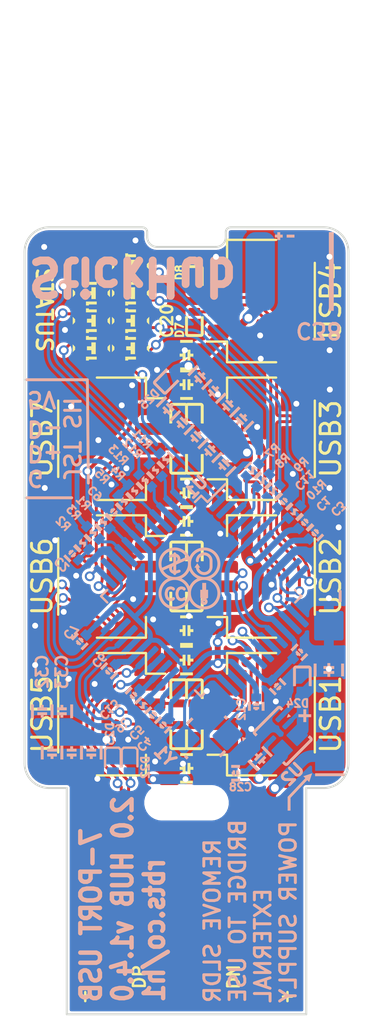
<source format=kicad_pcb>
(kicad_pcb (version 20220427) (generator pcbnew)
  (layers (0 "F.Cu" signal) (31 "B.Cu" signal) (34 "B.Paste" user) (35 "F.Paste" user) (36 "B.SilkS" user "B.Silkscreen") (37 "F.SilkS" user "F.Silkscreen") (38 "B.Mask" user) (39 "F.Mask" user) (44 "Edge.Cuts" user))
  (net 0 "")
  (net 1 "GND")
  (net 2 "+5V")
  (net 3 "Net-(C2-Pad1)")
  (net 4 "+3V3")
  (net 5 "+1V8")
  (net 6 "Net-(R3-Pad2)")
  (net 7 "Net-(R4-Pad2)")
  (net 8 "Net-(R5-Pad2)")
  (net 9 "Net-(R6-Pad1)")
  (net 12 "Net-(D15-PadGA)")
  (net 13 "Net-(D16-PadGA)")
  (net 14 "Net-(D17-PadGA)")
  (net 15 "Net-(D18-PadGA)")
  (net 16 "Net-(D19-PadGA)")
  (net 17 "Net-(D20-PadGA)")
  (net 18 "Net-(D21-PadGA)")
  (net 19 "/U1D-")
  (net 20 "/U1D+")
  (net 21 "/U2D-")
  (net 22 "/U2D+")
  (net 23 "/U3D-")
  (net 24 "/U3D+")
  (net 25 "/U4D-")
  (net 26 "/U4D+")
  (net 27 "/U5D-")
  (net 28 "/U5D+")
  (net 29 "/U6D-")
  (net 30 "/U6D+")
  (net 31 "/U7D-")
  (net 32 "/U7D+")
  (net 33 "/LED1")
  (net 34 "/D-")
  (net 35 "/D+")
  (net 36 "/LED2")
  (net 37 "/LED3")
  (net 38 "/LED4")
  (net 39 "/LED5")
  (net 40 "/LED6")
  (net 41 "/LED7")
  (net 42 "/LC")
  (net 43 "/XO")
  (net 44 "/XI")
  (net 45 "VIN")
  (net 46 "Net-(C28-Pad1)")
  (net 47 "Net-(J1-Pad1)")
  (footprint "Diode_SMD:1006_C" (layer "F.Cu") (at 150.4 96.75 -90)
    (fp_text reference "D4" hide)
    (fp_text value "TVS")
  )
  (footprint "Connector_JST:JST_SH_SM04B-SRSS-TB_1x04-1MP_P1.00mm_Horizontal" (layer "F.Cu") (at 146.15 97.75 -90)
    (fp_text reference "J7" hide)
    (fp_text value "USB6")
  )
  (footprint "Connector_JST:JST_SH_SM04B-SRSS-TB_1x04-1MP_P1.00mm_Horizontal" (layer "F.Cu") (at 146.15 90.75 -90)
    (fp_text reference "J8" hide)
    (fp_text value "USB7")
  )
  (footprint "Diode_SMD:1006_C" (layer "F.Cu") (at 149.6 105.75 90)
    (fp_text reference "D10" hide)
    (fp_text value "TVS")
  )
  (footprint "Capacitor_SMD:2012_C" (layer "F.Cu") (at 150 93.5 180)
    (fp_text reference "C18" hide)
    (fp_text value "0.1uF 100V")
  )
  (footprint "Capacitor_SMD:2012_C" (layer "F.Cu") (at 150 100.5 180)
    (fp_text reference "C16" hide)
    (fp_text value "0.1uF 100V")
  )
  (footprint "LED_SMD:Duo_LED_1.6x0.8_Kingbright_APHB1608LZGKSURKC" (layer "F.Cu") (at 147.152792 86.15)
    (fp_text reference "D15" hide)
    (fp_text value "USB")
  )
  (footprint "Capacitor_SMD:2012_C" (layer "F.Cu") (at 150 107.5 180)
    (fp_text reference "C14" hide)
    (fp_text value "0.1uF 100V")
  )
  (footprint "Diode_SMD:1006_C" (layer "F.Cu") (at 150.4 82.75 -90)
    (fp_text reference "D8")
    (fp_text value "TVS")
  )
  (footprint "Diode_SMD:1006_C" (layer "F.Cu") (at 149.6 103.75 -90)
    (fp_text reference "D9" hide)
    (fp_text value "TVS")
  )
  (footprint "LED_SMD:Duo_LED_1.6x0.8_Kingbright_APHB1608LZGKSURKC" (layer "F.Cu") (at 147.152792 84.75)
    (fp_text reference "D16" hide)
    (fp_text value "USB")
  )
  (footprint "Diode_SMD:1006_C" (layer "F.Cu") (at 150.4 105.75 90)
    (fp_text reference "D1" hide)
    (fp_text value "TVS")
  )
  (footprint "Diode_SMD:1006_C" (layer "F.Cu") (at 150.4 91.75 90)
    (fp_text reference "D5" hide)
    (fp_text value "TVS")
  )
  (footprint "Diode_SMD:1006_C" (layer "F.Cu") (at 150.4 98.75 90)
    (fp_text reference "D3" hide)
    (fp_text value "TVS")
  )
  (footprint "Capacitor_SMD:2012_C" (layer "F.Cu") (at 150 102)
    (fp_text reference "C15" hide)
    (fp_text value "0.1uF 100V")
  )
  (footprint "Connector_JST:JST_SH_SM04B-SRSS-TB_1x04-1MP_P1.00mm_Horizontal" (layer "F.Cu") (at 153.85 104.75 90)
    (fp_text reference "J2" hide)
    (fp_text value "USB1")
  )
  (footprint "LED_SMD:Duo_LED_1.6x0.8_Kingbright_APHB1608LZGKSURKC" (layer "F.Cu") (at 145.152792 86.15)
    (fp_text reference "D19" hide)
    (fp_text value "USB")
  )
  (footprint "Connector_JST:JST_SH_SM04B-SRSS-TB_1x04-1MP_P1.00mm_Horizontal" (layer "F.Cu") (at 153.85 83.75 90)
    (fp_text reference "J5" hide)
    (fp_text value "USB4")
  )
  (footprint "Capacitor_SMD:2012_C" (layer "F.Cu") (at 150 86.5 180)
    (fp_text reference "C20")
    (fp_text value "0.1uF 100V")
  )
  (footprint "LED_SMD:Duo_LED_1.6x0.8_Kingbright_APHB1608LZGKSURKC" (layer "F.Cu") (at 145.152792 84.75)
    (fp_text reference "D20" hide)
    (fp_text value "USB")
  )
  (footprint "Diode_SMD:1006_C" (layer "F.Cu") (at 150.4 89.75 -90)
    (fp_text reference "D6" hide)
    (fp_text value "TVS")
  )
  (footprint "Connector_USB:USB_A_PCB_traces_small" (layer "F.Cu") (at 150 120 90)
    (fp_text reference "J1" hide)
    (fp_text value "HOST" hide)
  )
  (footprint "Capacitor_SMD:2012_C" (layer "F.Cu") (at 150 94.95)
    (fp_text reference "C17" hide)
    (fp_text value "0.1uF 100V")
  )
  (footprint "Diode_SMD:1006_C" (layer "F.Cu") (at 150.4 84.75 90)
    (fp_text reference "D7")
    (fp_text value "TVS")
  )
  (footprint "Diode_SMD:1006_C" (layer "F.Cu") (at 149.6 91.75 90)
    (fp_text reference "D14" hide)
    (fp_text value "TVS")
  )
  (footprint "LED_SMD:Duo_LED_1.6x0.8_Kingbright_APHB1608LZGKSURKC" (layer "F.Cu") (at 145.152792 83.35)
    (fp_text reference "D21" hide)
    (fp_text value "USB")
  )
  (footprint "Connector_JST:JST_SH_SM04B-SRSS-TB_1x04-1MP_P1.00mm_Horizontal" (layer "F.Cu") (at 153.85 90.75 90)
    (fp_text reference "J4" hide)
    (fp_text value "USB3")
  )
  (footprint "Diode_SMD:1006_C" (layer "F.Cu") (at 149.6 96.75 -90)
    (fp_text reference "D11" hide)
    (fp_text value "TVS")
  )
  (footprint "Connector_JST:JST_SH_SM04B-SRSS-TB_1x04-1MP_P1.00mm_Horizontal" (layer "F.Cu") (at 146.15 104.75 -90)
    (fp_text reference "J6" hide)
    (fp_text value "USB5")
  )
  (footprint "Capacitor_SMD:2012_C" (layer "F.Cu") (at 150 88)
    (fp_text reference "C19" hide)
    (fp_text value "0.1uF 100V")
  )
  (footprint "LED_SMD:Duo_LED_1.6x0.8_Kingbright_APHB1608LZGKSURKC" (layer "F.Cu") (at 147.152792 83.35)
    (fp_text reference "D17" hide)
    (fp_text value "USB")
  )
  (footprint "LED_SMD:Duo_LED_1.6x0.8_Kingbright_APHB1608LZGKSURKC" (layer "F.Cu") (at 147.152792 81.95)
    (fp_text reference "D18" hide)
    (fp_text value "USB")
  )
  (footprint "Diode_SMD:1006_C" (layer "F.Cu") (at 150.4 103.75 -90)
    (fp_text reference "D2" hide)
    (fp_text value "TVS")
  )
  (footprint "Diode_SMD:1006_C" (layer "F.Cu") (at 149.6 98.75 90)
    (fp_text reference "D12" hide)
    (fp_text value "TVS")
  )
  (footprint "MountingHole:Plain_Hole_3mm" (layer "F.Cu") (at 150 109.25)
    (fp_text reference "H1")
    (fp_text value "Strap")
  )
  (footprint "Connector_JST:JST_SH_SM04B-SRSS-TB_1x04-1MP_P1.00mm_Horizontal" (layer "F.Cu") (at 153.85 97.75 90)
    (fp_text reference "J3" hide)
    (fp_text value "USB2")
  )
  (footprint "Diode_SMD:1006_C" (layer "F.Cu") (at 149.6 89.75 -90)
    (fp_text reference "D13" hide)
    (fp_text value "TVS")
  )
  (footprint "Capacitor_SMD:1608_C" (layer "B.Cu") (at 151.392893 88.342893 45)
    (fp_text reference "C36" hide)
    (fp_text value "22uF 10V")
  )
  (footprint "Resistor_SMD:1005_C" (layer "B.Cu") (at 153.37132 92.343146 -135)
    (fp_text reference "R7")
    (fp_text value "470")
  )
  (footprint "Capacitor_SMD:1608_C" (layer "B.Cu") (at 142.65 104.6 90)
    (fp_text reference "C32")
    (fp_text value "22uF 10V")
  )
  (footprint "Diode_SMD:1006_C" (layer "B.Cu") (at 146.25 107.2 -90)
    (fp_text reference "D23")
    (fp_text value "TVS")
  )
  (footprint "Capacitor_SMD:1608_C" (layer "B.Cu") (at 150.685786 87.635786 45)
    (fp_text reference "C37" hide)
    (fp_text value "22uF 10V")
  )
  (footprint "Capacitor_SMD:1005_C" (layer "B.Cu") (at 154.96231 93.934136 45)
    (fp_text reference "C11")
    (fp_text value "0.1uF")
  )
  (footprint "Resistor_SMD:1005_C" (layer "B.Cu") (at 147.891242 92.873476 -45)
    (fp_text reference "R13")
    (fp_text value "470")
  )
  (footprint "Package_DFN_QFN:TDFN-8_1.5x2mm_Fused-Lead_JEDEC_MO-252_W2015D" (layer "B.Cu") (at 154.9 105.85 -135)
    (fp_text reference "U2")
    (fp_text value "Dialog_SLG5NT1487V")
  )
  (footprint "SH_Solder_Pads:1P-1.5x1.5" (layer "B.Cu") (at 157.25 100.25)
    (fp_text reference "J9" hide)
    (fp_text value "EXTGND" hide)
  )
  (footprint "Resistor_SMD:1005_C" (layer "B.Cu") (at 147.360912 93.403806 -45)
    (fp_text reference "R4")
    (fp_text value "100k")
  )
  (footprint "Capacitor_SMD:1005_C" (layer "B.Cu") (at 155.75 101.6 45)
    (fp_text reference "C8" hide)
    (fp_text value "0.1uF")
  )
  (footprint "Resistor_SMD:1005_C" (layer "B.Cu") (at 148.951902 91.812816 -45)
    (fp_text reference "R11")
    (fp_text value "470")
  )
  (footprint "Capacitor_SMD:1005_C" (layer "B.Cu") (at 146.05 102.55 -135)
    (fp_text reference "C6")
    (fp_text value "0.1uF")
  )
  (footprint "Capacitor_SMD:1005_C" (layer "B.Cu") (at 144.178932 96.585787 135)
    (fp_text reference "C2")
    (fp_text value "0.1uF")
  )
  (footprint "Resistor_SMD:1005_C" (layer "B.Cu") (at 147.8 104.3 -135)
    (fp_text reference "R6")
    (fp_text value "2.7k")
  )
  (footprint "Capacitor_SMD:1005_C" (layer "B.Cu") (at 148.8 105.3 -135)
    (fp_text reference "C4")
    (fp_text value "10uF 6.3V")
  )
  (footprint "Diode_SMD:1006_C" (layer "B.Cu") (at 155.9 103.1 -90)
    (fp_text reference "D24")
    (fp_text value "5V")
  )
  (footprint "Symbol:Creative_Commons_BY_Mask" (layer "B.Cu") (at 150.9 98.6)
    (fp_text reference "LOGO2" hide)
    (fp_text value "Logo" hide)
  )
  (footprint "Diode_SMD:1006_C" (layer "B.Cu") (at 149.15 87.65 45)
    (fp_text reference "D25")
    (fp_text value "5V")
  )
  (footprint "Resistor_SMD:1005_C" (layer "B.Cu") (at 155.49264 94.464466 -135)
    (fp_text reference "R10")
    (fp_text value "470")
  )
  (footprint "Resistor_SMD:1005_C" (layer "B.Cu") (at 144.709262 96.055456 135)
    (fp_text reference "R2")
    (fp_text value "100k")
  )
  (footprint "Resistor_SMD:1005_C" (layer "B.Cu") (at 153.90165 92.873476 -135)
    (fp_text reference "R8")
    (fp_text value "470")
  )
  (footprint "Capacitor_SMD:1005_C" (layer "B.Cu") (at 152.5 107.75 180)
    (fp_text reference "C28")
    (fp_text value "15nF")
  )
  (footprint "Capacitor_SMD:1005_C" (layer "B.Cu") (at 156.5533 95.525126 45)
    (fp_text reference "C3")
    (fp_text value "10uF 6.3V")
  )
  (footprint "Capacitor_SMD:1005_C" (layer "B.Cu") (at 148.3 104.8 -135)
    (fp_text reference "C5")
    (fp_text value "0.1uF")
  )
  (footprint "Capacitor_SMD:1608_C" (layer "B.Cu") (at 153.75 107 135)
    (fp_text reference "C22" hide)
    (fp_text value "22uF 10V")
  )
  (footprint "Capacitor_SMD:1608_C" (layer "B.Cu") (at 151.2 91.35 -135)
    (fp_text reference "C26" hide)
    (fp_text value "22uF 10V")
  )
  (footprint "Symbol:Creative_Commons_CC_Mask" (layer "B.Cu") (at 149.4 98.6 180)
    (fp_text reference "LOGO1" hide)
    (fp_text value "Logo" hide)
  )
  (footprint "Symbol:Creative_Commons_NC_Mask" (layer "B.Cu") (at 149.4 97.1)
    (fp_text reference "LOGO3" hide)
    (fp_text value "Logo" hide)
  )
  (footprint "Symbol:Creative_Commons_SA_Mask" (layer "B.Cu") (at 150.9 97.1)
    (fp_text reference "LOGO4" hide)
    (fp_text value "Logo" hide)
  )
  (footprint "Capacitor_SMD:1608_C" (layer "B.Cu") (at 150.492893 90.642893 -135)
    (fp_text reference "C25" hide)
    (fp_text value "22uF 10V")
  )
  (footprint "Crystal:Crystal_4-SMD_2.5x2mm" (layer "B.Cu") (at 150.997487 105.927135 -135)
    (fp_text reference "Y1")
    (fp_text value "12MHz 50ppm 16-20pF" hide)
  )
  (footprint "Capacitor_SMD:1608_C" (layer "B.Cu") (at 152.807107 89.757107 45)
    (fp_text reference "C34" hide)
    (fp_text value "22uF 10V")
  )
  (footprint "Capacitor_SMD:1608_C" (layer "B.Cu") (at 144.15 106.7 -90)
    (fp_text reference "C29" hide)
    (fp_text value "22uF 10V")
  )
  (footprint "Resistor_SMD:1005_C" (layer "B.Cu") (at 148.421572 92.343146 -45)
    (fp_text reference "R12")
    (fp_text value "470")
  )
  (footprint "Diode_SMD:1006_C" (layer "B.Cu") (at 147.1 107.2 -90)
    (fp_text reference "D22")
    (fp_text value "TVS")
  )
  (footprint "Package_QFP:LQFP-48_7x7mm_P0.5mm" (layer "B.Cu") (at 150.75 98.75 -135)
    (fp_text reference "U1")
    (fp_text value "MaxLinear_XR22417-48")
  )
  (footprint "SH_Solder_Pads:JP-2_1.5x1.5" (layer "B.Cu") (at 157.25 105.9 90)
    (fp_text reference "JP1" hide)
    (fp_text value "EXTPWR")
  )
  (footprint "Resistor_SMD:1005_C" (layer "B.Cu") (at 145.769922 94.994796 -45)
    (fp_text reference "R1")
    (fp_text value "10k")
  )
  (footprint "Resistor_SMD:1005_C" (layer "B.Cu") (at 154.43198 93.403806 -135)
    (fp_text reference "R9")
    (fp_text value "470")
  )
  (footprint "Capacitor_SMD:1608_C" (layer "B.Cu") (at 149.785785 89.935786 -135)
    (fp_text reference "C24" hide)
    (fp_text value "22uF 10V")
  )
  (footprint "Capacitor_SMD:1608_C" (layer "B.Cu") (at 152.1 89.05 45)
    (fp_text reference "C35" hide)
    (fp_text value "22uF 10V")
  )
  (footprint "Capacitor_SMD:CP_Elec_6.3x11_Board_Edge_Mirrored" (layer "B.Cu") (at 155 80 180)
    (fp_text reference "C38")
    (fp_text value "330uF 10V")
  )
  (footprint "Capacitor_SMD:1005_C" (layer "B.Cu") (at 144.562816 101.048097 -135)
    (fp_text reference "C7")
    (fp_text value "0.1uF")
  )
  (footprint "Capacitor_SMD:1005_C" (layer "B.Cu") (at 156.02297 94.994796 45)
    (fp_text reference "C1")
    (fp_text value "1uF 10V")
  )
  (footprint "Capacitor_SMD:1005_C" (layer "B.Cu") (at 146.300252 94.464466 135)
    (fp_text reference "C9")
    (fp_text value "0.1uF")
  )
  (footprint "Capacitor_SMD:1005_C" (layer "B.Cu") (at 147.3 103.8 -135)
    (fp_text reference "C13")
    (fp_text value "0.1uF")
  )
  (footprint "Capacitor_SMD:1005_C" (layer "B.Cu") (at 154.639086 103.346194 -45)
    (fp_text reference "C10" hide)
    (fp_text value "0.1uF")
  )
  (footprint "Capacitor_SMD:1608_C" (layer "B.Cu") (at 143.15 106.7 -90)
    (fp_text reference "C31" hide)
    (fp_text value "22uF 10V")
  )
  (footprint "Capacitor_SMD:1005_C" (layer "B.Cu") (at 153.55 104.35 -90)
    (fp_text reference "C12")
    (fp_text value "0.1uF")
  )
  (footprint "Resistor_SMD:1005_C" (layer "B.Cu") (at 146.830582 93.934136 -45)
    (fp_text reference "R5")
    (fp_text value "100k")
  )
  (footprint "Capacitor_SMD:1608_C" (layer "B.Cu") (at 143.65 104.6 90)
    (fp_text reference "C33")
    (fp_text value "22uF 10V")
  )
  (footprint "Capacitor_SMD:1608_C" (layer "B.Cu") (at 145.15 106.7 -90)
    (fp_text reference "C30" hide)
    (fp_text value "22uF 10V")
  )
  (footprint "Resistor_SMD:1005_C" (layer "B.Cu") (at 145.239592 95.525126 -45)
    (fp_text reference "R3")
    (fp_text value "100k")
  )
  (footprint "Capacitor_SMD:1608_C" (layer "B.Cu") (at 151.907106 92.057107 -135)
    (fp_text reference "C27" hide)
    (fp_text value "22uF 10V")
  )
  (footprint "Capacitor_SMD:1608_C" (layer "B.Cu") (at 149.078679 89.22868 -135)
    (fp_text reference "C23" hide)
    (fp_text value "22uF 10V")
  )
  (footprint "Capacitor_SMD:2012_C" (layer "B.Cu") (at 157.25 102.5 90)
    (fp_text reference "C21" hide)
    (fp_text value "0.1uF 100V")
  )
  (gr_line (start 144.95 87.75) (end 145 93) (stroke (width 0.15)) (layer "B.SilkS"))
  (gr_line (start 141.875 87.75) (end 144.95 87.75) (stroke (width 0.15)) (layer "B.SilkS"))
  (gr_line (start 144.15 93.75) (end 141.875 93.75) (stroke (width 0.15)) (layer "B.SilkS"))
  (gr_poly (pts (xy 156.25 108.2) (xy 156.15 108.1) (xy 155.3 109) (xy 155.3 109.65) (xy 155.15 109.65) (xy 155.15 108.95) (xy 156.05 108) (xy 155.95 107.9) (xy 156.4 107.75)) (fill solid) (layer "B.SilkS"))
  (gr_poly (pts (xy 157.9 99.05) (xy 157.75 99.05) (xy 157.75 98.45) (xy 157.9 98.45)) (fill solid) (layer "B.SilkS"))
  (gr_poly (pts (xy 156.1 104.75) (xy 156.35 104.75) (xy 156.35 104.9) (xy 156.1 104.9) (xy 156.1 105.15) (xy 155.95 105.15) (xy 155.95 104.9) (xy 155.7 104.9) (xy 155.7 104.75) (xy 155.95 104.75) (xy 155.95 104.5) (xy 156.1 104.5)) (fill solid) (layer "B.SilkS"))
  (gr_line (start 152.25 80) (end 157 80) (stroke (width 0.1)) (layer "Edge.Cuts"))
  (gr_line (start 148.5 81) (end 151.5 81) (stroke (width 0.1)) (layer "Edge.Cuts"))
  (gr_line (start 157 108.5) (end 156.1 108.5) (stroke (width 0.1)) (layer "Edge.Cuts"))
  (gr_line (start 141.75 107.25) (end 141.75 81.25) (stroke (width 0.1)) (layer "Edge.Cuts"))
  (gr_line (start 156.1 120) (end 156.1 108.5) (stroke (width 0.1)) (layer "Edge.Cuts"))
  (gr_line (start 148 80.25) (end 148 80.5) (stroke (width 0.1)) (layer "Edge.Cuts"))
  (gr_arc (start 152 80.25) (mid 152.073223 80.073223) (end 152.25 80) (stroke (width 0.1)) (layer "Edge.Cuts"))
  (gr_line (start 143.9 120) (end 143.9 108.5) (stroke (width 0.1)) (layer "Edge.Cuts"))
  (gr_arc (start 141.75 81.25) (mid 142.116117 80.366117) (end 143 80) (stroke (width 0.1)) (layer "Edge.Cuts"))
  (gr_arc (start 147.75 80) (mid 147.926777 80.073223) (end 148 80.25) (stroke (width 0.1)) (layer "Edge.Cuts"))
  (gr_arc (start 143 108.5) (mid 142.116117 108.133883) (end 141.75 107.25) (stroke (width 0.1)) (layer "Edge.Cuts"))
  (gr_line (start 143.9 120) (end 156.1 120) (stroke (width 0.1)) (layer "Edge.Cuts"))
  (gr_line (start 158.25 81.25) (end 158.25 107.25) (stroke (width 0.1)) (layer "Edge.Cuts"))
  (gr_line (start 143 80) (end 147.75 80) (stroke (width 0.1)) (layer "Edge.Cuts"))
  (gr_arc (start 158.25 107.25) (mid 157.883883 108.133883) (end 157 108.5) (stroke (width 0.1)) (layer "Edge.Cuts"))
  (gr_arc (start 157 80) (mid 157.883883 80.366117) (end 158.25 81.25) (stroke (width 0.1)) (layer "Edge.Cuts"))
  (gr_arc (start 148.5 81) (mid 148.146447 80.853553) (end 148 80.5) (stroke (width 0.1)) (layer "Edge.Cuts"))
  (gr_line (start 143.9 108.5) (end 143 108.5) (stroke (width 0.1)) (layer "Edge.Cuts"))
  (gr_arc (start 152 80.5) (mid 151.853553 80.853553) (end 151.5 81) (stroke (width 0.1)) (layer "Edge.Cuts"))
  (gr_line (start 152 80.5) (end 152 80.25) (stroke (width 0.1)) (layer "Edge.Cuts"))
  (gr_text "G" (at 141.8 92.75 180) (layer "B.SilkS") (effects (font (size 0.8 0.8)) (justify left mirror)))
  (gr_text "D-" (at 141.8 90.25 180) (layer "B.SilkS") (effects (font (size 0.8 0.8)) (justify left mirror)))
  (gr_text "JST SH" (at 144.15 90.75 270) (layer "B.SilkS") (effects (font (size 0.8 0.8)) (justify mirror)))
  (gr_text "StickHub" (at 147.25 82.5 180) (layer "B.SilkS") (effects (font (size 1.8 1.6) (thickness 0.4)) (justify mirror)))
  (gr_text "D+" (at 141.8 91.5 180) (layer "B.SilkS") (effects (font (size 0.8 0.8)) (justify left mirror)))
  (gr_text "5V" (at 141.8 88.75 180) (layer "B.SilkS") (effects (font (size 0.8 0.8)) (justify left mirror)))
  (gr_text "REMOVE SLDR\nBRIDGE TO USE\nEXTERNAL\nPOWER SUPPLY" (at 153.25 119.5 90) (layer "B.SilkS") (effects (font (size 0.8 0.8)) (justify right mirror)))
  (gr_text "7-PORT USB\n2.0 HUB v1.4.0\nrbts.co/h1" (at 146.75 119.5 90) (layer "B.SilkS") (effects (font (size 1 0.9) (thickness 0.225)) (justify right mirror)))
  (gr_text "STATUS" (at 142.75 84.2 270) (layer "F.SilkS") (effects (font (size 0.8 0.8))))
  (segment (start 143.69 85.34) (end 143.81 85.22) (width 0.15) (layer "F.Cu") (net 1))
  (segment (start 145.46 108.03) (end 144.755 108.03) (width 0.6) (layer "F.Cu") (net 1))
  (segment (start 149.5 89.265) (end 150.5 89.265) (width 0.25) (layer "F.Cu") (net 1))
  (segment (start 155.875 94.95) (end 157.45 94.95) (width 0.4) (layer "F.Cu") (net 1))
  (segment (start 155.875 93.55) (end 156.175 93.25) (width 0.4) (layer "F.Cu") (net 1))
  (segment (start 153.78 86.68) (end 153.78 85.53) (width 0.15) (layer "F.Cu") (net 1))
  (segment (start 150.5 92.235) (end 150.03 92.705) (width 0.4) (layer "F.Cu") (net 1))
  (segment (start 142.25 85.34) (end 143.69 85.34) (width 0.15) (layer "F.Cu") (net 1))
  (segment (start 151.85 95.7) (end 151.72 95.57) (width 0.25) (layer "F.Cu") (net 1))
  (segment (start 143.041636 100.25) (end 142.29 100.25) (width 0.4) (layer "F.Cu") (net 1))
  (segment (start 144.125 87.95) (end 142.45 87.95) (width 0.4) (layer "F.Cu") (net 1))
  (segment (start 150.825 88) (end 150.825 88.075) (width 0.5) (layer "F.Cu") (net 1))
  (segment (start 148.3 92.55) (end 148 92.25) (width 0.4) (layer "F.Cu") (net 1))
  (segment (start 143.31 96.64) (end 143.31 95.91) (width 0.15) (layer "F.Cu") (net 1))
  (segment (start 152 82.25) (end 154.575 82.25) (width 0.15) (layer "F.Cu") (net 1))
  (segment (start 150.5 92.235) (end 149.5 92.235) (width 0.25) (layer "F.Cu") (net 1))
  (segment (start 148.5 87.638006) (end 148.5 87.25) (width 0.4) (layer "F.Cu") (net 1))
  (segment (start 156.175 93.25) (end 157.28 93.25) (width 0.4) (layer "F.Cu") (net 1))
  (segment (start 150.5 89.265) (end 151.985 89.265) (width 0.25) (layer "F.Cu") (net 1))
  (segment (start 149.94999 84.653056) (end 149.86999 84.573056) (width 0.15) (layer "F.Cu") (net 1))
  (segment (start 148 99.25) (end 149.616884 99.25) (width 0.4) (layer "F.Cu") (net 1))
  (segment (start 148 106.25) (end 147.24 106.25) (width 0.25) (layer "F.Cu") (net 1))
  (segment (start 149.5 92.235) (end 148.015 92.235) (width 0.25) (layer "F.Cu") (net 1))
  (segment (start 142.25 85.34) (end 142.25 81.5) (width 0.4) (layer "F.Cu") (net 1))
  (segment (start 144.755 108.03) (end 144.275 107.55) (width 0.6) (layer "F.Cu") (net 1))
  (segment (start 147.24 106.25) (end 147.03 106.04) (width 0.25) (layer "F.Cu") (net 1))
  (segment (start 150.195 95.58) (end 150.825 94.95) (width 0.5) (layer "F.Cu") (net 1))
  (segment (start 149.86999 82.926944) (end 149.94999 82.846944) (width 0.15) (layer "F.Cu") (net 1))
  (segment (start 152 89.25) (end 152.420453 89.25) (width 0.4) (layer "F.Cu") (net 1))
  (segment (start 152 103.25) (end 150.515 103.25) (width 0.4) (layer "F.Cu") (net 1))
  (segment (start 150.5 96.265) (end 150.5 96.02) (width 0.4) (layer "F.Cu") (net 1))
  (segment (start 147.300003 88.100003) (end 148.038003 88.100003) (width 0.4) (layer "F.Cu") (net 1))
  (segment (start 148.015 106.235) (end 148 106.25) (width 0.4) (layer "F.Cu") (net 1))
  (segment (start 144 102.95) (end 142.99 102.95) (width 0.4) (layer "F.Cu") (net 1))
  (segment (start 143.31 95.765) (end 144.125 94.95) (width 0.25) (layer "F.Cu") (net 1))
  (segment (start 148.038003 88.100003) (end 148.5 87.638006) (width 0.4) (layer "F.Cu") (net 1))
  (segment (start 150.5 82.265) (end 151.985 82.265) (width 0.15) (layer "F.Cu") (net 1))
  (segment (start 145.32 103.21) (end 144.26 103.21) (width 0.4) (layer "F.Cu") (net 1))
  (segment (start 155.875 100.55) (end 156.57 100.55) (width 0.25) (layer "F.Cu") (net 1))
  (segment (start 144.125 89.115) (end 144.12 89.11) (width 0.25) (layer "F.Cu") (net 1))
  (segment (start 150.5 103.265) (end 150.57 103.195) (width 0.4) (layer "F.Cu") (net 1))
  (segment (start 146.938761 92.25) (end 146.180031 93.00873) (width 0.25) (layer "F.Cu") (net 1))
  (segment (start 149.616884 99.25) (end 150.124571 99.757687) (width 0.4) (layer "F.Cu") (net 1))
  (segment (start 144.125 89.105) (end 144.12 89.11) (width 0.4) (layer "F.Cu") (net 1))
  (segment (start 144.125 94.95) (end 144.125 93.55) (width 0.25) (layer "F.Cu") (net 1))
  (segment (start 149.86999 84.573056) (end 149.86999 84.026944) (width 0.15) (layer "F.Cu") (net 1))
  (segment (start 142.45 87.95) (end 142.25 87.75) (width 0.4) (layer "F.Cu") (net 1))
  (segment (start 148 99.25) (end 147.63 99.25) (width 0.25) (layer "F.Cu") (net 1))
  (segment (start 150.03 92.705) (end 150.03 92.96) (width 0.4) (layer "F.Cu") (net 1))
  (segment (start 143.31 95.91) (end 143.31 95.765) (width 0.25) (layer "F.Cu") (net 1))
  (segment (start 157 87.95) (end 157.3 88.25) (width 0.4) (layer "F.Cu") (net 1))
  (segment (start 149.86999 84.026944) (end 149.85 84.006954) (width 0.15) (layer "F.Cu") (net 1))
  (segment (start 145.75 114.71) (end 145.75 108.5) (width 0.6) (layer "F.Cu") (net 1))
  (segment (start 144.125 107.55) (end 144.8 107.55) (width 0.4) (layer "F.Cu") (net 1))
  (segment (start 144.125 107.55) (end 144.98 107.55) (width 0.15) (layer "F.Cu") (net 1))
  (segment (start 145.75 108.32) (end 145.46 108.03) (width 0.6) (layer "F.Cu") (net 1))
  (segment (start 151.985 82.265) (end 152 82.25) (width 0.15) (layer "F.Cu") (net 1))
  (segment (start 151.835 96.265) (end 151.85 96.25) (width 0.25) (layer "F.Cu") (net 1))
  (segment (start 144.125 87.95) (end 147.15 87.95) (width 0.15) (layer "F.Cu") (net 1))
  (segment (start 144.98 107.55) (end 145.46 108.03) (width 0.15) (layer "F.Cu") (net 1))
  (segment (start 154.575 82.25) (end 155.875 80.95) (width 0.15) (layer "F.Cu") (net 1))
  (segment (start 151.985 103.265) (end 152 103.25) (width 0.4) (layer "F.Cu") (net 1))
  (segment (start 156.57 100.55) (end 157.8 99.32) (width 0.25) (layer "F.Cu") (net 1))
  (segment (start 149.94999 82.81501) (end 150.5 82.265) (width 0.15) (layer "F.Cu") (net 1))
  (segment (start 155.725 101.95) (end 156.75 101.95) (width 0.25) (layer "F.Cu") (net 1))
  (segment (start 150.515 103.25) (end 150.5 103.265) (width 0.4) (layer "F.Cu") (net 1))
  (segment (start 150.5 96.02) (end 150.06 95.58) (width 0.4) (layer "F.Cu") (net 1))
  (segment (start 157.8 99.32) (end 157.8 96.875) (width 0.25) (layer "F.Cu") (net 1))
  (segment (start 146.19 115.15) (end 145.75 114.71) (width 0.6) (layer "F.Cu") (net 1))
  (segment (start 150.5 96.265) (end 151.835 96.265) (width 0.25) (layer "F.Cu") (net 1))
  (segment (start 149.911324 85.823676) (end 149.911324 86.248711) (width 0.4) (layer "F.Cu") (net 1))
  (segment (start 142.25 87.75) (end 142.25 85.34) (width 0.4) (layer "F.Cu") (net 1))
  (segment (start 149.86999 83.473056) (end 149.86999 82.926944) (width 0.15) (layer "F.Cu") (net 1))
  (segment (start 142.99 102.95) (end 142.29 102.25) (width 0.4) (layer "F.Cu") (net 1))
  (segment (start 149.5 106.235) (end 148.015 106.235) (width 0.4) (layer "F.Cu") (net 1))
  (segment (start 156.73 80.95) (end 157.28 81.5) (width 0.4) (layer "F.Cu") (net 1))
  (segment (start 144.38 97.71) (end 143.31 96.64) (width 0.15) (layer "F.Cu") (net 1))
  (segment (start 153.78 85.53) (end 153.75 85.5) (width 0.15) (layer "F.Cu") (net 1))
  (segment (start 155.59501 88.22999) (end 155.59501 88.97) (width 0.15) (layer "F.Cu") (net 1))
  (segment (start 144.26 103.21) (end 144 102.95) (width 0.4) (layer "F.Cu") (net 1))
  (segment (start 149.85 83.493046) (end 149.86999 83.473056) (width 0.15) (layer "F.Cu") (net 1))
  (segment (start 144.125 93.55) (end 144.125 89.115) (width 0.25) (layer "F.Cu") (net 1))
  (segment (start 157.8 96.875) (end 155.875 94.95) (width 0.25) (layer "F.Cu") (net 1))
  (segment (start 144.8 107.55) (end 145.65 108.4) (width 0.4) (layer "F.Cu") (net 1))
  (segment (start 144.125 93.55) (end 143.08 93.55) (width 0.4) (layer "F.Cu") (net 1))
  (segment (start 150.825 88.075) (end 149.6 89.3) (width 0.5) (layer "F.Cu") (net 1))
  (segment (start 155.875 86.55) (end 155.875 87.95) (width 0.25) (layer "F.Cu") (net 1))
  (segment (start 151.5 81.5) (end 151.83 81.5) (width 0.4) (layer "F.Cu") (net 1))
  (segment (start 144.12 89.11) (end 144.12 89.43) (width 0.15) (layer "F.Cu") (net 1))
  (segment (start 148.015 92.235) (end 148 92.25) (width 0.25) (layer "F.Cu") (net 1))
  (segment (start 150.19 85.2) (end 149.6 84.61) (width 0.15) (layer "F.Cu") (net 1))
  (segment (start 149.5 96.25) (end 150.485 96.25) (width 0.15) (layer "F.Cu") (net 1))
  (segment (start 151.85 88.75) (end 151.6 88.5) (width 0.15) (layer "F.Cu") (net 1))
  (segment (start 155.875 93.55) (end 155.875 94.95) (width 0.25) (layer "F.Cu") (net 1))
  (segment (start 151.83 81.5) (end 152.38 80.95) (width 0.4) (layer "F.Cu") (net 1))
  (segment (start 144.125 87.95) (end 144.125 89.105) (width 0.4) (layer "F.Cu") (net 1))
  (segment (start 156.75 101.95) (end 157.25 102.45) (width 0.25) (layer "F.Cu") (net 1))
  (segment (start 150.5 85.235) (end 149.94999 84.68499) (width 0.15) (layer "F.Cu") (net 1))
  (segment (start 155.414117 93.089117) (end 155.414117 92.535883) (width 0.4) (layer "F.Cu") (net 1))
  (segment (start 145.75 108.5) (end 145.75 108.32) (width 0.6) (layer "F.Cu") (net 1))
  (segment (start 143.08 93.55) (end 142.78 93.25) (width 0.4) (layer "F.Cu") (net 1))
  (segment (start 149.94999 82.846944) (end 149.94999 82.81501) (width 0.15) (layer "F.Cu") (net 1))
  (segment (start 148 92.25) (end 146.938761 92.25) (width 0.15) (layer "F.Cu") (net 1))
  (segment (start 155.875 80.95) (end 152.38 80.95) (width 0.4) (layer "F.Cu") (net 1))
  (segment (start 155.875 93.55) (end 155.414117 93.089117) (width 0.4) (layer "F.Cu") (net 1))
  (segment (start 149.5 103.265) (end 150.5 103.265) (width 0.4) (layer "F.Cu") (net 1))
  (segment (start 155.875 100.55) (end 155.875 101.95) (width 0.25) (layer "F.Cu") (net 1))
  (segment (start 147.23 88.03) (end 147.300003 88.100003) (width 0.4) (layer "F.Cu") (net 1))
  (segment (start 149.175 107.5) (end 148.75 107.5) (width 0.4) (layer "F.Cu") (net 1))
  (segment (start 155.875 80.95) (end 155.875 86.55) (width 0.25) (layer "F.Cu") (net 1))
  (segment (start 151.85 89.25) (end 151.85 88.75) (width 0.15) (layer "F.Cu") (net 1))
  (segment (start 142.25 81.5) (end 142.75 81) (width 0.4) (layer "F.Cu") (net 1))
  (segment (start 146.180031 93.00873) (end 146.180031 93.072237) (width 0.25) (layer "F.Cu") (net 1))
  (segment (start 155.875 86.55) (end 156.175 86.25) (width 0.4) (layer "F.Cu") (net 1))
  (segment (start 150.5 85.235) (end 149.911324 85.823676) (width 0.4) (layer "F.Cu") (net 1))
  (segment (start 149.85 84.006954) (end 149.85 83.493046) (width 0.15) (layer "F.Cu") (net 1))
  (segment (start 150.5 106.235) (end 149.5 106.235) (width 0.4) (layer "F.Cu") (net 1))
  (segment (start 155.875 87.95) (end 157 87.95) (width 0.4) (layer "F.Cu") (net 1))
  (segment (start 151.85 96.25) (end 151.85 95.7) (width 0.25) (layer "F.Cu") (net 1))
  (segment (start 144.12 89.43) (end 145.51 90.82) (width 0.15) (layer "F.Cu") (net 1))
  (segment (start 150.485 96.25) (end 150.5 96.265) (width 0.15) (layer "F.Cu") (net 1))
  (segment (start 152.7 89.25) (end 153.6 90.15) (width 0.4) (layer "F.Cu") (net 1))
  (segment (start 148.75 107.5) (end 148.4 107.15) (width 0.4) (layer "F.Cu") (net 1))
  (segment (start 143.74501 99.546626) (end 143.041636 100.25) (width 0.4) (layer "F.Cu") (net 1))
  (segment (start 156.175 86.25) (end 157.29 86.25) (width 0.4) (layer "F.Cu") (net 1))
  (segment (start 151.85 89.25) (end 152.7 89.25) (width 0.4) (layer "F.Cu") (net 1))
  (segment (start 150.06 95.58) (end 150.195 95.58) (width 0.5) (layer "F.Cu") (net 1))
  (segment (start 151.985 89.265) (end 152 89.25) (width 0.25) (layer "F.Cu") (net 1))
  (segment (start 155.875 80.95) (end 156.73 80.95) (width 0.4) (layer "F.Cu") (net 1))
  (segment (start 157.45 94.95) (end 157.75 95.25) (width 0.4) (layer "F.Cu") (net 1))
  (segment (start 147.63 99.25) (end 147.28 98.9) (width 0.25) (layer "F.Cu") (net 1))
  (segment (start 151.7 88.95) (end 152 89.25) (width 0.4) (layer "F.Cu") (net 1))
  (segment (start 155.875 87.95) (end 155.59501 88.22999) (width 0.15) (layer "F.Cu") (net 1))
  (segment (start 150.4 85.2) (end 150.19 85.2) (width 0.15) (layer "F.Cu") (net 1))
  (segment (start 147.15 87.95) (end 147.23 88.03) (width 0.15) (layer "F.Cu") (net 1))
  (segment (start 149.94999 84.68499) (end 149.94999 84.653056) (width 0.15) (layer "F.Cu") (net 1))
  (via (at 157.25 102.45) (size 0.5) (drill 0.3) (layers "F.Cu" "B.Cu") (net 1))
  (via (at 151.5 81.5) (size 0.5) (drill 0.3) (layers "F.Cu" "B.Cu") (net 1))
  (via (at 142.78 93.25) (size 0.5) (drill 0.3) (layers "F.Cu" "B.Cu") (net 1))
  (via (at 150.124571 99.757687) (size 0.5) (drill 0.3) (layers "F.Cu" "B.Cu") (net 1))
  (via (at 146.180031 93.072237) (size 0.5) (drill 0.3) (layers "F.Cu" "B.Cu") (net 1))
  (via (at 157.3 88.25) (size 0.5) (drill 0.3) (layers "F.Cu" "B.Cu") (net 1))
  (via (at 142.29 100.25) (size 0.5) (drill 0.3) (layers "F.Cu" "B.Cu") (net 1))
  (via (at 142.75 81) (size 0.5) (drill 0.3) (layers "F.Cu" "B.Cu") (net 1))
  (via (at 150.03 92.96) (size 0.5) (drill 0.3) (layers "F.Cu" "B.Cu") (net 1))
  (via (at 148.3 99.93) (size 0.5) (drill 0.3) (layers "F.Cu" "B.Cu") (net 1))
  (via (at 157.25 98.85) (size 0.5) (drill 0.3) (layers "F.Cu" "B.Cu") (net 1))
  (via (at 148.4 107.15) (size 0.5) (drill 0.3) (layers "F.Cu" "B.Cu") (net 1))
  (via (at 147.23 88.03) (size 0.5) (drill 0.3) (layers "F.Cu" "B.Cu") (net 1))
  (via (at 157.28 81.5) (size 0.5) (drill 0.3) (layers "F.Cu" "B.Cu") (net 1))
  (via (at 149.819271 107.261475) (size 0.5) (drill 0.3) (layers "F.Cu" "B.Cu") (net 1))
  (via (at 157.29 86.25) (size 0.5) (drill 0.3) (layers "F.Cu" "B.Cu") (net 1))
  (via (at 153.78 86.68) (size 0.5) (drill 0.3) (layers "F.Cu" "B.Cu") (net 1))
  (via (at 143.31 95.91) (size 0.5) (drill 0.3) (layers "F.Cu" "B.Cu") (net 1))
  (via (at 147.03 106.04) (size 0.5) (drill 0.3) (layers "F.Cu" "B.Cu") (net 1))
  (via (at 147.28 98.9) (size 0.5) (drill 0.3) (layers "F.Cu" "B.Cu") (net 1))
  (via (at 157.28 93.25) (size 0.5) (drill 0.3) (layers "F.Cu" "B.Cu") (net 1))
  (via (at 142.29 102.25) (size 0.5) (drill 0.3) (layers "F.Cu" "B.Cu") (net 1))
  (via (at 151.72 95.57) (size 0.5) (drill 0.3) (layers "F.Cu" "B.Cu") (net 1))
  (via (at 155.414117 92.535883) (size 0.5) (drill 0.3) (layers "F.Cu" "B.Cu") (net 1))
  (via (at 151.034229 103.573736) (size 0.5) (drill 0.3) (layers "F.Cu" "B.Cu") (net 1))
  (via (at 146.7 89.05) (size 0.5) (drill 0.3) (layers "F.Cu" "B.Cu") (net 1))
  (via (at 148.5 87.25) (size 0.5) (drill 0.3) (layers "F.Cu" "B.Cu") (net 1))
  (via (at 153.3 105.5) (size 0.5) (drill 0.3) (layers "F.Cu" "B.Cu") (net 1))
  (via (at 154.331365 98.163517) (size 0.5) (drill 0.3) (layers "F.Cu" "B.Cu") (net 1))
  (via (at 150.06 95.58) (size 0.5) (drill 0.3) (layers "F.Cu" "B.Cu") (net 1))
  (via (at 143.81 85.22) (size 0.5) (drill 0.3) (layers "F.Cu" "B.Cu") (net 1))
  (via (at 157.75 95.25) (size 0.5) (drill 0.3) (layers "F.Cu" "B.Cu") (net 1))
  (via (at 153.75 85.5) (size 0.5) (drill 0.3) (layers "F.Cu" "B.Cu") (net 1))
  (via (at 143.74501 99.546626) (size 0.5) (drill 0.3) (layers "F.Cu" "B.Cu") (net 1))
  (via (at 153.6 90.15) (size 0.5) (drill 0.3) (layers "F.Cu" "B.Cu") (net 1))
  (via (at 151.629053 100.129053) (size 0.5) (drill 0.3) (layers "F.Cu" "B.Cu") (net 1))
  (via (at 147.4 80.67) (size 0.5) (drill 0.3) (layers "F.Cu" "B.Cu") (net 1))
  (via (at 144.12 89.11) (size 0.5) (drill 0.3) (layers "F.Cu" "B.Cu") (net 1))
  (via (at 144 102.95) (size 0.5) (drill 0.3) (layers "F.Cu" "B.Cu") (net 1))
  (via (at 145.46 108.03) (size 0.5) (drill 0.3) (layers "F.Cu" "B.Cu") (net 1))
  (via (at 144.38 97.71) (size 0.5) (drill 0.3) (layers "F.Cu" "B.Cu") (net 1))
  (via (at 154.55 104.1) (size 0.5) (drill 0.3) (layers "F.Cu" "B.Cu") (net 1))
  (via (at 149.911324 86.248711) (size 0.5) (drill 0.3) (layers "F.Cu" "B.Cu") (net 1))
  (via (at 146.938761 92.25) (size 0.5) (drill 0.3) (layers "F.Cu" "B.Cu") (net 1))
  (via (at 155.59501 88.97) (size 0.5) (drill 0.3) (layers "F.Cu" "B.Cu") (net 1))
  (via (at 145.32 103.21) (size 0.5) (drill 0.3) (layers "F.Cu" "B.Cu") (net 1))
  (via (at 145.51 90.82) (size 0.5) (drill 0.3) (layers "F.Cu" "B.Cu") (net 1))
  (via (at 151.6 88.5) (size 0.5) (drill 0.3) (layers "F.Cu" "B.Cu") (net 1))
  (via (at 149.6 84.61) (size 0.5) (drill 0.3) (layers "F.Cu" "B.Cu") (net 1))
  (segment (start 147.23 88.52) (end 146.7 89.05) (width 0.25) (layer "B.Cu") (net 1))
  (segment (start 157.25 102.45) (end 157.25 101.675) (width 0.25) (layer "B.Cu") (net 1))
  (segment (start 142.78 95.38) (end 142.78 93.25) (width 0.4) (layer "B.Cu") (net 1))
  (segment (start 144.244618 101.366295) (end 143.74501 100.866687) (width 0.4) (layer "B.Cu") (net 1))
  (segment (start 157.3 93.23) (end 157.28 93.25) (width 0.4) (layer "B.Cu") (net 1))
  (segment (start 148.472313 99.757687) (end 148.3 99.93) (width 0.25) (layer "B.Cu") (net 1))
  (segment (start 153.927728 105.761612) (end 153.55 105.383884) (width 0.25) (layer "B.Cu") (net 1))
  (segment (start 153.927728 105.761612) (end 153.927728 105.867678) (width 0.25) (layer "B.Cu") (net 1))
  (segment (start 151.103553 103.64306) (end 151.034229 103.573736) (width 0.4) (layer "B.Cu") (net 1))
  (segment (start 151.103553 104.831119) (end 151.103553 103.64306) (width 0.4) (layer "B.Cu") (net 1))
  (segment (start 155.59501 88.49501) (end 153.78 86.68) (width 0.15) (layer "B.Cu") (net 1))
  (segment (start 150.124571 99.757687) (end 151.257687 99.757687) (width 0.4) (layer "B.Cu") (net 1))
  (segment (start 147.28 97.754874) (end 147.28 98.9) (width 0.25) (layer "B.Cu") (net 1))
  (segment (start 154.957284 103.692716) (end 154.55 104.1) (width 0.25) (layer "B.Cu") (net 1))
  (segment (start 157.25 101.675) (end 157.25 100.25) (width 0.3) (layer "B.Cu") (net 1))
  (segment (start 147.780152 104.901829) (end 147.78015 104.901829) (width 0.4) (layer "B.Cu") (net 1))
  (segment (start 142.29 102.25) (end 142.29 100.25) (width 0.4) (layer "B.Cu") (net 1))
  (segment (start 157.29 86.25) (end 157.28 86.24) (width 0.4) (layer "B.Cu") (net 1))
  (segment (start 155.9 102.65) (end 156.068198 102.481802) (width 0.3) (layer "B.Cu") (net 1))
  (segment (start 145.837097 94.001311) (end 145.837097 93.415171) (width 0.25) (layer "B.Cu") (net 1))
  (segment (start 143.31 95.91) (end 142.78 95.38) (width 0.4) (layer "B.Cu") (net 1))
  (segment (start 152.05 107.75) (end 152.05 107.745406) (width 0.25) (layer "B.Cu") (net 1))
  (segment (start 143.74501 100.866687) (end 143.74501 99.546626) (width 0.4) (layer "B.Cu") (net 1))
  (segment (start 150.891421 107.023151) (end 151.433151 107.023151) (width 0.25) (layer "B.Cu") (net 1))
  (segment (start 143.667589 96.267589) (end 143.31 95.91) (width 0.25) (layer "B.Cu") (net 1))
  (segment (start 154.957284 103.664392) (end 154.957284 103.692716) (width 0.25) (layer "B.Cu") (net 1))
  (segment (start 150.463622 107.45095) (end 148.44095 107.45095) (width 0.25) (layer "B.Cu") (net 1))
  (segment (start 153.272703 105.527297) (end 153.3 105.5) (width 0.5) (layer "B.Cu") (net 1))
  (segment (start 148.510034 87.25) (end 148.5 87.25) (width 0.4) (layer "B.Cu") (net 1))
  (segment (start 156.068198 102.481802) (end 156.068198 101.281802) (width 0.3) (layer "B.Cu") (net 1))
  (segment (start 142.75 81) (end 147.07 81) (width 0.15) (layer "B.Cu") (net 1))
  (segment (start 157.3 88.25) (end 157.3 93.23) (width 0.4) (layer "B.Cu") (net 1))
  (segment (start 155.42 88.98) (end 155.43 88.97) (width 0.15) (layer "B.Cu") (net 1))
  (segment (start 153.927728 105.867678) (end 153.272703 106.522703) (width 0.25) (layer "B.Cu") (net 1))
  (segment (start 153.272703 106.522703) (end 153.272703 105.527297) (width 0.5) (layer "B.Cu") (net 1))
  (segment (start 150.124571 99.757687) (end 148.472313 99.757687) (width 0.25) (layer "B.Cu") (net 1))
  (segment (start 151.323151 107.023151) (end 152.05 107.75) (width 0.25) (layer "B.Cu") (net 1))
  (segment (start 150.891421 107.023151) (end 150.463622 107.45095) (width 0.25) (layer "B.Cu") (net 1))
  (segment (start 147.637841 105.432159) (end 147.03 106.04) (width 0.4) (layer "B.Cu") (net 1))
  (segment (start 148.310482 105.432159) (end 147.637841 105.432159) (width 0.4) (layer "B.Cu") (net 1))
  (segment (start 152.05 107.745406) (end 153.272703 106.522703) (width 0.25) (layer "B.Cu") (net 1))
  (segment (start 143.860734 96.267589) (end 143.667589 96.267589) (width 0.25) (layer "B.Cu") (net 1))
  (segment (start 151.11827 107.25) (end 150.891421 107.023151) (width 0.4) (layer "B.Cu") (net 1))
  (segment (start 150.653097 107.261475) (end 149.819271 107.261475) (width 0.4) (layer "B.Cu") (net 1))
  (segment (start 149.911324 86.248711) (end 149.501289 86.248711) (width 0.4) (layer "B.Cu") (net 1))
  (segment (start 147.23 88.03) (end 147.23 88.52) (width 0.25) (layer "B.Cu") (net 1))
  (segment (start 146.569231 97.044105) (end 147.28 97.754874) (width 0.25) (layer "B.Cu") (net 1))
  (segment (start 150.759999 93.689999) (end 150.759999 94.880001) (width 0.4) (layer "B.Cu") (net 1))
  (segment (start 147.07 81) (end 147.4 80.67) (width 0.15) (layer "B.Cu") (net 1))
  (segment (start 156.068198 101.281802) (end 156.218198 101.281802) (width 0.3) (layer "B.Cu") (net 1))
  (segment (start 145.837097 93.415171) (end 146.180031 93.072237) (width 0.25) (layer "B.Cu") (net 1))
  (segment (start 151.748788 103.637876) (end 151.748788 104.185884) (width 0.15) (layer "B.Cu") (net 1))
  (segment (start 153.55 105.383884) (end 153.55 104.8) (width 0.25) (layer "B.Cu") (net 1))
  (segment (start 154.930769 97.044105) (end 155.549053 96.425821) (width 0.25) (layer "B.Cu") (net 1))
  (segment (start 156.91457 95.25) (end 157.75 95.25) (width 0.4) (layer "B.Cu") (net 1))
  (segment (start 150.90409 107.010482) (end 150.90409 105.030582) (width 0.15) (layer "B.Cu") (net 1))
  (segment (start 157.25 100.25) (end 157.25 98.85) (width 0.5) (layer "B.Cu") (net 1))
  (segment (start 144.391064 95.737258) (end 144.391064 95.737259) (width 0.25) (layer "B.Cu") (net 1))
  (segment (start 151.748788 104.185884) (end 151.103553 104.831119) (width 0.15) (layer "B.Cu") (net 1))
  (segment (start 150.891421 107.023151) (end 150.653097 107.261475) (width 0.4) (layer "B.Cu") (net 1))
  (segment (start 148.44095 107.45095) (end 147.03 106.04) (width 0.25) (layer "B.Cu") (net 1))
  (segment (start 155.43 88.97) (end 155.59501 88.97) (width 0.15) (layer "B.Cu") (net 1))
  (segment (start 150.90409 105.030582) (end 151.103553 104.831119) (width 0.15) (layer "B.Cu") (net 1))
  (segment (start 145.731802 102.868198) (end 145.661802 102.868198) (width 0.4) (layer "B.Cu") (net 1))
  (segment (start 155.59501 88.97) (end 155.59501 88.49501) (width 0.15) (layer "B.Cu") (net 1))
  (segment (start 145.982054 94.146268) (end 145.837097 94.001311) (width 0.25) (layer "B.Cu") (net 1))
  (segment (start 156.871498 95.956476) (end 156.871498 95.206928) (width 0.25) (layer "B.Cu") (net 1))
  (segment (start 156.402153 96.425821) (end 156.871498 95.956476) (width 0.25) (layer "B.Cu") (net 1))
  (segment (start 151.257687 99.757687) (end 151.629053 100.129053) (width 0.4) (layer "B.Cu") (net 1))
  (segment (start 145.661802 102.868198) (end 145.32 103.21) (width 0.4) (layer "B.Cu") (net 1))
  (segment (start 156.871498 95.206928) (end 156.341168 94.676598) (width 0.25) (layer "B.Cu") (net 1))
  (segment (start 154.930769 97.044105) (end 154.331365 97.643509) (width 0.15) (layer "B.Cu") (net 1))
  (segment (start 155.549053 96.425821) (end 156.402153 96.425821) (width 0.25) (layer "B.Cu") (net 1))
  (segment (start 154.331365 97.643509) (end 154.331365 98.163517) (width 0.15) (layer "B.Cu") (net 1))
  (segment (start 155.414117 93.482329) (end 155.414117 92.535883) (width 0.4) (layer "B.Cu") (net 1))
  (segment (start 157.28 86.24) (end 157.28 81.5) (width 0.4) (layer "B.Cu") (net 1))
  (segment (start 149.501289 86.248711) (end 148.5 87.25) (width 0.4) (layer "B.Cu") (net 1))
  (segment (start 150.891421 107.023151) (end 151.323151 107.023151) (width 0.25) (layer "B.Cu") (net 1))
  (segment (start 150.759999 94.880001) (end 150.06 95.58) (width 0.4) (layer "B.Cu") (net 1))
  (segment (start 150.891421 107.023151) (end 150.90409 107.010482) (width 0.15) (layer "B.Cu") (net 1))
  (segment (start 150.03 92.96) (end 150.759999 93.689999) (width 0.4) (layer "B.Cu") (net 1))
  (segment (start 155.280508 93.615938) (end 155.414117 93.482329) (width 0.4) (layer "B.Cu") (net 1))
  (segment (start 144.391064 95.737259) (end 143.860734 96.267589) (width 0.25) (layer "B.Cu") (net 1))
  (segment (start 153.08001 96.576484) (end 153.08001 94.868437) (width 0.6) (layer "F.Cu") (net 2))
  (segment (start 150.825 107.5) (end 150.825 107.275) (width 0.6) (layer "F.Cu") (net 2))
  (segment (start 147.809298 89.25) (end 147.194662 89.864636) (width 0.2) (layer "F.Cu") (net 2))
  (segment (start 153.71 107.99) (end 153.59 107.99) (width 0.6) (layer "F.Cu") (net 2))
  (segment (start 148.95501 95.34499) (end 148.95501 95.39499) (width 0.4) (layer "F.Cu") (net 2))
  (segment (start 150.825 93.275) (end 150.825 93.5) (width 0.6) (layer "F.Cu") (net 2))
  (segment (start 149.287522 102) (end 149.175 102) (width 0.6) (layer "F.Cu") (net 2))
  (segment (start 150.825 86.5) (end 150.65 86.5) (width 0.6) (layer "F.Cu") (net 2))
  (segment (start 151.85 92.81) (end 151.85 92.25) (width 0.6) (layer "F.Cu") (net 2))
  (segment (start 148.15 103.25) (end 147.583024 103.25) (width 0.5) (layer "F.Cu") (net 2))
  (segment (start 148.15 95.975) (end 149.175 94.95) (width 0.6) (layer "F.Cu") (net 2))
  (segment (start 150.825 100.5) (end 150.787522 100.5) (width 0.6) (layer "F.Cu") (net 2))
  (segment (start 150.275 108.05) (end 150.825 107.5) (width 0.5) (layer "F.Cu") (net 2))
  (segment (start 148.15 103.25) (end 148.15 103.025) (width 0.6) (layer "F.Cu") (net 2))
  (segment (start 152 92.25) (end 152.56 92.25) (width 0.4) (layer "F.Cu") (net 2))
  (segment (start 153.484918 97.188499) (end 153.246511 96.950092) (width 0.6) (layer "F.Cu") (net 2))
  (segment (start 148.15 96.25) (end 148.15 95.975) (width 0.6) (layer "F.Cu") (net 2))
  (segment (start 148.3 108.05) (end 148.137107 108.05) (width 0.5) (layer "F.Cu") (net 2))
  (segment (start 153.08 91.73) (end 153.08 91.45) (width 0.6) (layer "F.Cu") (net 2))
  (segment (start 153.678495 97.382076) (end 153.246511 96.950092) (width 0.4) (layer "F.Cu") (net 2))
  (segment (start 151.85 99.25) (end 152.642893 99.25) (width 0.6) (layer "F.Cu") (net 2))
  (segment (start 152.56 92.25) (end 151.85 92.25) (width 0.6) (layer "F.Cu") (net 2))
  (segment (start 152.5 85.25) (end 151.85 85.25) (width 0.4) (layer "F.Cu") (net 2))
  (segment (start 148.15 103.025) (end 149.175 102) (width 0.6) (layer "F.Cu") (net 2))
  (segment (start 153.59 107.99) (end 151.85 106.25) (width 0.6) (layer "F.Cu") (net 2))
  (segment (start 150.8 93.41) (end 150.8 93.45) (width 0.4) (layer "F.Cu") (net 2))
  (segment (start 150.04499 87.31601) (end 149.361 88) (width 0.6) (layer "F.Cu") (net 2))
  (segment (start 148.15 89.25) (end 147.809298 89.25) (width 0.2) (layer "F.Cu") (net 2))
  (segment (start 145.92 106.04) (end 145.92 104.648528) (width 0.5) (layer "F.Cu") (net 2))
  (segment (start 150.825 100.5) (end 150.825 99.85501) (width 0.6) (layer "F.Cu") (net 2))
  (segment (start 147.092149 90.112876) (end 147.092149 90.112124) (width 0.2) (layer "F.Cu") (net 2))
  (segment (start 152.494224 93.454224) (end 151.85 92.81) (width 0.6) (layer "F.Cu") (net 2))
  (segment (start 150.787522 100.5) (end 149.287522 102) (width 0.6) (layer "F.Cu") (net 2))
  (segment (start 150.65 86.5) (end 150.1 87.05) (width 0.6) (layer "F.Cu") (net 2))
  (segment (start 147.583024 103.25) (end 147.08876 103.744264) (width 0.5) (layer "F.Cu") (net 2))
  (segment (start 150.825 99.85501) (end 150.866254 99.85501) (width 0.6) (layer "F.Cu") (net 2))
  (segment (start 153.631364 98.157976) (end 153.631364 97.542052) (width 0.6) (layer "F.Cu") (net 2))
  (segment (start 153.246511 96.950092) (end 153.226457 96.930038) (width 0.6) (layer "F.Cu") (net 2))
  (segment (start 152 92.25) (end 151.930158 92.25) (width 0.4) (layer "F.Cu") (net 2))
  (segment (start 151.471264 99.25) (end 151.85 99.25) (width 0.6) (layer "F.Cu") (net 2))
  (segment (start 149.262478 94.95) (end 149.175 94.95) (width 0.6) (layer "F.Cu") (net 2))
  (segment (start 149.175 102) (end 149.175 102.225) (width 0.4) (layer "F.Cu") (net 2))
  (segment (start 146.095736 104.224264) (end 146.224264 104.095736) (width 0.5) (layer "F.Cu") (net 2))
  (segment (start 153.15 84.6) (end 152.5 85.25) (width 0.4) (layer "F.Cu") (net 2))
  (segment (start 150.79 93.41) (end 149.2 95) (width 0.4) (layer "F.Cu") (net 2))
  (segment (start 150.1 87.05) (end 150.04499 87.10501) (width 0.6) (layer "F.Cu") (net 2))
  (segment (start 151.9 85.25) (end 150.1 87.05) (width 0.4) (layer "F.Cu") (net 2))
  (segment (start 152.996446 99.103554) (end 153.411694 98.688306) (width 0.6) (layer "F.Cu") (net 2))
  (segment (start 147.783554 107.903554) (end 145.92 106.04) (width 0.5) (layer "F.Cu") (net 2))
  (segment (start 149.95 108.05) (end 150.275 108.05) (width 0.5) (layer "F.Cu") (net 2))
  (segment (start 150.1 87.261) (end 150.1 87.05) (width 0.4) (layer "F.Cu") (net 2))
  (segment (start 150.712478 93.5) (end 149.262478 94.95) (width 0.6) (layer "F.Cu") (net 2))
  (segment (start 152.56 92.25) (end 153.08 91.73) (width 0.6) (layer "F.Cu") (net 2))
  (segment (start 151.85 92.25) (end 150.825 93.275) (width 0.6) (layer "F.Cu") (net 2))
  (segment (start 148.15 89.25) (end 149.175 88.225) (width 0.6) (layer "F.Cu") (net 2))
  (segment (start 148.111 89.25) (end 150.1 87.261) (width 0.4) (layer "F.Cu") (net 2))
  (segment (start 149.2 95) (end 149.2 95.1) (width 0.4) (layer "F.Cu") (net 2))
  (segment (start 151.930158 92.25) (end 150.8 93.380158) (width 0.4) (layer "F.Cu") (net 2))
  (segment (start 151.85 85.475) (end 150.825 86.5) (width 0.6) (layer "F.Cu") (net 2))
  (segment (start 148.95501 95.39499) (end 148.2 96.15) (width 0.4) (layer "F.Cu") (net 2))
  (segment (start 149.175 102.225) (end 148.15 103.25) (width 0.4) (layer "F.Cu") (net 2))
  (segment (start 149.361 88) (end 149.175 88) (width 0.6) (layer "F.Cu") (net 2))
  (segment (start 148.15 96.15) (end 148.05 96.25) (width 0.4) (layer "F.Cu") (net 2))
  (segment (start 150.04499 87.10501) (end 150.04499 87.31601) (width 0.6) (layer "F.Cu") (net 2))
  (segment (start 149.2 95.1) (end 148.95501 95.34499) (width 0.4) (layer "F.Cu") (net 2))
  (segment (start 150.866254 99.85501) (end 151.471264 99.25) (width 0.6) (layer "F.Cu") (net 2))
  (segment (start 146.664496 103.92) (end 146.648528 103.92) (width 0.5) (layer "F.Cu") (net 2))
  (segment (start 150.825 93.5) (end 150.712478 93.5) (width 0.6) (layer "F.Cu") (net 2))
  (segment (start 150.8 93.41) (end 150.79 93.41) (width 0.4) (layer "F.Cu") (net 2))
  (segment (start 149.175 88.225) (end 149.175 88) (width 0.6) (layer "F.Cu") (net 2))
  (segment (start 150.825 107.275) (end 151.85 106.25) (width 0.6) (layer "F.Cu") (net 2))
  (segment (start 144.95 92.4) (end 146.989636 90.360364) (width 0.2) (layer "F.Cu") (net 2))
  (segment (start 150.8 93.380158) (end 150.8 93.41) (width 0.4) (layer "F.Cu") (net 2))
  (via (at 149.95 108.05) (size 0.5) (drill 0.3) (layers "F.Cu" "B.Cu") (net 2))
  (via (at 153.246511 96.950092) (size 0.5) (drill 0.3) (layers "F.Cu" "B.Cu") (net 2))
  (via (at 153.08 91.45) (size 0.6) (drill 0.4) (layers "F.Cu" "B.Cu") (net 2))
  (via (at 150.1 87.05) (size 0.6) (drill 0.4) (layers "F.Cu" "B.Cu") (net 2))
  (via (at 144.95 92.4) (size 0.5) (drill 0.3) (layers "F.Cu" "B.Cu") (net 2))
  (via (at 145.92 106.04) (size 0.6) (drill 0.4) (layers "F.Cu" "B.Cu") (net 2))
  (via (at 148.3 108.05) (size 0.5) (drill 0.3) (layers "F.Cu" "B.Cu") (net 2))
  (via (at 153.71 107.99) (size 0.6) (drill 0.4) (layers "F.Cu" "B.Cu") (net 2))
  (via (at 153.15 84.6) (size 0.6) (drill 0.4) (layers "F.Cu" "B.Cu") (net 2))
  (arc (start 152.494224 93.454224) (mid 152.927769 94.10307) (end 153.08001 94.868437) (width 0.6) (layer "F.Cu") (net 2))
  (arc (start 152.996446 99.103554) (mid 152.834234 99.21194) (end 152.642893 99.25) (width 0.6) (layer "F.Cu") (net 2))
  (arc (start 147.783554 107.903554) (mid 147.945766 108.01194) (end 148.137107 108.05) (width 0.5) (layer "F.Cu") (net 2))
  (arc (start 153.226457 96.930038) (mid 153.11807 96.767826) (end 153.08001 96.576484) (width 0.6) (layer "F.Cu") (net 2))
  (arc (start 146.095736 104.224264) (mid 145.965672 104.418918) (end 145.92 104.648528) (width 0.5) (layer "F.Cu") (net 2))
  (arc (start 147.092149 90.112876) (mid 147.065507 90.246816) (end 146.989636 90.360364) (width 0.2) (layer "F.Cu") (net 2))
  (arc (start 146.224264 104.095736) (mid 146.418918 103.965672) (end 146.648528 103.92) (width 0.5) (layer "F.Cu") (net 2))
  (arc (start 147.092149 90.112124) (mid 147.118791 89.978184) (end 147.194662 89.864636) (width 0.2) (layer "F.Cu") (net 2))
  (arc (start 147.08876 103.744264) (mid 146.894106 103.874328) (end 146.664496 103.92) (width 0.5) (layer "F.Cu") (net 2))
  (arc (start 153.631364 97.542052) (mid 153.593304 97.350711) (end 153.484918 97.188499) (width 0.6) (layer "F.Cu") (net 2))
  (arc (start 153.631364 98.157976) (mid 153.574274 98.444989) (end 153.411694 98.688306) (width 0.6) (layer "F.Cu") (net 2))
  (segment (start 153.08 91.45) (end 152.514213 91.45) (width 0.6) (layer "B.Cu") (net 2))
  (segment (start 149.818198 87.331802) (end 150.1 87.05) (width 0.3) (layer "B.Cu") (net 2))
  (segment (start 149.95 108.05) (end 148.3 108.05) (width 0.5) (layer "B.Cu") (net 2))
  (segment (start 144.95 93.76066) (end 144.95 92.4) (width 0.2) (layer "B.Cu") (net 2))
  (segment (start 153.727725 96.832935) (end 154.223662 96.336998) (width 0.3) (layer "B.Cu") (net 2))
  (segment (start 144.15 106.025) (end 143.15 106.025) (width 0.6) (layer "B.Cu") (net 2))
  (segment (start 155.704772 95.312994) (end 155.623462 95.394304) (width 0.3) (layer "B.Cu") (net 2))
  (segment (start 143.65 105.275) (end 143.65 105.525) (width 0.6) (layer "B.Cu") (net 2))
  (segment (start 152.384403 91.57981) (end 149.555976 88.751383) (width 0.6) (layer "B.Cu") (net 2))
  (segment (start 145.15 106.025) (end 144.15 106.025) (width 0.6) (layer "B.Cu") (net 2))
  (segment (start 155.623462 95.394304) (end 155.373463 95.394304) (width 0.3) (layer "B.Cu") (net 2))
  (segment (start 143.65 105.525) (end 144.15 106.025) (width 0.6) (layer "B.Cu") (net 2))
  (segment (start 154.227297 107.477297) (end 154.869948 106.834646) (width 0.6) (layer "B.Cu") (net 2))
  (segment (start 153.75 82.25) (end 153.75 84) (width 0.6) (layer "B.Cu") (net 2))
  (segment (start 152.514213 91.45) (end 152.384403 91.57981) (width 0.6) (layer "B.Cu") (net 2))
  (segment (start 150.208489 88.113083) (end 152.32981 90.234404) (width 0.6) (layer "B.Cu") (net 2))
  (segment (start 154.869948 106.834646) (end 154.869948 106.587159) (width 0.6) (layer "B.Cu") (net 2))
  (segment (start 145.92 106.04) (end 145.165 106.04) (width 0.6) (layer "B.Cu") (net 2))
  (segment (start 153.71 107.99) (end 153.714594 107.99) (width 0.6) (layer "B.Cu") (net 2))
  (segment (start 142.65 105.275) (end 142.65 105.525) (width 0.6) (layer "B.Cu") (net 2))
  (segment (start 153.75 84) (end 153.15 84.6) (width 0.6) (layer "B.Cu") (net 2))
  (segment (start 155.01991 95.54075) (end 154.223662 96.336998) (width 0.3) (layer "B.Cu") (net 2))
  (segment (start 145.165 106.04) (end 145.15 106.025) (width 0.6) (layer "B.Cu") (net 2))
  (segment (start 150.085786 87.064214) (end 150.1 87.05) (width 0.6) (layer "B.Cu") (net 2))
  (segment (start 149.555976 88.751383) (end 149.570189 88.751383) (width 0.6) (layer "B.Cu") (net 2))
  (segment (start 149.468198 87.331802) (end 149.818198 87.331802) (width 0.3) (layer "B.Cu") (net 2))
  (segment (start 149.570189 88.751383) (end 150.208489 88.113083) (width 0.6) (layer "B.Cu") (net 2))
  (segment (start 153.714594 107.99) (end 154.227297 107.477297) (width 0.6) (layer "B.Cu") (net 2))
  (segment (start 153.246511 96.950092) (end 153.444883 96.950092) (width 0.3) (layer "B.Cu") (net 2))
  (segment (start 145.451724 94.676598) (end 145.242893 94.467767) (width 0.2) (layer "B.Cu") (net 2))
  (segment (start 142.65 105.525) (end 143.15 106.025) (width 0.6) (layer "B.Cu") (net 2))
  (segment (start 150.1 88.004594) (end 150.208489 88.113083) (width 0.6) (layer "B.Cu") (net 2))
  (segment (start 150.1 87.05) (end 150.1 88.004594) (width 0.6) (layer "B.Cu") (net 2))
  (arc (start 144.95 93.76066) (mid 145.02612 94.143343) (end 145.242893 94.467767) (width 0.2) (layer "B.Cu") (net 2))
  (arc (start 153.727725 96.832935) (mid 153.597956 96.919644) (end 153.444883 96.950092) (width 0.3) (layer "B.Cu") (net 2))
  (arc (start 155.373463 95.394304) (mid 155.182122 95.432364) (end 155.01991 95.54075) (width 0.3) (layer "B.Cu") (net 2))
  (segment (start 144.49713 96.903984) (end 145.02746 96.373654) (width 0.15) (layer "B.Cu") (net 3))
  (segment (start 144.882503 96.014034) (end 144.882503 96.125144) (width 0.15) (layer "B.Cu") (net 3))
  (segment (start 144.955726 96.30192) (end 145.02746 96.373654) (width 0.15) (layer "B.Cu") (net 3))
  (segment (start 146.08812 95.312994) (end 146.016387 95.241261) (width 0.15) (layer "B.Cu") (net 3))
  (segment (start 146.08812 95.312994) (end 146.252334 95.312994) (width 0.15) (layer "B.Cu") (net 3))
  (segment (start 145.551724 95.24126) (end 144.955727 95.837257) (width 0.15) (layer "B.Cu") (net 3))
  (segment (start 145.83961 95.168037) (end 145.7285 95.168037) (width 0.15) (layer "B.Cu") (net 3))
  (segment (start 144.49713 96.903985) (end 144.49713 96.903984) (width 0.15) (layer "B.Cu") (net 3))
  (segment (start 146.252334 95.312994) (end 147.276338 96.336998) (width 0.15) (layer "B.Cu") (net 3))
  (arc (start 146.016387 95.241261) (mid 145.935281 95.187068) (end 145.83961 95.168037) (width 0.15) (layer "B.Cu") (net 3))
  (arc (start 145.551724 95.24126) (mid 145.63283 95.187067) (end 145.7285 95.168037) (width 0.15) (layer "B.Cu") (net 3))
  (arc (start 144.882503 96.125144) (mid 144.901533 96.220815) (end 144.955726 96.30192) (width 0.15) (layer "B.Cu") (net 3))
  (arc (start 144.882503 96.014034) (mid 144.901533 95.918363) (end 144.955727 95.837257) (width 0.15) (layer "B.Cu") (net 3))
  (segment (start 148.763155 104.043089) (end 148.763155 104.212581) (width 0.25) (layer "B.Cu") (net 4))
  (segment (start 144.424998 92.374999) (end 144.424998 94.296318) (width 0.25) (layer "B.Cu") (net 4))
  (segment (start 148.157839 98.567839) (end 148.157839 98.599629) (width 0.25) (layer "B.Cu") (net 4))
  (segment (start 146.606074 94.770288) (end 146.61845 94.782664) (width 0.25) (layer "B.Cu") (net 4))
  (segment (start 146.61845 94.972004) (end 146.61845 94.782664) (width 0.25) (layer "B.Cu") (net 4))
  (segment (start 153.822893 97.444873) (end 154.577215 96.690551) (width 0.3) (layer "B.Cu") (net 4))
  (segment (start 154.320888 103.027996) (end 154.322004 103.027996) (width 0.3) (layer "B.Cu") (net 4))
  (segment (start 152.135126 101.61) (end 151.479794 101.61) (width 0.25) (layer "B.Cu") (net 4))
  (segment (start 147.411682 99.76) (end 147.312312 99.76) (width 0.25) (layer "B.Cu") (net 4))
  (segment (start 148.157839 100.988607) (end 148.157839 100.750502) (width 0.25) (layer "B.Cu") (net 4))
  (segment (start 146.705033 92.820235) (end 146.05269 92.167892) (width 0.25) (layer "B.Cu") (net 4))
  (segment (start 154.930769 100.455895) (end 154.377822 99.902948) (width 0.3) (layer "B.Cu") (net 4))
  (segment (start 146.613407 94.108867) (end 146.606074 94.1162) (width 0.25) (layer "B.Cu") (net 4))
  (segment (start 153.776502 99.756502) (end 153.676447 99.656447) (width 0.3) (layer "B.Cu") (net 4))
  (segment (start 146.705033 92.820235) (end 146.970406 93.085608) (width 0.25) (layer "B.Cu") (net 4))
  (segment (start 153.163002 102.223662) (end 152.842233 101.902893) (width 0.25) (layer "B.Cu") (net 4))
  (segment (start 149.397658 103.284322) (end 148.851023 103.830957) (width 0.25) (layer "B.Cu") (net 4))
  (segment (start 147.042714 93.085608) (end 146.512384 93.615938) (width 0.25) (layer "B.Cu") (net 4))
  (segment (start 144.717891 95.003425) (end 144.921394 95.206928) (width 0.25) (layer "B.Cu") (net 4))
  (segment (start 147.629891 95.983445) (end 146.61845 94.972004) (width 0.25) (layer "B.Cu") (net 4))
  (segment (start 148.675287 104.424713) (end 148.618198 104.481802) (width 0.25) (layer "B.Cu") (net 4))
  (segment (start 145.862124 99.748789) (end 144.881014 100.729899) (width 0.25) (layer "B.Cu") (net 4))
  (segment (start 154.930769 100.455895) (end 155.495702 101.020828) (width 0.25) (layer "B.Cu") (net 4))
  (segment (start 154.0916 103.027996) (end 154.320888 103.027996) (width 0.25) (layer "B.Cu") (net 4))
  (segment (start 146.56214 94.222266) (end 146.56214 94.664222) (width 0.25) (layer "B.Cu") (net 4))
  (segment (start 149.43268 103.284322) (end 149.397658 103.284322) (width 0.25) (layer "B.Cu") (net 4))
  (segment (start 150.843398 101.873604) (end 149.43268 103.284322) (width 0.25) (layer "B.Cu") (net 4))
  (segment (start 146.512384 93.615938) (end 146.613407 93.716961) (width 0.25) (layer "B.Cu") (net 4))
  (segment (start 147.312312 99.76) (end 147.126706 99.574394) (width 0.25) (layer "B.Cu") (net 4))
  (segment (start 147.946156 100.393844) (end 147.126706 99.574394) (width 0.25) (layer "B.Cu") (net 4))
  (segment (start 154.322004 103.027996) (end 155.431802 101.918198) (width 0.3) (layer "B.Cu") (net 4))
  (segment (start 147.629891 101.516555) (end 148.157839 100.988607) (width 0.25) (layer "B.Cu") (net 4))
  (segment (start 147.629891 101.516555) (end 147.059601 102.086845) (width 0.3) (layer "B.Cu") (net 4))
  (segment (start 149.823094 102.270782) (end 148.643433 101.091121) (width 0.25) (layer "B.Cu") (net 4))
  (segment (start 153.163002 102.223662) (end 153.879468 102.940128) (width 0.25) (layer "B.Cu") (net 4))
  (segment (start 155.495702 101.020828) (end 155.495702 101.854298) (width 0.25) (layer "B.Cu") (net 4))
  (segment (start 145.345583 91.874999) (end 144.924998 91.874999) (width 0.25) (layer "B.Cu") (net 4))
  (segment (start 146.657341 93.823027) (end 146.657341 94.002801) (width 0.25) (layer "B.Cu") (net 4))
  (segment (start 154.377822 99.902948) (end 154.130055 99.902948) (width 0.3) (layer "B.Cu") (net 4))
  (segment (start 148.055327 100.503015) (end 147.946156 100.393844) (width 0.25) (layer "B.Cu") (net 4))
  (segment (start 145.862124 99.748788) (end 145.862124 99.748789) (width 0.25) (layer "B.Cu") (net 4))
  (segment (start 145.862124 99.748788) (end 146.390071 99.220841) (width 0.2) (layer "B.Cu") (net 4))
  (segment (start 155.495702 101.854298) (end 155.431802 101.918198) (width 0.25) (layer "B.Cu") (net 4))
  (segment (start 147.864946 99.306736) (end 147.411682 99.76) (width 0.25) (layer "B.Cu") (net 4))
  (segment (start 155.554382 95.920491) (end 156.157935 95.920491) (width 0.3) (layer "B.Cu") (net 4))
  (segment (start 147.629891 95.983445) (end 148.157839 96.511393) (width 0.25) (layer "B.Cu") (net 4))
  (segment (start 148.157839 96.511393) (end 148.157839 98.567839) (width 0.25) (layer "B.Cu") (net 4))
  (segment (start 146.970406 93.085608) (end 147.042714 93.085608) (width 0.25) (layer "B.Cu") (net 4))
  (segment (start 153.53 99.302893) (end 153.53 98.15198) (width 0.3) (layer "B.Cu") (net 4))
  (segment (start 149.397658 103.284322) (end 149.925606 102.756374) (width 0.25) (layer "B.Cu") (net 4))
  (segment (start 148.395945 100.988608) (end 148.157838 100.988608) (width 0.25) (layer "B.Cu") (net 4))
  (segment (start 149.925606 102.756374) (end 149.925606 102.518269) (width 0.25) (layer "B.Cu") (net 4))
  (segment (start 154.577215 96.690551) (end 155.200828 96.066938) (width 0.3) (layer "B.Cu") (net 4))
  (segment (start 147.126706 99.574394) (end 146.773153 99.220841) (width 0.25) (layer "B.Cu") (net 4))
  (segment (start 147.059601 102.086845) (end 146.513155 102.086845) (width 0.3) (layer "B.Cu") (net 4))
  (segment (start 149.397658 103.284322) (end 149.397658 103.284323) (width 0.25) (layer "B.Cu") (net 4))
  (segment (start 156.157935 95.920491) (end 156.235102 95.843324) (width 0.3) (layer "B.Cu") (net 4))
  (segment (start 146.390071 99.220841) (end 146.773153 99.220841) (width 0.2) (layer "B.Cu") (net 4))
  (segment (start 146.513155 102.086845) (end 146.368198 102.231802) (width 0.3) (layer "B.Cu") (net 4))
  (arc (start 146.606074 94.1162) (mid 146.573558 94.164863) (end 146.56214 94.222266) (width 0.25) (layer "B.Cu") (net 4))
  (arc (start 152.135126 101.61) (mid 152.517809 101.68612) (end 152.842233 101.902893) (width 0.25) (layer "B.Cu") (net 4))
  (arc (start 146.613407 94.108867) (mid 146.645923 94.060204) (end 146.657341 94.002801) (width 0.25) (layer "B.Cu") (net 4))
  (arc (start 153.53 99.302893) (mid 153.56806 99.494235) (end 153.676447 99.656447) (width 0.3) (layer "B.Cu") (net 4))
  (arc (start 144.424998 94.296318) (mid 144.501118 94.679001) (end 144.717891 95.003425) (width 0.25) (layer "B.Cu") (net 4))
  (arc (start 148.763155 104.212581) (mid 148.740319 104.327386) (end 148.675287 104.424713) (width 0.25) (layer "B.Cu") (net 4))
  (arc (start 148.157839 100.750502) (mid 148.131197 100.616563) (end 148.055327 100.503015) (width 0.25) (layer "B.Cu") (net 4))
  (arc (start 147.864946 99.306736) (mid 148.081719 98.982313) (end 148.157839 98.599629) (width 0.25) (layer "B.Cu") (net 4))
  (arc (start 145.345583 91.874999) (mid 145.728266 91.951119) (end 146.05269 92.167892) (width 0.25) (layer "B.Cu") (net 4))
  (arc (start 151.479794 101.61) (mid 151.135379 101.678508) (end 150.843398 101.873604) (width 0.25) (layer "B.Cu") (net 4))
  (arc (start 149.823094 102.270782) (mid 149.898964 102.38433) (end 149.925606 102.518269) (width 0.25) (layer "B.Cu") (net 4))
  (arc (start 146.606074 94.770288) (mid 146.573558 94.721625) (end 146.56214 94.664222) (width 0.25) (layer "B.Cu") (net 4))
  (arc (start 148.763155 104.043089) (mid 148.785991 103.928284) (end 148.851023 103.830957) (width 0.25) (layer "B.Cu") (net 4))
  (arc (start 154.130055 99.902948) (mid 153.938714 99.864888) (end 153.776502 99.756502) (width 0.3) (layer "B.Cu") (net 4))
  (arc (start 148.643433 101.091121) (mid 148.529885 101.01525) (end 148.395945 100.988608) (width 0.25) (layer "B.Cu") (net 4))
  (arc (start 144.424998 92.374999) (mid 144.571445 92.021446) (end 144.924998 91.874999) (width 0.25) (layer "B.Cu") (net 4))
  (arc (start 153.53 98.15198) (mid 153.60612 97.769297) (end 153.822893 97.444873) (width 0.3) (layer "B.Cu") (net 4))
  (arc (start 146.613407 93.716961) (mid 146.645923 93.765624) (end 146.657341 93.823027) (width 0.25) (layer "B.Cu") (net 4))
  (arc (start 154.0916 103.027996) (mid 153.976795 103.00516) (end 153.879468 102.940128) (width 0.25) (layer "B.Cu") (net 4))
  (arc (start 155.554382 95.920491) (mid 155.36304 95.958551) (end 155.200828 96.066938) (width 0.3) (layer "B.Cu") (net 4))
  (segment (start 151.59 102.15) (end 151.6 102.16) (width 0.3) (layer "F.Cu") (net 5))
  (segment (start 151.59 101.08499) (end 151.59 102.15) (width 0.3) (layer "F.Cu") (net 5))
  (via (at 151.59 101.08499) (size 0.5) (drill 0.3) (layers "F.Cu" "B.Cu") (net 5))
  (via (at 151.6 102.16) (size 0.5) (drill 0.3) (layers "F.Cu" "B.Cu") (net 5))
  (segment (start 151.59 100.81) (end 151.59 101.08499) (width 0.25) (layer "B.Cu") (net 5))
  (segment (start 147.785964 103.481802) (end 147.618198 103.481802) (width 0.25) (layer "B.Cu") (net 5))
  (segment (start 152.166868 97.137773) (end 152.09401 97.362005) (width 0.25) (layer "B.Cu") (net 5))
  (segment (start 152.809449 102.577215) (end 153.33033 103.098096) (width 0.3) (layer "B.Cu") (net 5))
  (segment (start 152.290522 102.058288) (end 152.809449 102.577215) (width 0.25) (layer "B.Cu") (net 5))
  (segment (start 148.655025 105.126759) (end 147.473241 103.944975) (width 0.15) (layer "B.Cu") (net 5))
  (segment (start 152.494347 96.652099) (end 152.412488 96.736956) (width 0.25) (layer "B.Cu") (net 5))
  (segment (start 151.251952 102.137136) (end 151.577136 102.137136) (width 0.25) (layer "B.Cu") (net 5))
  (segment (start 153.516555 95.629891) (end 154.644112 94.502334) (width 0.25) (layer "B.Cu") (net 5))
  (segment (start 151.251952 102.137136) (end 149.751212 103.637876) (width 0.25) (layer "B.Cu") (net 5))
  (segment (start 152.273906 96.927699) (end 152.166868 97.137773) (width 0.25) (layer "B.Cu") (net 5))
  (segment (start 153.55 103.628426) (end 153.55 103.9) (width 0.3) (layer "B.Cu") (net 5))
  (segment (start 152.055007 98.530156) (end 152.055289 98.569883) (width 0.25) (layer "B.Cu") (net 5))
  (segment (start 149.200695 104.899305) (end 149.118198 104.981802) (width 0.25) (layer "B.Cu") (net 5))
  (segment (start 151.6 102.16) (end 151.701712 102.058288) (width 0.25) (layer "B.Cu") (net 5))
  (segment (start 152.153564 98.711158) (end 152.153564 100.346314) (width 0.25) (layer "B.Cu") (net 5))
  (segment (start 152.057127 97.594873) (end 152.055007 97.712759) (width 0.25) (layer "B.Cu") (net 5))
  (segment (start 149.200695 104.312657) (end 149.200695 104.899305) (width 0.25) (layer "B.Cu") (net 5))
  (segment (start 149.118198 104.981802) (end 148.973241 105.126759) (width 0.15) (layer "B.Cu") (net 5))
  (segment (start 147.473241 103.626759) (end 147.618198 103.481802) (width 0.15) (layer "B.Cu") (net 5))
  (segment (start 151.701712 102.058288) (end 152.290522 102.058288) (width 0.25) (layer "B.Cu") (net 5))
  (segment (start 151.577136 102.137136) (end 151.6 102.16) (width 0.25) (layer "B.Cu") (net 5))
  (segment (start 152.085694 98.643288) (end 152.153564 98.711158) (width 0.25) (layer "B.Cu") (net 5))
  (segment (start 152.412488 96.736956) (end 152.273906 96.927699) (width 0.25) (layer "B.Cu") (net 5))
  (segment (start 152.055007 97.712759) (end 152.055007 98.530156) (width 0.25) (layer "B.Cu") (net 5))
  (segment (start 154.644112 94.502334) (end 154.644112 94.252334) (width 0.25) (layer "B.Cu") (net 5))
  (segment (start 151.6 102.148536) (end 151.6 102.16) (width 0.25) (layer "B.Cu") (net 5))
  (segment (start 153.516555 95.629891) (end 152.494347 96.652099) (width 0.25) (layer "B.Cu") (net 5))
  (segment (start 151.746436 100.653564) (end 151.59 100.81) (width 0.25) (layer "B.Cu") (net 5))
  (segment (start 148.690551 102.577215) (end 147.785964 103.481802) (width 0.25) (layer "B.Cu") (net 5))
  (segment (start 152.055289 98.569883) (end 152.085694 98.643288) (width 0.25) (layer "B.Cu") (net 5))
  (segment (start 148.973241 105.126759) (end 148.655025 105.126759) (width 0.15) (layer "B.Cu") (net 5))
  (segment (start 152.153564 100.346314) (end 151.846314 100.653564) (width 0.25) (layer "B.Cu") (net 5))
  (segment (start 151.846314 100.653564) (end 151.746436 100.653564) (width 0.25) (layer "B.Cu") (net 5))
  (segment (start 149.751212 103.637876) (end 149.288563 104.100525) (width 0.25) (layer "B.Cu") (net 5))
  (segment (start 152.09401 97.362005) (end 152.057127 97.594873) (width 0.25) (layer "B.Cu") (net 5))
  (segment (start 147.473241 103.944975) (end 147.473241 103.626759) (width 0.15) (layer "B.Cu") (net 5))
  (arc (start 153.33033 103.098096) (mid 153.49291 103.341413) (end 153.55 103.628426) (width 0.3) (layer "B.Cu") (net 5))
  (arc (start 149.200695 104.312657) (mid 149.223531 104.197852) (end 149.288563 104.100525) (width 0.25) (layer "B.Cu") (net 5))
  (segment (start 145.702747 95.988281) (end 145.55779 95.843324) (width 0.15) (layer "B.Cu") (net 6))
  (segment (start 146.096251 95.988281) (end 145.702747 95.988281) (width 0.15) (layer "B.Cu") (net 6))
  (segment (start 146.922785 96.690551) (end 146.308383 96.076149) (width 0.15) (layer "B.Cu") (net 6))
  (arc (start 146.096251 95.988281) (mid 146.211056 96.011117) (end 146.308383 96.076149) (width 0.15) (layer "B.Cu") (net 6))
  (segment (start 147.67911 93.911344) (end 147.67911 93.722004) (width 0.15) (layer "B.Cu") (net 7))
  (segment (start 148.690551 94.922785) (end 147.67911 93.911344) (width 0.15) (layer "B.Cu") (net 7))
  (segment (start 147.983445 95.629891) (end 147.381605 95.028051) (width 0.15) (layer "B.Cu") (net 8))
  (segment (start 147.293737 94.397291) (end 147.14878 94.252334) (width 0.15) (layer "B.Cu") (net 8))
  (segment (start 147.293737 94.815919) (end 147.293737 94.397291) (width 0.15) (layer "B.Cu") (net 8))
  (arc (start 147.381605 95.028051) (mid 147.316573 94.930724) (end 147.293737 94.815919) (width 0.15) (layer "B.Cu") (net 8))
  (segment (start 148.118198 103.856676) (end 148.118198 103.981802) (width 0.25) (layer "B.Cu") (net 9))
  (segment (start 149.044105 102.930769) (end 148.118198 103.856676) (width 0.25) (layer "B.Cu") (net 9))
  (segment (start 146.67 85.8) (end 147.282132 86.412132) (width 0.15) (layer "F.Cu") (net 12))
  (segment (start 146.552792 85.8) (end 146.67 85.8) (width 0.15) (layer "F.Cu") (net 12))
  (segment (start 147.752792 86.5) (end 147.91 86.5) (width 0.15) (layer "F.Cu") (net 12))
  (segment (start 147.494264 86.5) (end 147.752792 86.5) (width 0.15) (layer "F.Cu") (net 12))
  (segment (start 147.91 86.5) (end 148.44 85.97) (width 0.15) (layer "F.Cu") (net 12))
  (via (at 148.44 85.97) (size 0.5) (drill 0.3) (layers "F.Cu" "B.Cu") (net 12))
  (arc (start 147.282132 86.412132) (mid 147.379459 86.477164) (end 147.494264 86.5) (width 0.15) (layer "F.Cu") (net 12))
  (segment (start 150.05723 85.52) (end 149.097107 85.52) (width 0.15) (layer "B.Cu") (net 12))
  (segment (start 148.743554 85.666446) (end 148.44 85.97) (width 0.15) (layer "B.Cu") (net 12))
  (segment (start 154.13 91.335938) (end 154.13 89.38419) (width 0.15) (layer "B.Cu") (net 12))
  (segment (start 153.689518 92.024948) (end 153.954264 91.760202) (width 0.15) (layer "B.Cu") (net 12))
  (segment (start 153.984595 89.033151) (end 150.764337 85.812893) (width 0.15) (layer "B.Cu") (net 12))
  (arc (start 149.097107 85.52) (mid 148.905766 85.55806) (end 148.743554 85.666446) (width 0.15) (layer "B.Cu") (net 12))
  (arc (start 150.05723 85.52) (mid 150.439913 85.59612) (end 150.764337 85.812893) (width 0.15) (layer "B.Cu") (net 12))
  (arc (start 154.13 89.38419) (mid 154.09221 89.194209) (end 153.984595 89.033151) (width 0.15) (layer "B.Cu") (net 12))
  (arc (start 154.13 91.335938) (mid 154.084328 91.565548) (end 153.954264 91.760202) (width 0.15) (layer "B.Cu") (net 12))
  (segment (start 147.424264 85.1) (end 147.752792 85.1) (width 0.15) (layer "F.Cu") (net 13))
  (segment (start 146.6 84.4) (end 147.212132 85.012132) (width 0.15) (layer "F.Cu") (net 13))
  (segment (start 146.552792 84.4) (end 146.6 84.4) (width 0.15) (layer "F.Cu") (net 13))
  (segment (start 148.62 85.1) (end 148.63 85.09) (width 0.15) (layer "F.Cu") (net 13))
  (segment (start 147.752792 85.1) (end 148.62 85.1) (width 0.15) (layer "F.Cu") (net 13))
  (via (at 148.63 85.09) (size 0.5) (drill 0.3) (layers "F.Cu" "B.Cu") (net 13))
  (arc (start 147.424264 85.1) (mid 147.309459 85.077164) (end 147.212132 85.012132) (width 0.15) (layer "F.Cu") (net 13))
  (segment (start 154.298209 88.922486) (end 150.878282 85.502559) (width 0.15) (layer "B.Cu") (net 13))
  (segment (start 154.219848 92.555278) (end 154.371432 92.403694) (width 0.15) (layer "B.Cu") (net 13))
  (segment (start 148.76 85.22) (end 148.63 85.09) (width 0.15) (layer "B.Cu") (net 13))
  (segment (start 150.196124 85.22) (end 148.76 85.22) (width 0.15) (layer "B.Cu") (net 13))
  (segment (start 154.430011 92.262272) (end 154.430011 89.240684) (width 0.15) (layer "B.Cu") (net 13))
  (arc (start 150.878282 85.502559) (mid 150.565305 85.293435) (end 150.196124 85.22) (width 0.15) (layer "B.Cu") (net 13))
  (arc (start 154.298209 88.922486) (mid 154.395757 89.068476) (end 154.430011 89.240684) (width 0.15) (layer "B.Cu") (net 13))
  (arc (start 154.371432 92.403694) (mid 154.414787 92.338809) (end 154.430011 92.262272) (width 0.15) (layer "B.Cu") (net 13))
  (segment (start 146.6 83) (end 147.212132 83.612132) (width 0.15) (layer "F.Cu") (net 14))
  (segment (start 148.59 83.7) (end 148.63 83.74) (width 0.15) (layer "F.Cu") (net 14))
  (segment (start 146.552792 83) (end 146.6 83) (width 0.15) (layer "F.Cu") (net 14))
  (segment (start 147.424264 83.7) (end 147.752792 83.7) (width 0.15) (layer "F.Cu") (net 14))
  (segment (start 147.752792 83.7) (end 148.59 83.7) (width 0.15) (layer "F.Cu") (net 14))
  (via (at 148.63 83.74) (size 0.5) (drill 0.3) (layers "F.Cu" "B.Cu") (net 14))
  (arc (start 147.212132 83.612132) (mid 147.309459 83.677164) (end 147.424264 83.7) (width 0.15) (layer "F.Cu") (net 14))
  (segment (start 154.750178 93.085608) (end 154.756488 93.079298) (width 0.15) (layer "B.Cu") (net 14))
  (segment (start 154.756488 93.079298) (end 154.756488 89.267148) (width 0.15) (layer "B.Cu") (net 14))
  (segment (start 154.536818 88.736818) (end 149.832893 84.032893) (width 0.15) (layer "B.Cu") (net 14))
  (segment (start 149.125786 83.74) (end 148.63 83.74) (width 0.15) (layer "B.Cu") (net 14))
  (arc (start 154.756488 89.267148) (mid 154.699398 88.980135) (end 154.536818 88.736818) (width 0.15) (layer "B.Cu") (net 14))
  (arc (start 149.832893 84.032893) (mid 149.50847 83.81612) (end 149.125786 83.74) (width 0.15) (layer "B.Cu") (net 14))
  (segment (start 148.59 82.3) (end 148.6 82.29) (width 0.15) (layer "F.Cu") (net 15))
  (segment (start 146.62 81.6) (end 147.232132 82.212132) (width 0.15) (layer "F.Cu") (net 15))
  (segment (start 146.552792 81.6) (end 146.62 81.6) (width 0.15) (layer "F.Cu") (net 15))
  (segment (start 147.444264 82.3) (end 147.752792 82.3) (width 0.15) (layer "F.Cu") (net 15))
  (segment (start 147.752792 82.3) (end 148.59 82.3) (width 0.15) (layer "F.Cu") (net 15))
  (via (at 148.6 82.29) (size 0.5) (drill 0.3) (layers "F.Cu" "B.Cu") (net 15))
  (arc (start 147.232132 82.212132) (mid 147.329459 82.277164) (end 147.444264 82.3) (width 0.15) (layer "F.Cu") (net 15))
  (segment (start 155.810838 94.146268) (end 155.955795 94.001311) (width 0.15) (layer "B.Cu") (net 15))
  (segment (start 155.780059 92.230059) (end 155.412893 91.862893) (width 0.15) (layer "B.Cu") (net 15))
  (segment (start 155.955795 94.001311) (end 155.955795 92.654323) (width 0.15) (layer "B.Cu") (net 15))
  (segment (start 148.61 82.29) (end 148.6 82.29) (width 0.15) (layer "B.Cu") (net 15))
  (segment (start 155.12 91.155786) (end 155.12 89.234924) (width 0.15) (layer "B.Cu") (net 15))
  (segment (start 154.812462 88.492462) (end 148.61 82.29) (width 0.15) (layer "B.Cu") (net 15))
  (arc (start 155.412893 91.862893) (mid 155.19612 91.53847) (end 155.12 91.155786) (width 0.15) (layer "B.Cu") (net 15))
  (arc (start 155.12 89.234924) (mid 155.040074 88.833106) (end 154.812462 88.492462) (width 0.15) (layer "B.Cu") (net 15))
  (arc (start 155.780059 92.230059) (mid 155.910123 92.424713) (end 155.955795 92.654323) (width 0.15) (layer "B.Cu") (net 15))
  (segment (start 145.752792 86.5) (end 145.705584 86.5) (width 0.15) (layer "F.Cu") (net 16))
  (segment (start 144.126777 85.873223) (end 143.75 86.25) (width 0.15) (layer "F.Cu") (net 16))
  (segment (start 144.88132 85.8) (end 144.552792 85.8) (width 0.15) (layer "F.Cu") (net 16))
  (segment (start 144.552792 85.8) (end 144.303553 85.8) (width 0.15) (layer "F.Cu") (net 16))
  (segment (start 145.705584 86.5) (end 145.093452 85.887868) (width 0.15) (layer "F.Cu") (net 16))
  (via (at 143.75 86.25) (size 0.5) (drill 0.3) (layers "F.Cu" "B.Cu") (net 16))
  (arc (start 144.88132 85.8) (mid 144.996125 85.822836) (end 145.093452 85.887868) (width 0.15) (layer "F.Cu") (net 16))
  (arc (start 144.126777 85.873223) (mid 144.207883 85.81903) (end 144.303553 85.8) (width 0.15) (layer "F.Cu") (net 16))
  (segment (start 148.633704 91.494618) (end 148.464618 91.494618) (width 0.15) (layer "B.Cu") (net 16))
  (segment (start 143.75 86.572893) (end 143.75 86.25) (width 0.15) (layer "B.Cu") (net 16))
  (segment (start 148.464618 91.494618) (end 143.896447 86.926447) (width 0.15) (layer "B.Cu") (net 16))
  (arc (start 143.75 86.572893) (mid 143.78806 86.764235) (end 143.896447 86.926447) (width 0.15) (layer "B.Cu") (net 16))
  (segment (start 144.88132 84.4) (end 144.552792 84.4) (width 0.15) (layer "F.Cu") (net 17))
  (segment (start 144.552792 84.4) (end 143.73 84.4) (width 0.15) (layer "F.Cu") (net 17))
  (segment (start 145.705584 85.1) (end 145.093452 84.487868) (width 0.15) (layer "F.Cu") (net 17))
  (segment (start 143.73 84.4) (end 143.7 84.37) (width 0.15) (layer "F.Cu") (net 17))
  (segment (start 145.752792 85.1) (end 145.705584 85.1) (width 0.15) (layer "F.Cu") (net 17))
  (via (at 143.7 84.37) (size 0.5) (drill 0.3) (layers "F.Cu" "B.Cu") (net 17))
  (arc (start 144.88132 84.4) (mid 144.996125 84.422836) (end 145.093452 84.487868) (width 0.15) (layer "F.Cu") (net 17))
  (segment (start 148.103374 92.024948) (end 148.103374 91.703359) (width 0.15) (layer "B.Cu") (net 17))
  (segment (start 148.015506 91.491227) (end 143.552904 87.028625) (width 0.15) (layer "B.Cu") (net 17))
  (segment (start 143.260011 86.321518) (end 143.260011 85.017096) (width 0.15) (layer "B.Cu") (net 17))
  (segment (start 143.406457 84.663543) (end 143.7 84.37) (width 0.15) (layer "B.Cu") (net 17))
  (arc (start 148.103374 91.703359) (mid 148.080538 91.588554) (end 148.015506 91.491227) (width 0.15) (layer "B.Cu") (net 17))
  (arc (start 143.552904 87.028625) (mid 143.336131 86.704202) (end 143.260011 86.321518) (width 0.15) (layer "B.Cu") (net 17))
  (arc (start 143.260011 85.017096) (mid 143.298071 84.825755) (end 143.406457 84.663543) (width 0.15) (layer "B.Cu") (net 17))
  (segment (start 144.88132 83) (end 144.552792 83) (width 0.15) (layer "F.Cu") (net 18))
  (segment (start 145.752792 83.7) (end 145.705584 83.7) (width 0.15) (layer "F.Cu") (net 18))
  (segment (start 143.73 83) (end 144.552792 83) (width 0.15) (layer "F.Cu") (net 18))
  (segment (start 145.705584 83.7) (end 145.093452 83.087868) (width 0.15) (layer "F.Cu") (net 18))
  (via (at 143.73 83) (size 0.5) (drill 0.3) (layers "F.Cu" "B.Cu") (net 18))
  (arc (start 144.88132 83) (mid 144.996125 83.022836) (end 145.093452 83.087868) (width 0.15) (layer "F.Cu") (net 18))
  (segment (start 147.573044 92.555278) (end 147.573044 91.887258) (width 0.15) (layer "B.Cu") (net 18))
  (segment (start 143.73 83.422893) (end 143.73 83) (width 0.15) (layer "B.Cu") (net 18))
  (segment (start 142.96 86.403212) (end 142.96 84.814214) (width 0.15) (layer "B.Cu") (net 18))
  (segment (start 147.280151 91.180151) (end 143.282998 87.182998) (width 0.15) (layer "B.Cu") (net 18))
  (segment (start 143.252893 84.107107) (end 143.583553 83.776447) (width 0.15) (layer "B.Cu") (net 18))
  (arc (start 142.96 84.814214) (mid 143.03612 84.431531) (end 143.252893 84.107107) (width 0.15) (layer "B.Cu") (net 18))
  (arc (start 147.573044 91.887258) (mid 147.496924 91.504575) (end 147.280151 91.180151) (width 0.15) (layer "B.Cu") (net 18))
  (arc (start 142.96 86.403212) (mid 143.043944 86.825229) (end 143.282998 87.182998) (width 0.15) (layer "B.Cu") (net 18))
  (arc (start 143.73 83.422893) (mid 143.69194 83.614235) (end 143.583553 83.776447) (width 0.15) (layer "B.Cu") (net 18))
  (segment (start 152.24 105.01) (end 152.65934 105.01) (width 0.15) (layer "F.Cu") (net 19))
  (segment (start 153.18967 104.79033) (end 153.38533 104.59467) (width 0.15) (layer "F.Cu") (net 19))
  (segment (start 153.605 104.06434) (end 153.605 101.594949) (width 0.15) (layer "F.Cu") (net 19))
  (segment (start 150.5 105.265) (end 151.985 105.265) (width 0.15) (layer "F.Cu") (net 19))
  (segment (start 153.399975 101.099975) (end 152.85 100.55) (width 0.15) (layer "F.Cu") (net 19))
  (segment (start 152 105.25) (end 152.24 105.01) (width 0.15) (layer "F.Cu") (net 19))
  (segment (start 151.985 105.265) (end 152 105.25) (width 0.15) (layer "F.Cu") (net 19))
  (via (at 152.85 100.55) (size 0.5) (drill 0.3) (layers "F.Cu" "B.Cu") (net 19))
  (arc (start 153.38533 104.59467) (mid 153.54791 104.351353) (end 153.605 104.06434) (width 0.15) (layer "F.Cu") (net 19))
  (arc (start 152.65934 105.01) (mid 152.946353 104.95291) (end 153.18967 104.79033) (width 0.15) (layer "F.Cu") (net 19))
  (arc (start 153.605 101.594949) (mid 153.551716 101.327071) (end 153.399975 101.099975) (width 0.15) (layer "F.Cu") (net 19))
  (segment (start 153.816555 101.516555) (end 152.85 100.55) (width 0.15) (layer "B.Cu") (net 19))
  (segment (start 153.870109 101.516555) (end 153.816555 101.516555) (width 0.15) (layer "B.Cu") (net 19))
  (segment (start 152.877674 102.148941) (end 152.890617 102.185929) (width 0.15) (layer "F.Cu") (net 20))
  (segment (start 153.29 102.46) (end 153.29 104.079326) (width 0.15) (layer "F.Cu") (net 20))
  (segment (start 152.972357 101.95233) (end 152.939176 101.973179) (width 0.15) (layer "F.Cu") (net 20))
  (segment (start 152.305 104.555) (end 151.985 104.235) (width 0.15) (layer "F.Cu") (net 20))
  (segment (start 152.814326 104.555) (end 152.305 104.555) (width 0.15) (layer "F.Cu") (net 20))
  (segment (start 153.153941 101.930612) (end 153.115 101.935) (width 0.15) (layer "F.Cu") (net 20))
  (segment (start 152.911466 102.000889) (end 152.890617 102.03407) (width 0.15) (layer "F.Cu") (net 20))
  (segment (start 152.890617 102.185929) (end 152.911466 102.21911) (width 0.15) (layer "F.Cu") (net 20))
  (segment (start 152.694315 101.05) (end 152.392213 101.05) (width 0.15) (layer "F.Cu") (net 20))
  (segment (start 152.873287 102.11) (end 152.877674 102.148941) (width 0.15) (layer "F.Cu") (net 20))
  (segment (start 152.939176 101.973179) (end 152.911466 102.000889) (width 0.15) (layer "F.Cu") (net 20))
  (segment (start 152.972357 102.267669) (end 153.009345 102.280612) (width 0.15) (layer "F.Cu") (net 20))
  (segment (start 153.25182 101.86911) (end 153.22411 101.89682) (width 0.15) (layer "F.Cu") (net 20))
  (segment (start 153.048287 101.935) (end 153.009345 101.939387) (width 0.15) (layer "F.Cu") (net 20))
  (segment (start 153.115 101.935) (end 153.048287 101.935) (width 0.15) (layer "F.Cu") (net 20))
  (segment (start 153.115 102.285) (end 153.153941 102.289387) (width 0.15) (layer "F.Cu") (net 20))
  (segment (start 153.153941 102.289387) (end 153.190929 102.30233) (width 0.15) (layer "F.Cu") (net 20))
  (segment (start 153.25182 102.350889) (end 153.272669 102.38407) (width 0.15) (layer "F.Cu") (net 20))
  (segment (start 153.29 101.645685) (end 153.29 101.76) (width 0.15) (layer "F.Cu") (net 20))
  (segment (start 153.22411 102.323179) (end 153.25182 102.350889) (width 0.15) (layer "F.Cu") (net 20))
  (segment (start 153.158198 104.397524) (end 153.132524 104.423198) (width 0.15) (layer "F.Cu") (net 20))
  (segment (start 153.22411 101.89682) (end 153.190929 101.917669) (width 0.15) (layer "F.Cu") (net 20))
  (segment (start 153.009345 102.280612) (end 153.048287 102.285) (width 0.15) (layer "F.Cu") (net 20))
  (segment (start 152.392213 101.05) (end 152.345136 101.002923) (width 0.15) (layer "F.Cu") (net 20))
  (segment (start 153.285612 101.798941) (end 153.272669 101.835929) (width 0.15) (layer "F.Cu") (net 20))
  (segment (start 151.985 104.235) (end 151.439923 104.235) (width 0.15) (layer "F.Cu") (net 20))
  (segment (start 153.272669 102.38407) (end 153.285612 102.421058) (width 0.15) (layer "F.Cu") (net 20))
  (segment (start 152.877674 102.071058) (end 152.873287 102.11) (width 0.15) (layer "F.Cu") (net 20))
  (segment (start 152.939176 102.24682) (end 152.972357 102.267669) (width 0.15) (layer "F.Cu") (net 20))
  (segment (start 152.911466 102.21911) (end 152.939176 102.24682) (width 0.15) (layer "F.Cu") (net 20))
  (segment (start 153.009345 101.939387) (end 152.972357 101.95233) (width 0.15) (layer "F.Cu") (net 20))
  (segment (start 153.285612 102.421058) (end 153.29 102.46) (width 0.15) (layer "F.Cu") (net 20))
  (segment (start 153.190929 102.30233) (end 153.22411 102.323179) (width 0.15) (layer "F.Cu") (net 20))
  (segment (start 151.439923 104.235) (end 150.5 104.235) (width 0.15) (layer "F.Cu") (net 20))
  (segment (start 153.190929 101.917669) (end 153.153941 101.930612) (width 0.15) (layer "F.Cu") (net 20))
  (segment (start 153.272669 101.835929) (end 153.25182 101.86911) (width 0.15) (layer "F.Cu") (net 20))
  (segment (start 152.890617 102.03407) (end 152.877674 102.071058) (width 0.15) (layer "F.Cu") (net 20))
  (segment (start 153.29 101.76) (end 153.285612 101.798941) (width 0.15) (layer "F.Cu") (net 20))
  (segment (start 153.048287 102.285) (end 153.115 102.285) (width 0.15) (layer "F.Cu") (net 20))
  (segment (start 152.977157 101.167157) (end 153.172842 101.362842) (width 0.15) (layer "F.Cu") (net 20))
  (via (at 152.345136 101.002923) (size 0.5) (drill 0.3) (layers "F.Cu" "B.Cu") (net 20))
  (arc (start 152.814326 104.555) (mid 152.986534 104.520746) (end 153.132524 104.423198) (width 0.15) (layer "F.Cu") (net 20))
  (arc (start 152.977157 101.167157) (mid 152.847388 101.080448) (end 152.694315 101.05) (width 0.15) (layer "F.Cu") (net 20))
  (arc (start 153.29 101.645685) (mid 153.259552 101.492611) (end 153.172842 101.362842) (width 0.15) (layer "F.Cu") (net 20))
  (arc (start 153.29 104.079326) (mid 153.255746 104.251534) (end 153.158198 104.397524) (width 0.15) (layer "F.Cu") (net 20))
  (segment (start 152.392213 101.05) (end 152.345136 101.002923) (width 0.15) (layer "B.Cu") (net 20))
  (segment (start 152.572182 101.05) (end 152.392213 101.05) (width 0.15) (layer "B.Cu") (net 20))
  (segment (start 153.516555 101.870109) (end 152.784314 101.137868) (width 0.15) (layer "B.Cu") (net 20))
  (arc (start 152.572182 101.05) (mid 152.686987 101.072836) (end 152.784314 101.137868) (width 0.15) (layer "B.Cu") (net 20))
  (segment (start 150.4 98.3) (end 151.8 98.3) (width 0.15) (layer "F.Cu") (net 21))
  (segment (start 151.8 98.3) (end 151.85 98.25) (width 0.15) (layer "F.Cu") (net 21))
  (segment (start 151.85 98.25) (end 152.860036 98.25) (width 0.15) (layer "F.Cu") (net 21))
  (segment (start 152.860036 98.25) (end 152.880018 98.230018) (width 0.15) (layer "F.Cu") (net 21))
  (via (at 152.880018 98.230018) (size 0.5) (drill 0.3) (layers "F.Cu" "B.Cu") (net 21))
  (segment (start 153.588083 100.160802) (end 153.319358 99.892077) (width 0.15) (layer "B.Cu") (net 21))
  (segment (start 154.577215 100.809449) (end 154.045725 100.277959) (width 0.15) (layer "B.Cu") (net 21))
  (segment (start 154.045725 100.277959) (end 153.870925 100.277959) (width 0.15) (layer "B.Cu") (net 21))
  (segment (start 152.880018 98.831417) (end 152.880018 98.230018) (width 0.15) (layer "B.Cu") (net 21))
  (arc (start 153.319358 99.892077) (mid 152.994199 99.405442) (end 152.880018 98.831417) (width 0.15) (layer "B.Cu") (net 21))
  (arc (start 153.588083 100.160802) (mid 153.717852 100.247511) (end 153.870925 100.277959) (width 0.15) (layer "B.Cu") (net 21))
  (segment (start 152.841725 97.580354) (end 152.858771 97.580354) (width 0.15) (layer "F.Cu") (net 22))
  (segment (start 152.18 97.25) (end 152.276039 97.346039) (width 0.15) (layer "F.Cu") (net 22))
  (segment (start 151.85 97.25) (end 152.18 97.25) (width 0.15) (layer "F.Cu") (net 22))
  (segment (start 150.4 97.2) (end 151.8 97.2) (width 0.15) (layer "F.Cu") (net 22))
  (segment (start 151.8 97.2) (end 151.85 97.25) (width 0.15) (layer "F.Cu") (net 22))
  (via (at 152.858771 97.580354) (size 0.5) (drill 0.3) (layers "F.Cu" "B.Cu") (net 22))
  (arc (start 152.276039 97.346039) (mid 152.535578 97.519458) (end 152.841725 97.580354) (width 0.15) (layer "F.Cu") (net 22))
  (segment (start 152.551463 97.855571) (end 152.82668 97.580354) (width 0.15) (layer "B.Cu") (net 22))
  (segment (start 152.534998 98.786412) (end 152.534998 98.670843) (width 0.15) (layer "B.Cu") (net 22))
  (segment (start 154.166004 101.163002) (end 153.062206 100.059204) (width 0.15) (layer "B.Cu") (net 22))
  (segment (start 152.47642 98.529422) (end 152.463596 98.516598) (width 0.15) (layer "B.Cu") (net 22))
  (segment (start 152.405017 98.375176) (end 152.405017 98.209124) (width 0.15) (layer "B.Cu") (net 22))
  (segment (start 154.223662 101.163002) (end 154.166004 101.163002) (width 0.15) (layer "B.Cu") (net 22))
  (segment (start 152.82668 97.580354) (end 152.858771 97.580354) (width 0.15) (layer "B.Cu") (net 22))
  (arc (start 152.551463 97.855571) (mid 152.443077 98.017783) (end 152.405017 98.209124) (width 0.15) (layer "B.Cu") (net 22))
  (arc (start 152.534998 98.670843) (mid 152.519774 98.594307) (end 152.47642 98.529422) (width 0.15) (layer "B.Cu") (net 22))
  (arc (start 152.463596 98.516598) (mid 152.420241 98.451713) (end 152.405017 98.375176) (width 0.15) (layer "B.Cu") (net 22))
  (arc (start 152.534998 98.786412) (mid 152.672015 99.475242) (end 153.062206 100.059204) (width 0.15) (layer "B.Cu") (net 22))
  (segment (start 153.569967 92.639967) (end 153.087628 92.639967) (width 0.15) (layer "F.Cu") (net 23))
  (segment (start 153.644785 93.213786) (end 153.622033 93.228083) (width 0.15) (layer "F.Cu") (net 23))
  (segment (start 153.035561 92.928083) (end 153.060925 92.936958) (width 0.15) (layer "F.Cu") (net 23))
  (segment (start 153.686958 92.546669) (end 153.678083 92.572033) (width 0.15) (layer "F.Cu") (net 23))
  (segment (start 153.686958 93.146669) (end 153.678083 93.172033) (width 0.15) (layer "F.Cu") (net 23))
  (segment (start 153.012809 92.666147) (end 152.993808 92.685148) (width 0.15) (layer "F.Cu") (net 23))
  (segment (start 152.979511 92.7079) (end 152.970636 92.733264) (width 0.15) (layer "F.Cu") (net 23))
  (segment (start 153.663786 93.585148) (end 153.678083 93.6079) (width 0.15) (layer "F.Cu") (net 23))
  (segment (start 153.678083 93.6079) (end 153.686958 93.633264) (width 0.15) (layer "F.Cu") (net 23))
  (segment (start 153.393808 93.285148) (end 153.379511 93.3079) (width 0.15) (layer "F.Cu") (net 23))
  (segment (start 153.596669 93.542975) (end 153.622033 93.55185) (width 0.15) (layer "F.Cu") (net 23))
  (segment (start 153.644785 92.613786) (end 153.622033 92.628083) (width 0.15) (layer "F.Cu") (net 23))
  (segment (start 153.689967 91.839967) (end 153.689967 92.327159) (width 0.15) (layer "F.Cu") (net 23))
  (segment (start 153.412809 93.513786) (end 153.435561 93.528083) (width 0.15) (layer "F.Cu") (net 23))
  (segment (start 154.815001 98.083493) (end 154.815001 98.40527) (width 0.15) (layer "F.Cu") (net 23))
  (segment (start 153.596669 92.942975) (end 153.622033 92.95185) (width 0.15) (layer "F.Cu") (net 23))
  (segment (start 150.4 91.3) (end 151.8 91.3) (width 0.15) (layer "F.Cu") (net 23))
  (segment (start 153.379511 93.472033) (end 153.393808 93.494785) (width 0.15) (layer "F.Cu") (net 23))
  (segment (start 153.456791 91.056791) (end 153.558165 91.158165) (width 0.15) (layer "F.Cu") (net 23))
  (segment (start 153.678083 93.172033) (end 153.663786 93.194785) (width 0.15) (layer "F.Cu") (net 23))
  (segment (start 153.367628 93.419967) (end 153.370636 93.446669) (width 0.15) (layer "F.Cu") (net 23))
  (segment (start 153.678083 93.0079) (end 153.686958 93.033264) (width 0.15) (layer "F.Cu") (net 23))
  (segment (start 152.967628 92.759967) (end 152.967628 92.819967) (width 0.15) (layer "F.Cu") (net 23))
  (segment (start 154.639265 98.829534) (end 154.62938 98.839419) (width 0.15) (layer "F.Cu") (net 23))
  (segment (start 153.035561 92.65185) (end 153.012809 92.666147) (width 0.15) (layer "F.Cu") (net 23))
  (segment (start 153.412809 93.266147) (end 153.393808 93.285148) (width 0.15) (layer "F.Cu") (net 23))
  (segment (start 152.993808 92.894785) (end 153.012809 92.913786) (width 0.15) (layer "F.Cu") (net 23))
  (segment (start 151.8 91.3) (end 151.85 91.25) (width 0.15) (layer "F.Cu") (net 23))
  (segment (start 153.060925 92.936958) (end 153.087628 92.939967) (width 0.15) (layer "F.Cu") (net 23))
  (segment (start 153.644785 92.966147) (end 153.663786 92.985148) (width 0.15) (layer "F.Cu") (net 23))
  (segment (start 153.689967 93.119967) (end 153.686958 93.146669) (width 0.15) (layer "F.Cu") (net 23))
  (segment (start 153.689967 92.342305) (end 153.689967 92.519967) (width 0.15) (layer "F.Cu") (net 23))
  (segment (start 153.678083 92.572033) (end 153.663786 92.594785) (width 0.15) (layer "F.Cu") (net 23))
  (segment (start 153.569967 93.239967) (end 153.487628 93.239967) (width 0.15) (layer "F.Cu") (net 23))
  (segment (start 153.689967 92.327159) (end 153.688433 92.328693) (width 0.15) (layer "F.Cu") (net 23))
  (segment (start 153.487628 93.239967) (end 153.460925 93.242975) (width 0.15) (layer "F.Cu") (net 23))
  (segment (start 153.686958 93.633264) (end 153.689967 93.659967) (width 0.15) (layer "F.Cu") (net 23))
  (segment (start 151.85 91.25) (end 152.175011 90.924989) (width 0.15) (layer "F.Cu") (net 23))
  (segment (start 153.460925 93.242975) (end 153.435561 93.25185) (width 0.15) (layer "F.Cu") (net 23))
  (segment (start 152.970636 92.733264) (end 152.967628 92.759967) (width 0.15) (layer "F.Cu") (net 23))
  (segment (start 153.596669 92.636958) (end 153.569967 92.639967) (width 0.15) (layer "F.Cu") (net 23))
  (segment (start 153.487628 93.539967) (end 153.569967 93.539967) (width 0.15) (layer "F.Cu") (net 23))
  (segment (start 153.370636 93.333264) (end 153.367628 93.359967) (width 0.15) (layer "F.Cu") (net 23))
  (segment (start 152.175011 90.924989) (end 153.138593 90.924989) (width 0.15) (layer "F.Cu") (net 23))
  (segment (start 152.979511 92.872033) (end 152.993808 92.894785) (width 0.15) (layer "F.Cu") (net 23))
  (segment (start 152.970636 92.846669) (end 152.979511 92.872033) (width 0.15) (layer "F.Cu") (net 23))
  (segment (start 152.993808 92.685148) (end 152.979511 92.7079) (width 0.15) (layer "F.Cu") (net 23))
  (segment (start 153.689967 93.659967) (end 153.689967 95.798661) (width 0.15) (layer "F.Cu") (net 23))
  (segment (start 153.087628 92.939967) (end 153.569967 92.939967) (width 0.15) (layer "F.Cu") (net 23))
  (segment (start 153.012809 92.913786) (end 153.035561 92.928083) (width 0.15) (layer "F.Cu") (net 23))
  (segment (start 152.967628 92.819967) (end 152.970636 92.846669) (width 0.15) (layer "F.Cu") (net 23))
  (segment (start 153.688433 92.328693) (end 153.689967 92.342305) (width 0.15) (layer "F.Cu") (net 23))
  (segment (start 153.663786 93.194785) (end 153.644785 93.213786) (width 0.15) (layer "F.Cu") (net 23))
  (segment (start 153.393808 93.494785) (end 153.412809 93.513786) (width 0.15) (layer "F.Cu") (net 23))
  (segment (start 153.596669 93.236958) (end 153.569967 93.239967) (width 0.15) (layer "F.Cu") (net 23))
  (segment (start 153.370636 93.446669) (end 153.379511 93.472033) (width 0.15) (layer "F.Cu") (net 23))
  (segment (start 153.686958 93.033264) (end 153.689967 93.059967) (width 0.15) (layer "F.Cu") (net 23))
  (segment (start 153.689967 92.519967) (end 153.686958 92.546669) (width 0.15) (layer "F.Cu") (net 23))
  (segment (start 153.663786 92.594785) (end 153.644785 92.613786) (width 0.15) (layer "F.Cu") (net 23))
  (segment (start 153.435561 93.25185) (end 153.412809 93.266147) (width 0.15) (layer "F.Cu") (net 23))
  (segment (start 153.569967 93.539967) (end 153.596669 93.542975) (width 0.15) (layer "F.Cu") (net 23))
  (segment (start 153.689967 91.476363) (end 153.689967 91.839967) (width 0.15) (layer "F.Cu") (net 23))
  (segment (start 153.460925 93.536958) (end 153.487628 93.539967) (width 0.15) (layer "F.Cu") (net 23))
  (segment (start 153.569967 92.939967) (end 153.596669 92.942975) (width 0.15) (layer "F.Cu") (net 23))
  (segment (start 153.622033 93.228083) (end 153.596669 93.236958) (width 0.15) (layer "F.Cu") (net 23))
  (segment (start 153.367628 93.359967) (end 153.367628 93.419967) (width 0.15) (layer "F.Cu") (net 23))
  (segment (start 153.644785 93.566147) (end 153.663786 93.585148) (width 0.15) (layer "F.Cu") (net 23))
  (segment (start 153.379511 93.3079) (end 153.370636 93.333264) (width 0.15) (layer "F.Cu") (net 23))
  (segment (start 153.435561 93.528083) (end 153.460925 93.536958) (width 0.15) (layer "F.Cu") (net 23))
  (segment (start 153.622033 92.95185) (end 153.644785 92.966147) (width 0.15) (layer "F.Cu") (net 23))
  (segment (start 153.622033 92.628083) (end 153.596669 92.636958) (width 0.15) (layer "F.Cu") (net 23))
  (segment (start 153.663786 92.985148) (end 153.678083 93.0079) (width 0.15) (layer "F.Cu") (net 23))
  (segment (start 154.217175 97.071453) (end 154.522108 97.376386) (width 0.15) (layer "F.Cu") (net 23))
  (segment (start 153.622033 93.55185) (end 153.644785 93.566147) (width 0.15) (layer "F.Cu") (net 23))
  (segment (start 153.087628 92.639967) (end 153.060925 92.642975) (width 0.15) (layer "F.Cu") (net 23))
  (segment (start 153.060925 92.642975) (end 153.035561 92.65185) (width 0.15) (layer "F.Cu") (net 23))
  (segment (start 153.689967 93.059967) (end 153.689967 93.119967) (width 0.15) (layer "F.Cu") (net 23))
  (via (at 154.62938 98.839419) (size 0.5) (drill 0.3) (layers "F.Cu" "B.Cu") (net 23))
  (arc (start 154.815001 98.40527) (mid 154.769329 98.63488) (end 154.639265 98.829534) (width 0.15) (layer "F.Cu") (net 23))
  (arc (start 153.558165 91.158165) (mid 153.655713 91.304155) (end 153.689967 91.476363) (width 0.15) (layer "F.Cu") (net 23))
  (arc (start 153.138593 90.924989) (mid 153.310801 90.959243) (end 153.456791 91.056791) (width 0.15) (layer "F.Cu") (net 23))
  (arc (start 154.815001 98.083493) (mid 154.738881 97.70081) (end 154.522108 97.376386) (width 0.15) (layer "F.Cu") (net 23))
  (arc (start 153.689967 95.798661) (mid 153.826984 96.487491) (end 154.217175 97.071453) (width 0.15) (layer "F.Cu") (net 23))
  (segment (start 154.62938 98.84938) (end 154.62938 98.839419) (width 0.15) (layer "B.Cu") (net 23))
  (segment (start 155.528788 99.748788) (end 154.62938 98.84938) (width 0.15) (layer "B.Cu") (net 23))
  (segment (start 155.637876 99.748788) (end 155.528788 99.748788) (width 0.15) (layer "B.Cu") (net 23))
  (segment (start 155.145012 97.993458) (end 155.145012 98.851596) (width 0.15) (layer "F.Cu") (net 24))
  (segment (start 154.429318 96.859318) (end 154.849126 97.279126) (width 0.15) (layer "F.Cu") (net 24))
  (segment (start 154.671616 99.324992) (end 154.197253 99.324992) (width 0.15) (layer "F.Cu") (net 24))
  (segment (start 153.989978 91.460638) (end 153.989978 95.798658) (width 0.15) (layer "F.Cu") (net 24))
  (segment (start 151.8 90.2) (end 151.85 90.25) (width 0.15) (layer "F.Cu") (net 24))
  (segment (start 153.65967 90.81967) (end 153.770308 90.930308) (width 0.15) (layer "F.Cu") (net 24))
  (segment (start 152.2 90.6) (end 153.12934 90.6) (width 0.15) (layer "F.Cu") (net 24))
  (segment (start 155.01321 99.169794) (end 154.989814 99.19319) (width 0.15) (layer "F.Cu") (net 24))
  (segment (start 150.4 90.2) (end 151.8 90.2) (width 0.15) (layer "F.Cu") (net 24))
  (segment (start 151.85 90.25) (end 152.2 90.6) (width 0.15) (layer "F.Cu") (net 24))
  (via (at 154.197253 99.324992) (size 0.5) (drill 0.3) (layers "F.Cu" "B.Cu") (net 24))
  (arc (start 154.429318 96.859318) (mid 154.104159 96.372683) (end 153.989978 95.798658) (width 0.15) (layer "F.Cu") (net 24))
  (arc (start 153.989978 91.460638) (mid 153.932888 91.173625) (end 153.770308 90.930308) (width 0.15) (layer "F.Cu") (net 24))
  (arc (start 155.145012 98.851596) (mid 155.110758 99.023804) (end 155.01321 99.169794) (width 0.15) (layer "F.Cu") (net 24))
  (arc (start 155.145012 97.993458) (mid 155.068114 97.606864) (end 154.849126 97.279126) (width 0.15) (layer "F.Cu") (net 24))
  (arc (start 153.65967 90.81967) (mid 153.416353 90.65709) (end 153.12934 90.6) (width 0.15) (layer "F.Cu") (net 24))
  (arc (start 154.671616 99.324992) (mid 154.843824 99.290738) (end 154.989814 99.19319) (width 0.15) (layer "F.Cu") (net 24))
  (segment (start 155.284322 100.102342) (end 154.580196 99.398216) (width 0.15) (layer "B.Cu") (net 24))
  (segment (start 154.403419 99.324992) (end 154.197253 99.324992) (width 0.15) (layer "B.Cu") (net 24))
  (arc (start 154.403419 99.324992) (mid 154.49909 99.344022) (end 154.580196 99.398216) (width 0.15) (layer "B.Cu") (net 24))
  (segment (start 154.442907 95.778096) (end 155.31066 96.645849) (width 0.15) (layer "F.Cu") (net 25))
  (segment (start 150.4 84.3) (end 151.8 84.3) (width 0.15) (layer "F.Cu") (net 25))
  (segment (start 155.75 97.706509) (end 155.75 98.5) (width 0.15) (layer "F.Cu") (net 25))
  (segment (start 151.85 84.25) (end 152.15 83.95) (width 0.15) (layer "F.Cu") (net 25))
  (segment (start 152.15 83.95) (end 153.072893 83.95) (width 0.15) (layer "F.Cu") (net 25))
  (segment (start 151.8 84.3) (end 151.85 84.25) (width 0.15) (layer "F.Cu") (net 25))
  (segment (start 153.426446 84.096446) (end 154.111282 84.781282) (width 0.15) (layer "F.Cu") (net 25))
  (segment (start 154.289989 85.212719) (end 154.289989 95.408919) (width 0.15) (layer "F.Cu") (net 25))
  (via (at 155.75 98.5) (size 0.5) (drill 0.3) (layers "F.Cu" "B.Cu") (net 25))
  (arc (start 154.442907 95.778096) (mid 154.329731 95.608716) (end 154.289989 95.408919) (width 0.15) (layer "F.Cu") (net 25))
  (arc (start 153.072893 83.95) (mid 153.264234 83.98806) (end 153.426446 84.096446) (width 0.15) (layer "F.Cu") (net 25))
  (arc (start 155.31066 96.645849) (mid 155.635819 97.132484) (end 155.75 97.706509) (width 0.15) (layer "F.Cu") (net 25))
  (arc (start 154.111282 84.781282) (mid 154.243545 84.979227) (end 154.289989 85.212719) (width 0.15) (layer "F.Cu") (net 25))
  (segment (start 154.806375 97.875605) (end 154.806375 98.163713) (width 0.15) (layer "B.Cu") (net 25))
  (segment (start 155.284322 97.397658) (end 154.806375 97.875605) (width 0.15) (layer "B.Cu") (net 25))
  (segment (start 155.667287 98.582713) (end 155.75 98.5) (width 0.15) (layer "B.Cu") (net 25))
  (segment (start 154.894243 98.375845) (end 155.013243 98.494845) (width 0.15) (layer "B.Cu") (net 25))
  (segment (start 155.225375 98.582713) (end 155.667287 98.582713) (width 0.15) (layer "B.Cu") (net 25))
  (arc (start 154.806375 98.163713) (mid 154.829211 98.278518) (end 154.894243 98.375845) (width 0.15) (layer "B.Cu") (net 25))
  (arc (start 155.013243 98.494845) (mid 155.11057 98.559877) (end 155.225375 98.582713) (width 0.15) (layer "B.Cu") (net 25))
  (segment (start 155.324504 89.853819) (end 155.301752 89.868116) (width 0.15) (layer "F.Cu") (net 26))
  (segment (start 155.301752 89.591883) (end 155.324504 89.60618) (width 0.15) (layer "F.Cu") (net 26))
  (segment (start 154.593009 89.973297) (end 154.59 90) (width 0.15) (layer "F.Cu") (net 26))
  (segment (start 153.558593 83.804314) (end 154.365027 84.610748) (width 0.15) (layer "F.Cu") (net 26))
  (segment (start 155.357802 89.647933) (end 155.366677 89.673297) (width 0.15) (layer "F.Cu") (net 26))
  (segment (start 151.85 83.25) (end 152.17 83.57) (width 0.15) (layer "F.Cu") (net 26))
  (segment (start 154.71 89.58) (end 155.249685 89.58) (width 0.15) (layer "F.Cu") (net 26))
  (segment (start 154.601884 89.947933) (end 154.593009 89.973297) (width 0.15) (layer "F.Cu") (net 26))
  (segment (start 154.616181 89.925181) (end 154.601884 89.947933) (width 0.15) (layer "F.Cu") (net 26))
  (segment (start 154.59 89.46) (end 154.593009 89.486702) (width 0.15) (layer "F.Cu") (net 26))
  (segment (start 155.369685 89.76) (end 155.366677 89.786702) (width 0.15) (layer "F.Cu") (net 26))
  (segment (start 154.616181 89.534818) (end 154.635182 89.553819) (width 0.15) (layer "F.Cu") (net 26))
  (segment (start 155.343505 89.834818) (end 155.324504 89.853819) (width 0.15) (layer "F.Cu") (net 26))
  (segment (start 155.249685 89.58) (end 155.276388 89.583008) (width 0.15) (layer "F.Cu") (net 26))
  (segment (start 152.17 83.57) (end 152.992908 83.57) (width 0.15) (layer "F.Cu") (net 26))
  (segment (start 154.59 85.153882) (end 154.59 89.46) (width 0.15) (layer "F.Cu") (net 26))
  (segment (start 154.687538 95.598448) (end 155.81066 96.72157) (width 0.15) (layer "F.Cu") (net 26))
  (segment (start 154.593009 89.486702) (end 154.601884 89.512066) (width 0.15) (layer "F.Cu") (net 26))
  (segment (start 154.683298 89.883008) (end 154.657934 89.891883) (width 0.15) (layer "F.Cu") (net 26))
  (segment (start 155.301752 89.868116) (end 155.276388 89.876991) (width 0.15) (layer "F.Cu") (net 26))
  (segment (start 155.324504 89.60618) (end 155.343505 89.625181) (width 0.15) (layer "F.Cu") (net 26))
  (segment (start 154.683298 89.576991) (end 154.71 89.58) (width 0.15) (layer "F.Cu") (net 26))
  (segment (start 151.8 83.2) (end 151.85 83.25) (width 0.15) (layer "F.Cu") (net 26))
  (segment (start 154.657934 89.891883) (end 154.635182 89.90618) (width 0.15) (layer "F.Cu") (net 26))
  (segment (start 154.71 89.88) (end 154.683298 89.883008) (width 0.15) (layer "F.Cu") (net 26))
  (segment (start 155.276388 89.876991) (end 155.249685 89.88) (width 0.15) (layer "F.Cu") (net 26))
  (segment (start 154.635182 89.90618) (end 154.616181 89.925181) (width 0.15) (layer "F.Cu") (net 26))
  (segment (start 154.601884 89.512066) (end 154.616181 89.534818) (width 0.15) (layer "F.Cu") (net 26))
  (segment (start 155.366677 89.786702) (end 155.357802 89.812066) (width 0.15) (layer "F.Cu") (net 26))
  (segment (start 154.59 90) (end 154.59 95.36297) (width 0.15) (layer "F.Cu") (net 26))
  (segment (start 156.25 97.78223) (end 156.25 98) (width 0.15) (layer "F.Cu") (net 26))
  (segment (start 155.249685 89.88) (end 154.71 89.88) (width 0.15) (layer "F.Cu") (net 26))
  (segment (start 155.357802 89.812066) (end 155.343505 89.834818) (width 0.15) (layer "F.Cu") (net 26))
  (segment (start 150.4 83.2) (end 151.8 83.2) (width 0.15) (layer "F.Cu") (net 26))
  (segment (start 154.657934 89.568116) (end 154.683298 89.576991) (width 0.15) (layer "F.Cu") (net 26))
  (segment (start 155.276388 89.583008) (end 155.301752 89.591883) (width 0.15) (layer "F.Cu") (net 26))
  (segment (start 155.366677 89.673297) (end 155.369685 89.7) (width 0.15) (layer "F.Cu") (net 26))
  (segment (start 155.343505 89.625181) (end 155.357802 89.647933) (width 0.15) (layer "F.Cu") (net 26))
  (segment (start 155.369685 89.7) (end 155.369685 89.76) (width 0.15) (layer "F.Cu") (net 26))
  (segment (start 154.635182 89.553819) (end 154.657934 89.568116) (width 0.15) (layer "F.Cu") (net 26))
  (via (at 156.25 98) (size 0.5) (drill 0.3) (layers "F.Cu" "B.Cu") (net 26))
  (arc (start 155.81066 96.72157) (mid 156.135819 97.208205) (end 156.25 97.78223) (width 0.15) (layer "F.Cu") (net 26))
  (arc (start 154.365027 84.610748) (mid 154.531532 84.85994) (end 154.59 85.153882) (width 0.15) (layer "F.Cu") (net 26))
  (arc (start 153.558593 83.804314) (mid 153.299054 83.630896) (end 152.992908 83.57) (width 0.15) (layer "F.Cu") (net 26))
  (arc (start 154.687538 95.598448) (mid 154.615349 95.49041) (end 154.59 95.36297) (width 0.15) (layer "F.Cu") (net 26))
  (segment (start 155.637876 97.751212) (end 155.876948 97.751212) (width 0.15) (layer "B.Cu") (net 26))
  (segment (start 156.08908 97.83908) (end 156.25 98) (width 0.15) (layer "B.Cu") (net 26))
  (arc (start 155.876948 97.751212) (mid 155.991753 97.774048) (end 156.08908 97.83908) (width 0.15) (layer "B.Cu") (net 26))
  (segment (start 148.15 104.25) (end 147.67 104.25) (width 0.15) (layer "F.Cu") (net 27))
  (segment (start 147.67 104.25) (end 147.421849 104.498151) (width 0.15) (layer "F.Cu") (net 27))
  (segment (start 147.068295 104.644598) (end 146.594655 104.644598) (width 0.15) (layer "F.Cu") (net 27))
  (segment (start 149.6 104.2) (end 148.2 104.2) (width 0.15) (layer "F.Cu") (net 27))
  (segment (start 148.2 104.2) (end 148.15 104.25) (width 0.15) (layer "F.Cu") (net 27))
  (via (at 146.594655 104.644598) (size 0.5) (drill 0.3) (layers "F.Cu" "B.Cu") (net 27))
  (arc (start 147.421849 104.498151) (mid 147.259637 104.606538) (end 147.068295 104.644598) (width 0.15) (layer "F.Cu") (net 27))
  (segment (start 145.799515 104.200463) (end 145.831219 104.189369) (width 0.15) (layer "B.Cu") (net 27))
  (segment (start 146.164598 104.644598) (end 146.564598 104.644598) (width 0.15) (layer "B.Cu") (net 27))
  (segment (start 146.047323 104.588122) (end 146.071074 104.611873) (width 0.15) (layer "B.Cu") (net 27))
  (segment (start 146.018358 104.527977) (end 146.029452 104.559681) (width 0.15) (layer "B.Cu") (net 27))
  (segment (start 145.658121 104.611873) (end 145.681872 104.588122) (width 0.15) (layer "B.Cu") (net 27))
  (segment (start 145.999743 104.270526) (end 146.010837 104.30223) (width 0.15) (layer "B.Cu") (net 27))
  (segment (start 146.071074 104.611873) (end 146.099515 104.629744) (width 0.15) (layer "B.Cu") (net 27))
  (segment (start 145.714598 104.335608) (end 145.718358 104.30223) (width 0.15) (layer "B.Cu") (net 27))
  (segment (start 145.564598 104.644598) (end 145.597976 104.640838) (width 0.15) (layer "B.Cu") (net 27))
  (segment (start 146.099515 104.629744) (end 146.131219 104.640838) (width 0.15) (layer "B.Cu") (net 27))
  (segment (start 145.62968 104.629744) (end 145.658121 104.611873) (width 0.15) (layer "B.Cu") (net 27))
  (segment (start 146.019841 101.807157) (end 144.967591 102.859407) (width 0.15) (layer "B.Cu") (net 27))
  (segment (start 146.564598 104.644598) (end 146.594655 104.644598) (width 0.15) (layer "B.Cu") (net 27))
  (segment (start 145.714598 104.494598) (end 145.714598 104.335608) (width 0.15) (layer "B.Cu") (net 27))
  (segment (start 146.010837 104.30223) (end 146.014598 104.335608) (width 0.15) (layer "B.Cu") (net 27))
  (segment (start 145.597976 104.640838) (end 145.62968 104.629744) (width 0.15) (layer "B.Cu") (net 27))
  (segment (start 145.981872 104.242085) (end 145.999743 104.270526) (width 0.15) (layer "B.Cu") (net 27))
  (segment (start 144.844999 103.15537) (end 144.844999 103.434596) (width 0.15) (layer "B.Cu") (net 27))
  (segment (start 146.74934 101.69) (end 146.302683 101.69) (width 0.15) (layer "B.Cu") (net 27))
  (segment (start 146.029452 104.559681) (end 146.047323 104.588122) (width 0.15) (layer "B.Cu") (net 27))
  (segment (start 147.276338 101.163002) (end 146.74934 101.69) (width 0.15) (layer "B.Cu") (net 27))
  (segment (start 146.014598 104.335608) (end 146.014598 104.494598) (width 0.15) (layer "B.Cu") (net 27))
  (segment (start 145.681872 104.588122) (end 145.699743 104.559681) (width 0.15) (layer "B.Cu") (net 27))
  (segment (start 145.699743 104.559681) (end 145.710837 104.527977) (width 0.15) (layer "B.Cu") (net 27))
  (segment (start 145.958121 104.218334) (end 145.981872 104.242085) (width 0.15) (layer "B.Cu") (net 27))
  (segment (start 145.92968 104.200463) (end 145.958121 104.218334) (width 0.15) (layer "B.Cu") (net 27))
  (segment (start 145.747323 104.242085) (end 145.771074 104.218334) (width 0.15) (layer "B.Cu") (net 27))
  (segment (start 146.131219 104.640838) (end 146.164598 104.644598) (width 0.15) (layer "B.Cu") (net 27))
  (segment (start 145.897976 104.189369) (end 145.92968 104.200463) (width 0.15) (layer "B.Cu") (net 27))
  (segment (start 145.831219 104.189369) (end 145.864598 104.185608) (width 0.15) (layer "B.Cu") (net 27))
  (segment (start 146.014598 104.494598) (end 146.018358 104.527977) (width 0.15) (layer "B.Cu") (net 27))
  (segment (start 145.191767 104.271767) (end 145.564598 104.644598) (width 0.15) (layer "B.Cu") (net 27))
  (segment (start 145.710837 104.527977) (end 145.714598 104.494598) (width 0.15) (layer "B.Cu") (net 27))
  (segment (start 145.718358 104.30223) (end 145.729452 104.270526) (width 0.15) (layer "B.Cu") (net 27))
  (segment (start 145.864598 104.185608) (end 145.897976 104.189369) (width 0.15) (layer "B.Cu") (net 27))
  (segment (start 145.771074 104.218334) (end 145.799515 104.200463) (width 0.15) (layer "B.Cu") (net 27))
  (segment (start 145.729452 104.270526) (end 145.747323 104.242085) (width 0.15) (layer "B.Cu") (net 27))
  (arc (start 144.967591 102.859407) (mid 144.87686 102.995196) (end 144.844999 103.15537) (width 0.15) (layer "B.Cu") (net 27))
  (arc (start 146.019841 101.807157) (mid 146.14961 101.720448) (end 146.302683 101.69) (width 0.15) (layer "B.Cu") (net 27))
  (arc (start 144.844999 103.434596) (mid 144.935121 103.88767) (end 145.191767 104.271767) (width 0.15) (layer "B.Cu") (net 27))
  (segment (start 149.6 105.3) (end 148.2 105.3) (width 0.15) (layer "F.Cu") (net 28))
  (segment (start 148.2 105.3) (end 148.15 105.25) (width 0.15) (layer "F.Cu") (net 28))
  (segment (start 148.15 105.25) (end 147.054248 105.25) (width 0.15) (layer "F.Cu") (net 28))
  (segment (start 147.054248 105.25) (end 146.97556 105.171312) (width 0.15) (layer "F.Cu") (net 28))
  (via (at 146.97556 105.171312) (size 0.5) (drill 0.3) (layers "F.Cu" "B.Cu") (net 28))
  (segment (start 145.939507 101.463212) (end 144.735334 102.667385) (width 0.15) (layer "B.Cu") (net 28))
  (segment (start 146.538688 105.171312) (end 146.97556 105.171312) (width 0.15) (layer "B.Cu") (net 28))
  (segment (start 144.856688 104.416688) (end 145.341776 104.901776) (width 0.15) (layer "B.Cu") (net 28))
  (segment (start 144.544988 103.126921) (end 144.544988 103.664177) (width 0.15) (layer "B.Cu") (net 28))
  (segment (start 146.434865 105.171312) (end 146.538688 105.171312) (width 0.15) (layer "B.Cu") (net 28))
  (segment (start 146.208223 105.048223) (end 146.258088 105.098088) (width 0.15) (layer "B.Cu") (net 28))
  (segment (start 145.518553 104.975) (end 146.031447 104.975) (width 0.15) (layer "B.Cu") (net 28))
  (segment (start 146.238692 101.389989) (end 146.116283 101.389989) (width 0.15) (layer "B.Cu") (net 28))
  (segment (start 146.922785 100.809449) (end 146.415469 101.316765) (width 0.15) (layer "B.Cu") (net 28))
  (arc (start 146.258088 105.098088) (mid 146.339194 105.152281) (end 146.434865 105.171312) (width 0.15) (layer "B.Cu") (net 28))
  (arc (start 144.544988 103.664177) (mid 144.625996 104.071433) (end 144.856688 104.416688) (width 0.15) (layer "B.Cu") (net 28))
  (arc (start 144.735334 102.667385) (mid 144.594457 102.878222) (end 144.544988 103.126921) (width 0.15) (layer "B.Cu") (net 28))
  (arc (start 146.031447 104.975) (mid 146.127117 104.99403) (end 146.208223 105.048223) (width 0.15) (layer "B.Cu") (net 28))
  (arc (start 146.415469 101.316765) (mid 146.334363 101.370958) (end 146.238692 101.389989) (width 0.15) (layer "B.Cu") (net 28))
  (arc (start 146.116283 101.389989) (mid 146.020612 101.409019) (end 145.939507 101.463212) (width 0.15) (layer "B.Cu") (net 28))
  (arc (start 145.341776 104.901776) (mid 145.422882 104.955969) (end 145.518553 104.975) (width 0.15) (layer "B.Cu") (net 28))
  (segment (start 148.15 97.25) (end 149.55 97.25) (width 0.15) (layer "F.Cu") (net 29))
  (segment (start 149.55 97.25) (end 149.6 97.2) (width 0.15) (layer "F.Cu") (net 29))
  (segment (start 143.7 98.15) (end 143.66 98.15) (width 0.15) (layer "F.Cu") (net 29))
  (segment (start 148.15 97.25) (end 147.821004 97.25) (width 0.15) (layer "F.Cu") (net 29))
  (segment (start 145.339633 99.4) (end 145.281371 99.4) (width 0.15) (layer "F.Cu") (net 29))
  (segment (start 144.715686 99.165686) (end 143.7 98.15) (width 0.15) (layer "F.Cu") (net 29))
  (segment (start 147.821004 97.25) (end 145.905319 99.165685) (width 0.15) (layer "F.Cu") (net 29))
  (via (at 143.66 98.15) (size 0.5) (drill 0.3) (layers "F.Cu" "B.Cu") (net 29))
  (arc (start 145.281371 99.4) (mid 144.975225 99.339104) (end 144.715686 99.165686) (width 0.15) (layer "F.Cu") (net 29))
  (arc (start 145.905319 99.165685) (mid 145.64578 99.339104) (end 145.339633 99.4) (width 0.15) (layer "F.Cu") (net 29))
  (segment (start 146.569231 100.455895) (end 146.464105 100.455895) (width 0.15) (layer "B.Cu") (net 29))
  (segment (start 143.399329 98.410671) (end 143.66 98.15) (width 0.15) (layer "B.Cu") (net 29))
  (segment (start 142.959989 101.011511) (end 142.959989 99.471331) (width 0.15) (layer "B.Cu") (net 29))
  (segment (start 146.464105 100.455895) (end 144.818616 102.101384) (width 0.15) (layer "B.Cu") (net 29))
  (segment (start 143.511405 102.101405) (end 143.34075 101.93075) (width 0.15) (layer "B.Cu") (net 29))
  (segment (start 144.182199 102.365009) (end 144.147801 102.365009) (width 0.15) (layer "B.Cu") (net 29))
  (arc (start 143.511405 102.101405) (mid 143.803386 102.2965) (end 144.147801 102.365009) (width 0.15) (layer "B.Cu") (net 29))
  (arc (start 144.818616 102.101384) (mid 144.526613 102.296495) (end 144.182199 102.365009) (width 0.15) (layer "B.Cu") (net 29))
  (arc (start 142.959989 101.011511) (mid 143.058946 101.508999) (end 143.34075 101.93075) (width 0.15) (layer "B.Cu") (net 29))
  (arc (start 143.399329 98.410671) (mid 143.07417 98.897306) (end 142.959989 99.471331) (width 0.15) (layer "B.Cu") (net 29))
  (segment (start 149.55 98.25) (end 149.6 98.3) (width 0.15) (layer "F.Cu") (net 30))
  (segment (start 146.290819 99.284331) (end 146.290819 99.250742) (width 0.15) (layer "F.Cu") (net 30))
  (segment (start 146.535443 99.787368) (end 146.556385 99.761106) (width 0.15) (layer "F.Cu") (net 30))
  (segment (start 146.111179 99.999499) (end 145.909546 99.797866) (width 0.15) (layer "F.Cu") (net 30))
  (segment (start 146.032407 99.542745) (end 146.065154 99.550219) (width 0.15) (layer "F.Cu") (net 30))
  (segment (start 146.146695 100.056024) (end 146.132121 100.025761) (width 0.15) (layer "F.Cu") (net 30))
  (segment (start 145.866555 99.675006) (end 145.87403 99.642258) (width 0.15) (layer "F.Cu") (net 30))
  (segment (start 146.333811 99.161471) (end 146.407641 99.087641) (width 0.15) (layer "F.Cu") (net 30))
  (segment (start 145.909547 99.585736) (end 145.935808 99.564793) (width 0.15) (layer "F.Cu") (net 30))
  (segment (start 145.888604 99.611995) (end 145.909547 99.585735) (width 0.15) (layer "F.Cu") (net 30))
  (segment (start 146.095417 99.564793) (end 146.121679 99.585736) (width 0.15) (layer "F.Cu") (net 30))
  (segment (start 146.578433 99.698096) (end 146.578433 99.664507) (width 0.15) (layer "F.Cu") (net 30))
  (segment (start 146.556385 99.601497) (end 146.535443 99.575235) (width 0.15) (layer "F.Cu") (net 30))
  (segment (start 145.909546 99.797866) (end 145.888604 99.771605) (width 0.15) (layer "F.Cu") (net 30))
  (segment (start 146.509182 99.80831) (end 146.535443 99.787368) (width 0.15) (layer "F.Cu") (net 30))
  (segment (start 148.15 98.25) (end 149.55 98.25) (width 0.15) (layer "F.Cu") (net 30))
  (segment (start 145.87403 99.642258) (end 145.888604 99.611995) (width 0.15) (layer "F.Cu") (net 30))
  (segment (start 146.478919 99.822884) (end 146.509182 99.80831) (width 0.15) (layer "F.Cu") (net 30))
  (segment (start 146.084918 100.232574) (end 146.111179 100.211632) (width 0.15) (layer "F.Cu") (net 30))
  (segment (start 146.535443 99.575235) (end 146.33381 99.373602) (width 0.15) (layer "F.Cu") (net 30))
  (segment (start 145.988318 100.254623) (end 146.021907 100.254623) (width 0.15) (layer "F.Cu") (net 30))
  (segment (start 146.312868 99.347341) (end 146.298294 99.317078) (width 0.15) (layer "F.Cu") (net 30))
  (segment (start 145.888604 99.771605) (end 145.87403 99.741342) (width 0.15) (layer "F.Cu") (net 30))
  (segment (start 146.33381 99.373602) (end 146.312868 99.347341) (width 0.15) (layer "F.Cu") (net 30))
  (segment (start 145.966071 99.550219) (end 145.998818 99.542745) (width 0.15) (layer "F.Cu") (net 30))
  (segment (start 146.132121 100.025761) (end 146.111179 99.999499) (width 0.15) (layer "F.Cu") (net 30))
  (segment (start 145.588141 99.900726) (end 145.899047 100.211632) (width 0.15) (layer "F.Cu") (net 30))
  (segment (start 146.570959 99.63176) (end 146.556385 99.601497) (width 0.15) (layer "F.Cu") (net 30))
  (segment (start 146.298294 99.317078) (end 146.290819 99.284331) (width 0.15) (layer "F.Cu") (net 30))
  (segment (start 146.323311 99.787368) (end 146.349572 99.80831) (width 0.15) (layer "F.Cu") (net 30))
  (segment (start 145.163877 99.72499) (end 145.099239 99.72499) (width 0.15) (layer "F.Cu") (net 30))
  (segment (start 145.998818 99.542745) (end 146.032407 99.542745) (width 0.15) (layer "F.Cu") (net 30))
  (segment (start 145.955571 100.247148) (end 145.988318 100.254623) (width 0.15) (layer "F.Cu") (net 30))
  (segment (start 146.446171 99.830359) (end 146.478919 99.822884) (width 0.15) (layer "F.Cu") (net 30))
  (segment (start 146.111179 100.211632) (end 146.132121 100.18537) (width 0.15) (layer "F.Cu") (net 30))
  (segment (start 146.379835 99.822884) (end 146.412582 99.830359) (width 0.15) (layer "F.Cu") (net 30))
  (segment (start 146.570959 99.730843) (end 146.578433 99.698096) (width 0.15) (layer "F.Cu") (net 30))
  (segment (start 146.054655 100.247148) (end 146.084918 100.232574) (width 0.15) (layer "F.Cu") (net 30))
  (segment (start 146.146695 100.155107) (end 146.154169 100.12236) (width 0.15) (layer "F.Cu") (net 30))
  (segment (start 145.866555 99.708595) (end 145.866555 99.675006) (width 0.15) (layer "F.Cu") (net 30))
  (segment (start 146.290819 99.250742) (end 146.298294 99.217994) (width 0.15) (layer "F.Cu") (net 30))
  (segment (start 148.15 98.25) (end 147.369546 98.25) (width 0.15) (layer "F.Cu") (net 30))
  (segment (start 146.298294 99.217994) (end 146.312868 99.187731) (width 0.15) (layer "F.Cu") (net 30))
  (segment (start 145.899047 100.211632) (end 145.925308 100.232574) (width 0.15) (layer "F.Cu") (net 30))
  (segment (start 146.154169 100.088771) (end 146.146695 100.056024) (width 0.15) (layer "F.Cu") (net 30))
  (segment (start 146.412582 99.830359) (end 146.446171 99.830359) (width 0.15) (layer "F.Cu") (net 30))
  (segment (start 146.065154 99.550219) (end 146.095417 99.564793) (width 0.15) (layer "F.Cu") (net 30))
  (segment (start 146.121679 99.585736) (end 146.323311 99.787368) (width 0.15) (layer "F.Cu") (net 30))
  (segment (start 146.154169 100.12236) (end 146.154169 100.088771) (width 0.15) (layer "F.Cu") (net 30))
  (segment (start 143.71 98.84) (end 143.758614 98.84) (width 0.15) (layer "F.Cu") (net 30))
  (segment (start 145.87403 99.741342) (end 145.866555 99.708595) (width 0.15) (layer "F.Cu") (net 30))
  (segment (start 146.556385 99.761106) (end 146.570959 99.730843) (width 0.15) (layer "F.Cu") (net 30))
  (segment (start 146.312868 99.187731) (end 146.333811 99.161471) (width 0.15) (layer "F.Cu") (net 30))
  (segment (start 145.909547 99.585735) (end 145.909547 99.585736) (width 0.15) (layer "F.Cu") (net 30))
  (segment (start 146.021907 100.254623) (end 146.054655 100.247148) (width 0.15) (layer "F.Cu") (net 30))
  (segment (start 144.112167 98.986446) (end 144.674975 99.549254) (width 0.15) (layer "F.Cu") (net 30))
  (segment (start 146.349572 99.80831) (end 146.379835 99.822884) (width 0.15) (layer "F.Cu") (net 30))
  (segment (start 145.925308 100.232574) (end 145.955571 100.247148) (width 0.15) (layer "F.Cu") (net 30))
  (segment (start 147.157414 98.337868) (end 146.407641 99.087641) (width 0.15) (layer "F.Cu") (net 30))
  (segment (start 146.132121 100.18537) (end 146.146695 100.155107) (width 0.15) (layer "F.Cu") (net 30))
  (segment (start 145.935808 99.564793) (end 145.966071 99.550219) (width 0.15) (layer "F.Cu") (net 30))
  (segment (start 146.578433 99.664507) (end 146.570959 99.63176) (width 0.15) (layer "F.Cu") (net 30))
  (via (at 143.71 98.84) (size 0.5) (drill 0.3) (layers "F.Cu" "B.Cu") (net 30))
  (arc (start 143.758614 98.84) (mid 143.949955 98.87806) (end 144.112167 98.986446) (width 0.15) (layer "F.Cu") (net 30))
  (arc (start 145.588141 99.900726) (mid 145.393487 99.770662) (end 145.163877 99.72499) (width 0.15) (layer "F.Cu") (net 30))
  (arc (start 147.157414 98.337868) (mid 147.254741 98.272836) (end 147.369546 98.25) (width 0.15) (layer "F.Cu") (net 30))
  (arc (start 144.674975 99.549254) (mid 144.869629 99.679318) (end 145.099239 99.72499) (width 0.15) (layer "F.Cu") (net 30))
  (segment (start 143.26 99.497107) (end 143.26 100.965786) (width 0.15) (layer "B.Cu") (net 30))
  (segment (start 146.215678 100.224322) (end 146.215678 100.102342) (width 0.15) (layer "B.Cu") (net 30))
  (segment (start 143.552893 101.672893) (end 143.689619 101.809619) (width 0.15) (layer "B.Cu") (net 30))
  (segment (start 144.63038 101.80962) (end 146.215678 100.224322) (width 0.15) (layer "B.Cu") (net 30))
  (segment (start 143.71 98.84) (end 143.406447 99.143553) (width 0.15) (layer "B.Cu") (net 30))
  (segment (start 144.149239 102) (end 144.170761 102) (width 0.15) (layer "B.Cu") (net 30))
  (arc (start 144.63038 101.80962) (mid 144.419505 101.950522) (end 144.170761 102) (width 0.15) (layer "B.Cu") (net 30))
  (arc (start 143.689619 101.809619) (mid 143.900494 101.950522) (end 144.149239 102) (width 0.15) (layer "B.Cu") (net 30))
  (arc (start 143.26 100.965786) (mid 143.33612 101.348469) (end 143.552893 101.672893) (width 0.15) (layer "B.Cu") (net 30))
  (arc (start 143.26 99.497107) (mid 143.29806 99.305765) (end 143.406447 99.143553) (width 0.15) (layer "B.Cu") (net 30))
  (segment (start 146.990011 91.102466) (end 146.990011 91.065991) (width 0.15) (layer "F.Cu") (net 31))
  (segment (start 144.775114 96.798287) (end 144.783989 96.772923) (width 0.15) (layer "F.Cu") (net 31))
  (segment (start 144.783989 96.937056) (end 144.775114 96.911692) (width 0.15) (layer "F.Cu") (net 31))
  (segment (start 144.865403 97.001981) (end 144.840039 96.993106) (width 0.15) (layer "F.Cu") (net 31))
  (segment (start 146.990011 91.065991) (end 147.821002 90.235) (width 0.15) (layer "F.Cu") (net 31))
  (segment (start 145.07 97.74) (end 145.317142 97.492858) (width 0.15) (layer "F.Cu") (net 31))
  (segment (start 145.359829 97.03117) (end 145.337077 97.016873) (width 0.15) (layer "F.Cu") (net 31))
  (segment (start 144.892105 96.70499) (end 145.28501 96.70499) (width 0.15) (layer "F.Cu") (net 31))
  (segment (start 144.817287 96.978809) (end 144.798286 96.959808) (width 0.15) (layer "F.Cu") (net 31))
  (segment (start 145.402002 97.098287) (end 145.393127 97.072923) (width 0.15) (layer "F.Cu") (net 31))
  (segment (start 145.393127 97.072923) (end 145.37883 97.050171) (width 0.15) (layer "F.Cu") (net 31))
  (segment (start 144.840039 96.716873) (end 144.865403 96.707998) (width 0.15) (layer "F.Cu") (net 31))
  (segment (start 145.337077 96.693106) (end 145.359829 96.678809) (width 0.15) (layer "F.Cu") (net 31))
  (segment (start 144.783989 96.772923) (end 144.798286 96.750171) (width 0.15) (layer "F.Cu") (net 31))
  (segment (start 144.775114 96.911692) (end 144.772105 96.88499) (width 0.15) (layer "F.Cu") (net 31))
  (segment (start 145.28501 96.70499) (end 145.311713 96.701981) (width 0.15) (layer "F.Cu") (net 31))
  (segment (start 145.28501 97.00499) (end 144.892105 97.00499) (width 0.15) (layer "F.Cu") (net 31))
  (segment (start 145.40501 97.12499) (end 145.402002 97.098287) (width 0.15) (layer "F.Cu") (net 31))
  (segment (start 144.892105 97.00499) (end 144.865403 97.001981) (width 0.15) (layer "F.Cu") (net 31))
  (segment (start 147.821002 90.235) (end 149.5 90.235) (width 0.15) (layer "F.Cu") (net 31))
  (segment (start 145.37883 97.050171) (end 145.359829 97.03117) (width 0.15) (layer "F.Cu") (net 31))
  (segment (start 145.40501 97.280726) (end 145.40501 97.12499) (width 0.15) (layer "F.Cu") (net 31))
  (segment (start 145.402002 96.611692) (end 145.40501 96.58499) (width 0.15) (layer "F.Cu") (net 31))
  (segment (start 144.772105 96.88499) (end 144.772105 96.82499) (width 0.15) (layer "F.Cu") (net 31))
  (segment (start 145.337077 97.016873) (end 145.311713 97.007998) (width 0.15) (layer "F.Cu") (net 31))
  (segment (start 144.865403 96.707998) (end 144.892105 96.70499) (width 0.15) (layer "F.Cu") (net 31))
  (segment (start 144.798286 96.750171) (end 144.817287 96.73117) (width 0.15) (layer "F.Cu") (net 31))
  (segment (start 145.40501 96.58499) (end 145.40501 92.973569) (width 0.15) (layer "F.Cu") (net 31))
  (segment (start 144.772105 96.82499) (end 144.775114 96.798287) (width 0.15) (layer "F.Cu") (net 31))
  (segment (start 145.359829 96.678809) (end 145.37883 96.659808) (width 0.15) (layer "F.Cu") (net 31))
  (segment (start 145.607315 92.485162) (end 146.990011 91.102466) (width 0.15) (layer "F.Cu") (net 31))
  (segment (start 144.798286 96.959808) (end 144.783989 96.937056) (width 0.15) (layer "F.Cu") (net 31))
  (segment (start 145.393127 96.637056) (end 145.402002 96.611692) (width 0.15) (layer "F.Cu") (net 31))
  (segment (start 145.37883 96.659808) (end 145.393127 96.637056) (width 0.15) (layer "F.Cu") (net 31))
  (segment (start 145.311713 96.701981) (end 145.337077 96.693106) (width 0.15) (layer "F.Cu") (net 31))
  (segment (start 144.817287 96.73117) (end 144.840039 96.716873) (width 0.15) (layer "F.Cu") (net 31))
  (segment (start 144.840039 96.993106) (end 144.817287 96.978809) (width 0.15) (layer "F.Cu") (net 31))
  (segment (start 145.311713 97.007998) (end 145.28501 97.00499) (width 0.15) (layer "F.Cu") (net 31))
  (via (at 145.07 97.74) (size 0.5) (drill 0.3) (layers "F.Cu" "B.Cu") (net 31))
  (arc (start 145.317142 97.492858) (mid 145.382174 97.395531) (end 145.40501 97.280726) (width 0.15) (layer "F.Cu") (net 31))
  (arc (start 145.40501 92.973569) (mid 145.457587 92.709245) (end 145.607315 92.485162) (width 0.15) (layer "F.Cu") (net 31))
  (segment (start 145.435 97.385) (end 145.801212 97.751212) (width 0.15) (layer "B.Cu") (net 31))
  (segment (start 145.07 97.74) (end 145.08 97.74) (width 0.15) (layer "B.Cu") (net 31))
  (segment (start 145.801212 97.751212) (end 145.862124 97.751212) (width 0.15) (layer "B.Cu") (net 31))
  (segment (start 145.08 97.74) (end 145.435 97.385) (width 0.15) (layer "B.Cu") (net 31))
  (segment (start 145.705021 97.889294) (end 145.705021 93.060263) (width 0.15) (layer "F.Cu") (net 32))
  (segment (start 145.52 98.24) (end 145.587863 98.172137) (width 0.15) (layer "F.Cu") (net 32))
  (segment (start 147.37602 91.265) (end 149.5 91.265) (width 0.15) (layer "F.Cu") (net 32))
  (segment (start 145.880757 92.635999) (end 147.163888 91.352868) (width 0.15) (layer "F.Cu") (net 32))
  (via (at 145.52 98.24) (size 0.5) (drill 0.3) (layers "F.Cu" "B.Cu") (net 32))
  (arc (start 145.587863 98.172137) (mid 145.674572 98.042368) (end 145.705021 97.889294) (width 0.15) (layer "F.Cu") (net 32))
  (arc (start 147.37602 91.265) (mid 147.261215 91.287836) (end 147.163888 91.352868) (width 0.15) (layer "F.Cu") (net 32))
  (arc (start 145.705021 93.060263) (mid 145.750693 92.830653) (end 145.880757 92.635999) (width 0.15) (layer "F.Cu") (net 32))
  (segment (start 146.693625 98.184424) (end 146.693625 98.14885) (width 0.15) (layer "B.Cu") (net 32))
  (segment (start 146.620402 97.972074) (end 146.215678 97.56735) (width 0.15) (layer "B.Cu") (net 32))
  (segment (start 146.263553 98.59) (end 146.288049 98.59) (width 0.15) (layer "B.Cu") (net 32))
  (segment (start 146.215678 97.56735) (end 146.215678 97.397658) (width 0.15) (layer "B.Cu") (net 32))
  (segment (start 145.52 98.24) (end 145.706447 98.24) (width 0.15) (layer "B.Cu") (net 32))
  (segment (start 145.883223 98.313223) (end 146.086776 98.516776) (width 0.15) (layer "B.Cu") (net 32))
  (segment (start 146.464825 98.516777) (end 146.620401 98.361201) (width 0.15) (layer "B.Cu") (net 32))
  (arc (start 145.706447 98.24) (mid 145.802118 98.25903) (end 145.883223 98.313223) (width 0.15) (layer "B.Cu") (net 32))
  (arc (start 146.693625 98.184424) (mid 146.674595 98.280095) (end 146.620401 98.361201) (width 0.15) (layer "B.Cu") (net 32))
  (arc (start 146.288049 98.59) (mid 146.38372 98.57097) (end 146.464825 98.516777) (width 0.15) (layer "B.Cu") (net 32))
  (arc (start 146.263553 98.59) (mid 146.167882 98.57097) (end 146.086776 98.516776) (width 0.15) (layer "B.Cu") (net 32))
  (arc (start 146.693625 98.14885) (mid 146.674595 98.053179) (end 146.620402 97.972074) (width 0.15) (layer "B.Cu") (net 32))
  (segment (start 152.455895 94.569231) (end 152.958944 94.066182) (width 0.15) (layer "B.Cu") (net 33))
  (segment (start 153.046812 92.667654) (end 153.053122 92.661344) (width 0.15) (layer "B.Cu") (net 33))
  (segment (start 153.046812 93.85405) (end 153.046812 92.667654) (width 0.15) (layer "B.Cu") (net 33))
  (arc (start 152.958944 94.066182) (mid 153.023976 93.968855) (end 153.046812 93.85405) (width 0.15) (layer "B.Cu") (net 33))
  (segment (start 146.397351 103.250883) (end 146.650883 103.250883) (width 0.15) (layer "F.Cu") (net 34))
  (segment (start 147.123223 109.393223) (end 147.899974 110.169974) (width 0.15) (layer "F.Cu") (net 34))
  (segment (start 148.394949 110.375) (end 149.790786 110.375) (width 0.15) (layer "F.Cu") (net 34))
  (segment (start 147.15 108.25) (end 147.05 108.35) (width 0.15) (layer "F.Cu") (net 34))
  (segment (start 151.27 111.44) (end 151.27 114.775) (width 0.15) (layer "F.Cu") (net 34))
  (segment (start 147.05 108.35) (end 147.05 109.216447) (width 0.15) (layer "F.Cu") (net 34))
  (segment (start 150.497893 110.667893) (end 151.27 111.44) (width 0.15) (layer "F.Cu") (net 34))
  (segment (start 147.15 108.25) (end 145.438854 106.538854) (width 0.15) (layer "F.Cu") (net 34))
  (segment (start 145.224987 106.022533) (end 145.224987 104.975801) (width 0.15) (layer "F.Cu") (net 34))
  (segment (start 145.615701 104.032533) (end 146.397351 103.250883) (width 0.15) (layer "F.Cu") (net 34))
  (via (at 147.15 108.25) (size 0.5) (drill 0.3) (layers "F.Cu" "B.Cu") (net 34))
  (via (at 146.650883 103.250883) (size 0.5) (drill 0.3) (layers "F.Cu" "B.Cu") (net 34))
  (arc (start 149.790786 110.375) (mid 150.173469 110.45112) (end 150.497893 110.667893) (width 0.15) (layer "F.Cu") (net 34))
  (arc (start 145.224987 104.975801) (mid 145.32653 104.465308) (end 145.615701 104.032533) (width 0.15) (layer "F.Cu") (net 34))
  (arc (start 145.438854 106.538854) (mid 145.280569 106.301964) (end 145.224987 106.022533) (width 0.15) (layer "F.Cu") (net 34))
  (arc (start 147.899974 110.169974) (mid 148.12707 110.321715) (end 148.394949 110.375) (width 0.15) (layer "F.Cu") (net 34))
  (arc (start 147.123223 109.393223) (mid 147.06903 109.312117) (end 147.05 109.216447) (width 0.15) (layer "F.Cu") (net 34))
  (segment (start 148.1975 102.223662) (end 147.346015 103.075147) (width 0.15) (layer "B.Cu") (net 34))
  (segment (start 147.15 107.8) (end 147.15 108.25) (width 0.15) (layer "B.Cu") (net 34))
  (segment (start 148.336998 102.223662) (end 148.1975 102.223662) (width 0.15) (layer "B.Cu") (net 34))
  (segment (start 146.921751 103.250883) (end 146.650883 103.250883) (width 0.15) (layer "B.Cu") (net 34))
  (segment (start 147 107.65) (end 147.15 107.8) (width 0.15) (layer "B.Cu") (net 34))
  (arc (start 147.346015 103.075147) (mid 147.151361 103.205211) (end 146.921751 103.250883) (width 0.15) (layer "B.Cu") (net 34))
  (segment (start 147.065807 110.162425) (end 147.049053 110.183434) (width 0.15) (layer "F.Cu") (net 35))
  (segment (start 146.957131 109.846836) (end 146.97814 109.830082) (width 0.15) (layer "F.Cu") (net 35))
  (segment (start 146.853675 109.950293) (end 146.957131 109.846836) (width 0.15) (layer "F.Cu") (net 35))
  (segment (start 146.755386 109.984686) (end 146.782257 109.984686) (width 0.15) (layer "F.Cu") (net 35))
  (segment (start 147.197677 109.934483) (end 147.203656 109.960681) (width 0.15) (layer "F.Cu") (net 35))
  (segment (start 149.035723 110.760723) (end 149.2 110.925) (width 0.15) (layer "F.Cu") (net 35))
  (segment (start 146.773413 109.589486) (end 146.761754 109.613696) (width 0.15) (layer "F.Cu") (net 35))
  (segment (start 147.031414 110.233842) (end 147.031414 110.260714) (width 0.15) (layer "F.Cu") (net 35))
  (segment (start 147.049053 110.183434) (end 147.037394 110.207645) (width 0.15) (layer "F.Cu") (net 35))
  (segment (start 147.530092 110.254346) (end 147.551101 110.2711) (width 0.15) (layer "F.Cu") (net 35))
  (segment (start 148.73 111.395) (end 148.73 112.491964) (width 0.15) (layer "F.Cu") (net 35))
  (segment (start 146.832666 109.967047) (end 146.853675 109.950293) (width 0.15) (layer "F.Cu") (net 35))
  (segment (start 146.779392 109.536417) (end 146.779392 109.563288) (width 0.15) (layer "F.Cu") (net 35))
  (segment (start 146.624789 109.75917) (end 146.61313 109.783381) (width 0.15) (layer "F.Cu") (net 35))
  (segment (start 147.25693 110.391311) (end 147.277939 110.374557) (width 0.15) (layer "F.Cu") (net 35))
  (segment (start 147.028548 109.812443) (end 147.05542 109.812443) (width 0.15) (layer "F.Cu") (net 35))
  (segment (start 146.745 109.465) (end 146.761754 109.486008) (width 0.15) (layer "F.Cu") (net 35))
  (segment (start 146.683969 109.950293) (end 146.704978 109.967047) (width 0.15) (layer "F.Cu") (net 35))
  (segment (start 148.381714 110.6875) (end 148.858947 110.6875) (width 0.15) (layer "F.Cu") (net 35))
  (segment (start 146.947546 102.650703) (end 146.676805 102.650703) (width 0.15) (layer "F.Cu") (net 35))
  (segment (start 146.60715 109.809578) (end 146.60715 109.83645) (width 0.15) (layer "F.Cu") (net 35))
  (segment (start 147.169264 109.889264) (end 147.186018 109.910272) (width 0.15) (layer "F.Cu") (net 35))
  (segment (start 147.031414 110.260714) (end 147.037394 110.286912) (width 0.15) (layer "F.Cu") (net 35))
  (segment (start 146.641543 109.738161) (end 146.624789 109.75917) (width 0.15) (layer "F.Cu") (net 35))
  (segment (start 147.479684 110.236707) (end 147.505882 110.242687) (width 0.15) (layer "F.Cu") (net 35))
  (segment (start 147.129242 110.391311) (end 147.153452 110.40297) (width 0.15) (layer "F.Cu") (net 35))
  (segment (start 147.186018 109.910272) (end 147.197677 109.934483) (width 0.15) (layer "F.Cu") (net 35))
  (segment (start 146.782257 109.984686) (end 146.808455 109.978706) (width 0.15) (layer "F.Cu") (net 35))
  (segment (start 147.037394 110.207645) (end 147.031414 110.233842) (width 0.15) (layer "F.Cu") (net 35))
  (segment (start 147.065807 110.332131) (end 147.108233 110.374557) (width 0.15) (layer "F.Cu") (net 35))
  (segment (start 146.500029 102.723926) (end 145.305737 103.918218) (width 0.15) (layer "F.Cu") (net 35))
  (segment (start 146.808455 109.978706) (end 146.832666 109.967047) (width 0.15) (layer "F.Cu") (net 35))
  (segment (start 148.73 112.491964) (end 148.73 114.775) (width 0.15) (layer "F.Cu") (net 35))
  (segment (start 149.2 110.925) (end 148.73 111.395) (width 0.15) (layer "F.Cu") (net 35))
  (segment (start 147.232719 110.40297) (end 147.25693 110.391311) (width 0.15) (layer "F.Cu") (net 35))
  (segment (start 147.126837 109.846836) (end 147.169264 109.889264) (width 0.15) (layer "F.Cu") (net 35))
  (segment (start 147.169264 110.058969) (end 147.065807 110.162425) (width 0.15) (layer "F.Cu") (net 35))
  (segment (start 147.671309 110.391309) (end 147.674607 110.394607) (width 0.15) (layer "F.Cu") (net 35))
  (segment (start 145.15929 106.683569) (end 146.489117 108.013396) (width 0.15) (layer "F.Cu") (net 35))
  (segment (start 146.61313 109.862648) (end 146.624789 109.886858) (width 0.15) (layer "F.Cu") (net 35))
  (segment (start 146.761754 109.486008) (end 146.773413 109.510219) (width 0.15) (layer "F.Cu") (net 35))
  (segment (start 146.745 109.634705) (end 146.641543 109.738161) (width 0.15) (layer "F.Cu") (net 35))
  (segment (start 146.97814 109.830082) (end 147.002351 109.818423) (width 0.15) (layer "F.Cu") (net 35))
  (segment (start 147.203656 109.960681) (end 147.203656 109.987552) (width 0.15) (layer "F.Cu") (net 35))
  (segment (start 147.081618 109.818423) (end 147.105828 109.830082) (width 0.15) (layer "F.Cu") (net 35))
  (segment (start 146.489117 108.013396) (end 146.489117 108.260883) (width 0.15) (layer "F.Cu") (net 35))
  (segment (start 146.641543 109.907867) (end 146.683969 109.950293) (width 0.15) (layer "F.Cu") (net 35))
  (segment (start 147.551101 110.2711) (end 147.671309 110.391309) (width 0.15) (layer "F.Cu") (net 35))
  (segment (start 147.05542 109.812443) (end 147.081618 109.818423) (width 0.15) (layer "F.Cu") (net 35))
  (segment (start 147.186018 110.03796) (end 147.169264 110.058969) (width 0.15) (layer "F.Cu") (net 35))
  (segment (start 147.402404 110.254346) (end 147.426615 110.242687) (width 0.15) (layer "F.Cu") (net 35))
  (segment (start 144.924976 104.837457) (end 144.924976 106.117884) (width 0.15) (layer "F.Cu") (net 35))
  (segment (start 147.049053 110.311122) (end 147.065807 110.332131) (width 0.15) (layer "F.Cu") (net 35))
  (segment (start 146.675 108.446766) (end 146.675 109.395) (width 0.15) (layer "F.Cu") (net 35))
  (segment (start 146.704978 109.967047) (end 146.729188 109.978706) (width 0.15) (layer "F.Cu") (net 35))
  (segment (start 147.277939 110.374557) (end 147.381395 110.2711) (width 0.15) (layer "F.Cu") (net 35))
  (segment (start 147.426615 110.242687) (end 147.452812 110.236707) (width 0.15) (layer "F.Cu") (net 35))
  (segment (start 147.452812 110.236707) (end 147.479684 110.236707) (width 0.15) (layer "F.Cu") (net 35))
  (segment (start 147.105828 109.830082) (end 147.126837 109.846836) (width 0.15) (layer "F.Cu") (net 35))
  (segment (start 147.381395 110.2711) (end 147.402404 110.254346) (width 0.15) (layer "F.Cu") (net 35))
  (segment (start 147.002351 109.818423) (end 147.028548 109.812443) (width 0.15) (layer "F.Cu") (net 35))
  (segment (start 147.203656 109.987552) (end 147.197677 110.01375) (width 0.15) (layer "F.Cu") (net 35))
  (segment (start 146.779392 109.563288) (end 146.773413 109.589486) (width 0.15) (layer "F.Cu") (net 35))
  (segment (start 146.761754 109.613696) (end 146.745 109.634705) (width 0.15) (layer "F.Cu") (net 35))
  (segment (start 147.108233 110.374557) (end 147.129242 110.391311) (width 0.15) (layer "F.Cu") (net 35))
  (segment (start 146.61313 109.783381) (end 146.60715 109.809578) (width 0.15) (layer "F.Cu") (net 35))
  (segment (start 147.505882 110.242687) (end 147.530092 110.254346) (width 0.15) (layer "F.Cu") (net 35))
  (segment (start 146.773413 109.510219) (end 146.779392 109.536417) (width 0.15) (layer "F.Cu") (net 35))
  (segment (start 146.729188 109.978706) (end 146.755386 109.984686) (width 0.15) (layer "F.Cu") (net 35))
  (segment (start 147.153452 110.40297) (end 147.17965 110.40895) (width 0.15) (layer "F.Cu") (net 35))
  (segment (start 147.037394 110.286912) (end 147.049053 110.311122) (width 0.15) (layer "F.Cu") (net 35))
  (segment (start 147.17965 110.40895) (end 147.206521 110.40895) (width 0.15) (layer "F.Cu") (net 35))
  (segment (start 146.675 109.395) (end 146.745 109.465) (width 0.15) (layer "F.Cu") (net 35))
  (segment (start 146.489117 108.260883) (end 146.675 108.446766) (width 0.15) (layer "F.Cu") (net 35))
  (segment (start 146.60715 109.83645) (end 146.61313 109.862648) (width 0.15) (layer "F.Cu") (net 35))
  (segment (start 147.197677 110.01375) (end 147.186018 110.03796) (width 0.15) (layer "F.Cu") (net 35))
  (segment (start 147.206521 110.40895) (end 147.232719 110.40297) (width 0.15) (layer "F.Cu") (net 35))
  (segment (start 146.624789 109.886858) (end 146.641543 109.907867) (width 0.15) (layer "F.Cu") (net 35))
  (via (at 146.947546 102.650703) (size 0.5) (drill 0.3) (layers "F.Cu" "B.Cu") (net 35))
  (via (at 146.489117 108.260883) (size 0.5) (drill 0.3) (layers "F.Cu" "B.Cu") (net 35))
  (arc (start 145.15929 106.683569) (mid 144.985872 106.42403) (end 144.924976 106.117884) (width 0.15) (layer "F.Cu") (net 35))
  (arc (start 148.381714 110.6875) (mid 147.999031 110.61138) (end 147.674607 110.394607) (width 0.15) (layer "F.Cu") (net 35))
  (arc (start 146.676805 102.650703) (mid 146.581134 102.669733) (end 146.500029 102.723926) (width 0.15) (layer "F.Cu") (net 35))
  (arc (start 145.305737 103.918218) (mid 145.023932 104.339968) (end 144.924976 104.837457) (width 0.15) (layer "F.Cu") (net 35))
  (arc (start 149.035723 110.760723) (mid 148.954617 110.70653) (end 148.858947 110.6875) (width 0.15) (layer "F.Cu") (net 35))
  (segment (start 146.475 108.246766) (end 146.489117 108.260883) (width 0.15) (layer "B.Cu") (net 35))
  (segment (start 146.25 107.65) (end 146.475 107.875) (width 0.15) (layer "B.Cu") (net 35))
  (segment (start 147.983445 101.870109) (end 147.349298 102.504256) (width 0.15) (layer "B.Cu") (net 35))
  (segment (start 146.995744 102.650703) (end 146.947546 102.650703) (width 0.15) (layer "B.Cu") (net 35))
  (segment (start 146.475 107.875) (end 146.475 108.246766) (width 0.15) (layer "B.Cu") (net 35))
  (arc (start 147.349298 102.504256) (mid 147.187086 102.612643) (end 146.995744 102.650703) (width 0.15) (layer "B.Cu") (net 35))
  (segment (start 153.438495 93.336631) (end 153.583452 93.191674) (width 0.15) (layer "B.Cu") (net 36))
  (segment (start 152.809449 94.922785) (end 153.350627 94.381607) (width 0.15) (layer "B.Cu") (net 36))
  (segment (start 153.438495 94.169475) (end 153.438495 93.336631) (width 0.15) (layer "B.Cu") (net 36))
  (arc (start 153.350627 94.381607) (mid 153.415659 94.28428) (end 153.438495 94.169475) (width 0.15) (layer "B.Cu") (net 36))
  (segment (start 153.968825 93.866961) (end 154.113782 93.722004) (width 0.15) (layer "B.Cu") (net 37))
  (segment (start 153.968825 94.159855) (end 153.968825 93.866961) (width 0.15) (layer "B.Cu") (net 37))
  (segment (start 153.163002 95.276338) (end 153.749155 94.690185) (width 0.15) (layer "B.Cu") (net 37))
  (arc (start 153.968825 94.159855) (mid 153.911735 94.446868) (end 153.749155 94.690185) (width 0.15) (layer "B.Cu") (net 37))
  (segment (start 155.07089 94.782664) (end 155.174442 94.782664) (width 0.15) (layer "B.Cu") (net 38))
  (segment (start 153.870109 95.983445) (end 155.07089 94.782664) (width 0.15) (layer "B.Cu") (net 38))
  (segment (start 149.751212 93.862124) (end 149.3 93.410912) (width 0.15) (layer "B.Cu") (net 39))
  (segment (start 149.3 93.410912) (end 149.3 92.160914) (width 0.15) (layer "B.Cu") (net 39))
  (segment (start 149.3 92.160914) (end 149.2701 92.131014) (width 0.15) (layer "B.Cu") (net 39))
  (segment (start 148.919711 93.737731) (end 148.919711 92.944838) (width 0.15) (layer "B.Cu") (net 40))
  (segment (start 149.397658 94.215678) (end 148.919711 93.737731) (width 0.15) (layer "B.Cu") (net 40))
  (segment (start 148.846488 92.768062) (end 148.73977 92.661344) (width 0.15) (layer "B.Cu") (net 40))
  (arc (start 148.919711 92.944838) (mid 148.900681 92.849167) (end 148.846488 92.768062) (width 0.15) (layer "B.Cu") (net 40))
  (segment (start 148.354397 93.336631) (end 148.20944 93.191674) (width 0.15) (layer "B.Cu") (net 41))
  (segment (start 149.044105 94.569231) (end 148.442265 93.967391) (width 0.15) (layer "B.Cu") (net 41))
  (segment (start 148.354397 93.755259) (end 148.354397 93.336631) (width 0.15) (layer "B.Cu") (net 41))
  (arc (start 148.442265 93.967391) (mid 148.377233 93.870064) (end 148.354397 93.755259) (width 0.15) (layer "B.Cu") (net 41))
  (segment (start 146.6 85.1) (end 147.212132 85.712132) (width 0.15) (layer "F.Cu") (net 42))
  (segment (start 145.805584 84.4) (end 146.505584 85.1) (width 0.15) (layer "F.Cu") (net 42))
  (segment (start 147.552793 87.500001) (end 147.750001 87.500001) (width 0.15) (layer "F.Cu") (net 42))
  (segment (start 144.88132 85.1) (end 144.552792 85.1) (width 0.15) (layer "F.Cu") (net 42))
  (segment (start 147.424264 83) (end 147.752792 83) (width 0.15) (layer "F.Cu") (net 42))
  (segment (start 145.752792 83) (end 146.452792 82.3) (width 0.15) (layer "F.Cu") (net 42))
  (segment (start 146.552792 85.1) (end 146.505584 85.1) (width 0.15) (layer "F.Cu") (net 42))
  (segment (start 147.403553 81.6) (end 147.752792 81.6) (width 0.15) (layer "F.Cu") (net 42))
  (segment (start 146.452792 82.3) (end 146.552792 82.3) (width 0.15) (layer "F.Cu") (net 42))
  (segment (start 144.88132 83.7) (end 144.552792 83.7) (width 0.15) (layer "F.Cu") (net 42))
  (segment (start 145.093452 86.587868) (end 145.347726 86.842142) (width 0.15) (layer "F.Cu") (net 42))
  (segment (start 146.5 83.7) (end 146.552792 83.7) (width 0.15) (layer "F.Cu") (net 42))
  (segment (start 146.505584 85.1) (end 145.805584 85.8) (width 0.15) (layer "F.Cu") (net 42))
  (segment (start 145.752792 84.4) (end 145.805584 84.4) (width 0.15) (layer "F.Cu") (net 42))
  (segment (start 146.552792 83.7) (end 146.505584 83.7) (width 0.15) (layer "F.Cu") (net 42))
  (segment (start 146.6 83.7) (end 146.552792 83.7) (width 0.15) (layer "F.Cu") (net 42))
  (segment (start 147.02 81.32) (end 146.943214 81.243214) (width 0.15) (layer "F.Cu") (net 42))
  (segment (start 146.552792 82.3) (end 146.6 82.3) (width 0.15) (layer "F.Cu") (net 42))
  (segment (start 146.156787 81.243213) (end 146.146006 81.253994) (width 0.15) (layer "F.Cu") (net 42))
  (segment (start 146.505584 83.7) (end 145.805584 84.4) (width 0.15) (layer "F.Cu") (net 42))
  (segment (start 147.424264 85.8) (end 147.752792 85.8) (width 0.15) (layer "F.Cu") (net 42))
  (segment (start 147.02 81.32) (end 147.226776 81.526776) (width 0.15) (layer "F.Cu") (net 42))
  (segment (start 145.752792 85.8) (end 145.805584 85.8) (width 0.15) (layer "F.Cu") (net 42))
  (segment (start 146.21065 86.842142) (end 146.552792 86.5) (width 0.15) (layer "F.Cu") (net 42))
  (segment (start 147.212132 84.312132) (end 146.6 83.7) (width 0.15) (layer "F.Cu") (net 42))
  (segment (start 146.552792 85.1) (end 146.6 85.1) (width 0.15) (layer "F.Cu") (net 42))
  (segment (start 145.559858 86.93001) (end 145.998518 86.93001) (width 0.15) (layer "F.Cu") (net 42))
  (segment (start 146.766437 81.16999) (end 146.333563 81.16999) (width 0.15) (layer "F.Cu") (net 42))
  (segment (start 147.752792 84.4) (end 147.424264 84.4) (width 0.15) (layer "F.Cu") (net 42))
  (segment (start 145.705584 85.8) (end 145.093452 85.187868) (width 0.15) (layer "F.Cu") (net 42))
  (segment (start 146.505584 86.5) (end 146.552792 86.5) (width 0.15) (layer "F.Cu") (net 42))
  (segment (start 146.552792 86.5) (end 147.552793 87.500001) (width 0.15) (layer "F.Cu") (net 42))
  (segment (start 145.752792 84.4) (end 145.705584 84.4) (width 0.15) (layer "F.Cu") (net 42))
  (segment (start 145.752792 83) (end 145.8 83) (width 0.15) (layer "F.Cu") (net 42))
  (segment (start 145.705584 84.4) (end 145.093452 83.787868) (width 0.15) (layer "F.Cu") (net 42))
  (segment (start 146.505584 82.3) (end 146.552792 82.3) (width 0.15) (layer "F.Cu") (net 42))
  (segment (start 145.8 83) (end 146.5 83.7) (width 0.15) (layer "F.Cu") (net 42))
  (segment (start 146.6 82.3) (end 147.212132 82.912132) (width 0.15) (layer "F.Cu") (net 42))
  (segment (start 146.146005 81.940421) (end 146.505584 82.3) (width 0.15) (layer "F.Cu") (net 42))
  (segment (start 144.88132 86.5) (end 144.552792 86.5) (width 0.15) (layer "F.Cu") (net 42))
  (segment (start 145.752792 85.8) (end 145.705584 85.8) (width 0.15) (layer "F.Cu") (net 42))
  (segment (start 145.805584 85.8) (end 146.505584 86.5) (width 0.15) (layer "F.Cu") (net 42))
  (segment (start 146.072782 81.430771) (end 146.072782 81.763645) (width 0.15) (layer "F.Cu") (net 42))
  (via (at 147.750001 87.500001) (size 0.5) (drill 0.3) (layers "F.Cu" "B.Cu") (net 42))
  (arc (start 147.424264 83) (mid 147.309459 82.977164) (end 147.212132 82.912132) (width 0.15) (layer "F.Cu") (net 42))
  (arc (start 145.998518 86.93001) (mid 146.113323 86.907174) (end 146.21065 86.842142) (width 0.15) (layer "F.Cu") (net 42))
  (arc (start 146.943214 81.243214) (mid 146.862108 81.189021) (end 146.766437 81.16999) (width 0.15) (layer "F.Cu") (net 42))
  (arc (start 144.88132 86.5) (mid 144.996125 86.522836) (end 145.093452 86.587868) (width 0.15) (layer "F.Cu") (net 42))
  (arc (start 147.212132 85.712132) (mid 147.309459 85.777164) (end 147.424264 85.8) (width 0.15) (layer "F.Cu") (net 42))
  (arc (start 144.88132 85.1) (mid 144.996125 85.122836) (end 145.093452 85.187868) (width 0.15) (layer "F.Cu") (net 42))
  (arc (start 146.146006 81.253994) (mid 146.091813 81.3351) (end 146.072782 81.430771) (width 0.15) (layer "F.Cu") (net 42))
  (arc (start 144.88132 83.7) (mid 144.996125 83.722836) (end 145.093452 83.787868) (width 0.15) (layer "F.Cu") (net 42))
  (arc (start 145.559858 86.93001) (mid 145.445053 86.907174) (end 145.347726 86.842142) (width 0.15) (layer "F.Cu") (net 42))
  (arc (start 147.403553 81.6) (mid 147.307882 81.58097) (end 147.226776 81.526776) (width 0.15) (layer "F.Cu") (net 42))
  (arc (start 146.146005 81.940421) (mid 146.091812 81.859315) (end 146.072782 81.763645) (width 0.15) (layer "F.Cu") (net 42))
  (arc (start 147.212132 84.312132) (mid 147.309459 84.377164) (end 147.424264 84.4) (width 0.15) (layer "F.Cu") (net 42))
  (arc (start 146.156787 81.243213) (mid 146.237893 81.18902) (end 146.333563 81.16999) (width 0.15) (layer "F.Cu") (net 42))
  (segment (start 151.748788 93.862124) (end 147.896448 90.009782) (width 0.15) (layer "B.Cu") (net 42))
  (segment (start 147.750001 89.656228) (end 147.750001 87.500001) (width 0.15) (layer "B.Cu") (net 42))
  (arc (start 147.896448 90.009782) (mid 147.788061 89.84757) (end 147.750001 89.656228) (width 0.15) (layer "B.Cu") (net 42))
  (segment (start 149.901471 104.436241) (end 149.901471 106.033201) (width 0.15) (layer "B.Cu") (net 43))
  (segment (start 152.102342 103.284322) (end 151.624395 102.806375) (width 0.15) (layer "B.Cu") (net 43))
  (segment (start 150.970677 102.952821) (end 150.194364 103.729134) (width 0.15) (layer "B.Cu") (net 43))
  (segment (start 151.624395 102.806375) (end 151.32423 102.806375) (width 0.15) (layer "B.Cu") (net 43))
  (arc (start 151.32423 102.806375) (mid 151.132889 102.844435) (end 150.970677 102.952821) (width 0.15) (layer "B.Cu") (net 43))
  (arc (start 150.194364 103.729134) (mid 149.977591 104.053557) (end 149.901471 104.436241) (width 0.15) (layer "B.Cu") (net 43))
  (segment (start 152.455895 102.930769) (end 152.933843 103.408717) (width 0.15) (layer "B.Cu") (net 44))
  (segment (start 152.093503 105.156497) (end 152.093503 105.821069) (width 0.15) (layer "B.Cu") (net 44))
  (segment (start 152.933843 103.408717) (end 152.933843 103.901943) (width 0.15) (layer "B.Cu") (net 44))
  (segment (start 152.64095 104.60905) (end 152.093503 105.156497) (width 0.15) (layer "B.Cu") (net 44))
  (arc (start 152.933843 103.901943) (mid 152.857723 104.284626) (end 152.64095 104.60905) (width 0.15) (layer "B.Cu") (net 44))
  (segment (start 155.917485 104.432515) (end 155.917485 103.982515) (width 0.6) (layer "B.Cu") (net 45))
  (segment (start 155.637159 105.819948) (end 155.917485 105.539622) (width 0.6) (layer "B.Cu") (net 45))
  (segment (start 155.917485 105.539622) (end 155.917485 104.432515) (width 0.6) (layer "B.Cu") (net 45))
  (segment (start 156.39 103.31) (end 155.817485 103.882515) (width 0.6) (layer "B.Cu") (net 45))
  (segment (start 154.811612 104.877728) (end 155.806825 103.882515) (width 0.25) (layer "B.Cu") (net 45))
  (segment (start 157.3 104.925) (end 157.3 103.375) (width 0.6) (layer "B.Cu") (net 45))
  (segment (start 155.806825 103.882515) (end 155.817485 103.882515) (width 0.25) (layer "B.Cu") (net 45))
  (segment (start 155.165165 105.231282) (end 155.917485 104.478962) (width 0.2) (layer "B.Cu") (net 45))
  (segment (start 155.917485 104.478962) (end 155.917485 104.432515) (width 0.2) (layer "B.Cu") (net 45))
  (segment (start 157.25 103.325) (end 157.25 104.9) (width 0.4) (layer "B.Cu") (net 45))
  (segment (start 155.917485 103.982515) (end 155.817485 103.882515) (width 0.6) (layer "B.Cu") (net 45))
  (segment (start 157.3 103.375) (end 157.25 103.325) (width 0.6) (layer "B.Cu") (net 45))
  (segment (start 157.25 103.325) (end 157.235 103.31) (width 0.6) (layer "B.Cu") (net 45))
  (segment (start 157.235 103.31) (end 156.39 103.31) (width 0.6) (layer "B.Cu") (net 45))
  (segment (start 154.034494 106.361953) (end 154.034494 106.541242) (width 0.25) (layer "B.Cu") (net 46))
  (segment (start 153.946626 106.753374) (end 152.95 107.75) (width 0.25) (layer "B.Cu") (net 46))
  (segment (start 154.281282 106.115165) (end 154.034494 106.361953) (width 0.25) (layer "B.Cu") (net 46))
  (arc (start 154.034494 106.541242) (mid 154.011658 106.656047) (end 153.946626 106.753374) (width 0.25) (layer "B.Cu") (net 46))
  (segment (start 154.396446 108.603554) (end 154.5 108.5) (width 0.6) (layer "F.Cu") (net 47))
  (segment (start 153.81 115.15) (end 154.25 114.71) (width 0.6) (layer "F.Cu") (net 47))
  (segment (start 154.25 114.71) (end 154.25 108.957107) (width 0.6) (layer "F.Cu") (net 47))
  (via (at 154.5 108.5) (size 0.6) (drill 0.4) (layers "F.Cu" "B.Cu") (net 47))
  (arc (start 154.396446 108.603554) (mid 154.28806 108.765766) (end 154.25 108.957107) (width 0.6) (layer "F.Cu") (net 47))
  (segment (start 155.90533 107.09467) (end 154.5 108.5) (width 0.6) (layer "B.Cu") (net 47))
  (segment (start 157.3 106.875) (end 156.43566 106.875) (width 0.6) (layer "B.Cu") (net 47))
  (segment (start 157.25 106.9) (end 156.1 106.9) (width 0.4) (layer "B.Cu") (net 47))
  (segment (start 156.1 106.9) (end 154.5 108.5) (width 0.4) (layer "B.Cu") (net 47))
  (arc (start 155.90533 107.09467) (mid 156.148647 106.93209) (end 156.43566 106.875) (width 0.6) (layer "B.Cu") (net 47))
  (zone (net 1) (net_name "GND") (layer "F.Cu") (connect_pads yes (clearance 0.15)) (min_thickness 0.15) (fill yes (thermal_gap 0.508) (thermal_bridge_width 0.508) (smoothing fillet) (radius 0.5))
    (polygon (pts (xy 159.5 108.5) (xy 140.5 108.5) (xy 140.5 79) (xy 159.5 79)))
  )
  (zone (net 2) (net_name "+5V") (layer "B.Cu") (priority 2) (connect_pads yes (clearance 0.15)) (min_thickness 0.15) (fill yes (thermal_gap 0.508) (thermal_bridge_width 0.508) (smoothing fillet) (radius 0.1))
    (polygon (pts (xy 145.45 105.7) (xy 146.05 105.75) (xy 146.25 105.95) (xy 146.25 106.15) (xy 146.05 106.35) (xy 142.75 106.35) (xy 142.2 105.6) (xy 142.2 105.05) (xy 142.3 104.95) (xy 144.1 104.95)))
  )
  (zone (net 1) (net_name "GND") (layer "B.Cu") (connect_pads yes (clearance 0.15)) (min_thickness 0.15) (fill yes (thermal_gap 0.15) (thermal_bridge_width 0.15))
    (polygon (pts (xy 159.5 120.5) (xy 140.5 120.5) (xy 140.5 79) (xy 159.5 79)))
  )
  (zone (net 2) (net_name "+5V") (layer "B.Cu") (priority 3) (connect_pads yes (clearance 0.15)) (min_thickness 0.15) (fill yes (thermal_gap 0.508) (thermal_bridge_width 0.508) (smoothing fillet) (radius 0.1))
    (polygon (pts (xy 150.3 86.8) (xy 150.4 87) (xy 151.2 88.65) (xy 152.8 90.25) (xy 153.35 91.4) (xy 153.35 91.55) (xy 153.15 91.75) (xy 152.8 91.75) (xy 152.5 92.05) (xy 152.45 92.05) (xy 149.1 88.7) (xy 149.1 88.65) (xy 149.35 88.05) (xy 149.1 87.3) (xy 149.1 87.25) (xy 149.35 87) (xy 150.05 86.75) (xy 150.15 86.75)))
  )
  (zone (net 5) (net_name "+1V8") (layer "B.Cu") (priority 5) (connect_pads yes (clearance 0.15)) (min_thickness 0.15) (fill yes (thermal_gap 0.508) (thermal_bridge_width 0.508) (smoothing fillet) (radius 0.1))
    (polygon (pts (xy 147.55 103.2) (xy 149.4 105.05) (xy 149.2 105.25) (xy 148.45 105.25) (xy 147.35 104.15) (xy 147.35 103.4)))
  )
)
</source>
